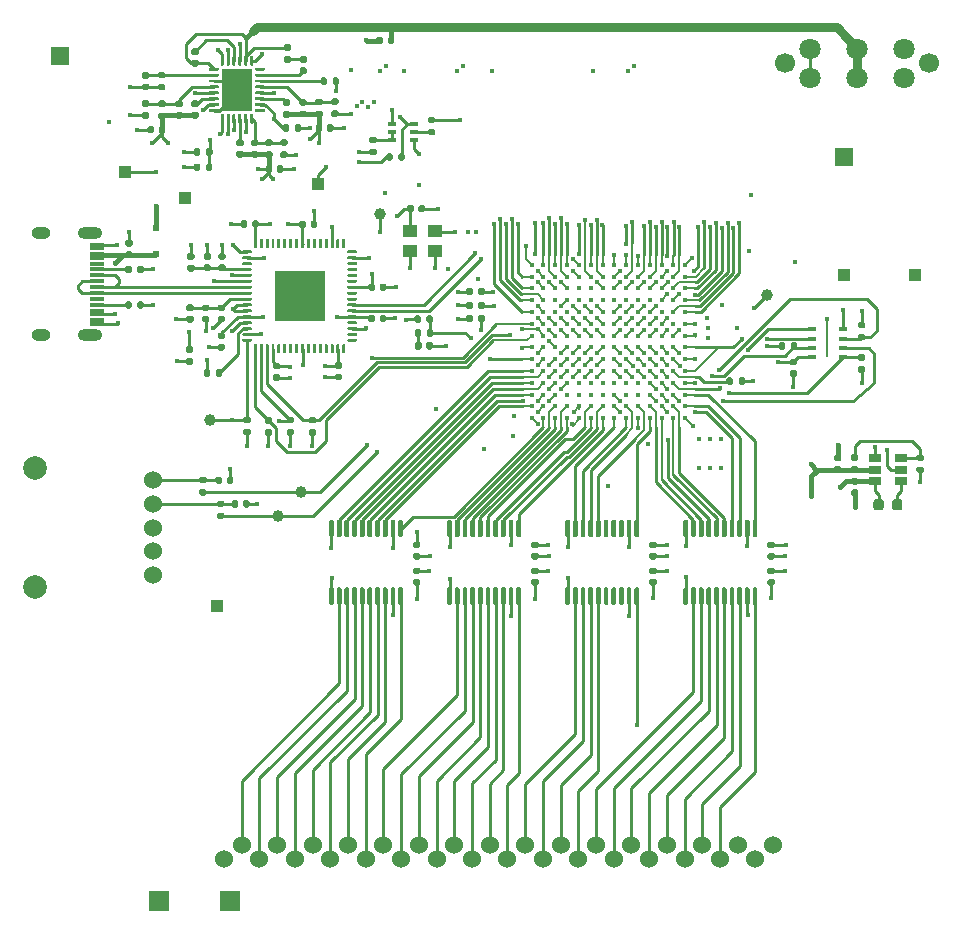
<source format=gtl>
G04 #@! TF.GenerationSoftware,KiCad,Pcbnew,(5.1.10-1-10_14)*
G04 #@! TF.CreationDate,2021-07-09T16:39:03+02:00*
G04 #@! TF.ProjectId,gb-fpga,67622d66-7067-4612-9e6b-696361645f70,rev?*
G04 #@! TF.SameCoordinates,Original*
G04 #@! TF.FileFunction,Copper,L1,Top*
G04 #@! TF.FilePolarity,Positive*
%FSLAX46Y46*%
G04 Gerber Fmt 4.6, Leading zero omitted, Abs format (unit mm)*
G04 Created by KiCad (PCBNEW (5.1.10-1-10_14)) date 2021-07-09 16:39:03*
%MOMM*%
%LPD*%
G01*
G04 APERTURE LIST*
G04 #@! TA.AperFunction,ComponentPad*
%ADD10C,2.000000*%
G04 #@! TD*
G04 #@! TA.AperFunction,ComponentPad*
%ADD11C,1.524000*%
G04 #@! TD*
G04 #@! TA.AperFunction,ComponentPad*
%ADD12C,1.800000*%
G04 #@! TD*
G04 #@! TA.AperFunction,ComponentPad*
%ADD13C,1.700000*%
G04 #@! TD*
G04 #@! TA.AperFunction,SMDPad,CuDef*
%ADD14R,0.200000X0.800000*%
G04 #@! TD*
G04 #@! TA.AperFunction,SMDPad,CuDef*
%ADD15R,0.800000X0.300000*%
G04 #@! TD*
G04 #@! TA.AperFunction,SMDPad,CuDef*
%ADD16C,0.400000*%
G04 #@! TD*
G04 #@! TA.AperFunction,SMDPad,CuDef*
%ADD17R,4.350000X4.350000*%
G04 #@! TD*
G04 #@! TA.AperFunction,ComponentPad*
%ADD18O,2.100000X1.000000*%
G04 #@! TD*
G04 #@! TA.AperFunction,ComponentPad*
%ADD19O,1.600000X1.000000*%
G04 #@! TD*
G04 #@! TA.AperFunction,SMDPad,CuDef*
%ADD20R,1.150000X0.300000*%
G04 #@! TD*
G04 #@! TA.AperFunction,SMDPad,CuDef*
%ADD21R,1.300000X1.100000*%
G04 #@! TD*
G04 #@! TA.AperFunction,SMDPad,CuDef*
%ADD22R,2.650000X3.650000*%
G04 #@! TD*
G04 #@! TA.AperFunction,SMDPad,CuDef*
%ADD23R,0.500000X0.500000*%
G04 #@! TD*
G04 #@! TA.AperFunction,ComponentPad*
%ADD24R,1.700000X1.700000*%
G04 #@! TD*
G04 #@! TA.AperFunction,SMDPad,CuDef*
%ADD25R,0.650000X0.400000*%
G04 #@! TD*
G04 #@! TA.AperFunction,SMDPad,CuDef*
%ADD26R,1.060000X0.650000*%
G04 #@! TD*
G04 #@! TA.AperFunction,ComponentPad*
%ADD27R,1.000000X1.000000*%
G04 #@! TD*
G04 #@! TA.AperFunction,ComponentPad*
%ADD28R,1.500000X1.500000*%
G04 #@! TD*
G04 #@! TA.AperFunction,SMDPad,CuDef*
%ADD29C,1.000000*%
G04 #@! TD*
G04 #@! TA.AperFunction,SMDPad,CuDef*
%ADD30R,1.000000X1.000000*%
G04 #@! TD*
G04 #@! TA.AperFunction,ViaPad*
%ADD31C,0.450000*%
G04 #@! TD*
G04 #@! TA.AperFunction,Conductor*
%ADD32C,0.150000*%
G04 #@! TD*
G04 #@! TA.AperFunction,Conductor*
%ADD33C,0.250000*%
G04 #@! TD*
G04 #@! TA.AperFunction,Conductor*
%ADD34C,0.400000*%
G04 #@! TD*
G04 #@! TA.AperFunction,Conductor*
%ADD35C,0.800000*%
G04 #@! TD*
G04 APERTURE END LIST*
D10*
X1500000Y39600000D03*
X1500000Y29600000D03*
D11*
X11500000Y38600000D03*
X11500000Y36600000D03*
X11500000Y34600000D03*
X11500000Y32600000D03*
X11500000Y30600000D03*
D12*
X75100000Y72650000D03*
X75100000Y75150000D03*
X71100000Y72650000D03*
X71100000Y75150000D03*
X67100000Y72650000D03*
X67100000Y75150000D03*
D13*
X77200000Y73900000D03*
X65000000Y73900000D03*
D14*
X68610000Y51000000D03*
X68610000Y49400000D03*
D15*
X67310000Y49000000D03*
X67310000Y49800000D03*
X67310000Y50600000D03*
X67310000Y51400000D03*
X69910000Y51400000D03*
X69910000Y50600000D03*
X69910000Y49800000D03*
X69910000Y49000000D03*
D11*
X64025000Y7700000D03*
X61025000Y7700000D03*
X58025000Y7700000D03*
X55025000Y7700000D03*
X52025000Y7700000D03*
X49025000Y7700000D03*
X46025000Y7700000D03*
X43025000Y7700000D03*
X40025000Y7700000D03*
X37025000Y7700000D03*
X34025000Y7700000D03*
X31025000Y7700000D03*
X28025000Y7700000D03*
X25025000Y7700000D03*
X22025000Y7700000D03*
X19025000Y7700000D03*
X62525000Y6500000D03*
X59525000Y6500000D03*
X56525000Y6500000D03*
X53525000Y6500000D03*
X50525000Y6500000D03*
X47525000Y6500000D03*
X44525000Y6500000D03*
X41525000Y6500000D03*
X38525000Y6500000D03*
X35525000Y6500000D03*
X32525000Y6500000D03*
X29525000Y6500000D03*
X26525000Y6500000D03*
X23525000Y6500000D03*
X20525000Y6500000D03*
X17525000Y6500000D03*
D16*
X56575000Y56850000D03*
X56575000Y55850000D03*
X56575000Y54850000D03*
X56575000Y53850000D03*
X56575000Y52850000D03*
X56575000Y51850000D03*
X56575000Y50850000D03*
X56575000Y49850000D03*
X56575000Y48850000D03*
X56575000Y47850000D03*
X56575000Y46850000D03*
X56575000Y45850000D03*
X56575000Y44850000D03*
X56575000Y43850000D03*
X55575000Y56850000D03*
X55575000Y55850000D03*
X55575000Y54850000D03*
X55575000Y53850000D03*
X55575000Y52850000D03*
X55575000Y51850000D03*
X55575000Y50850000D03*
X55575000Y49850000D03*
X55575000Y48850000D03*
X55575000Y47850000D03*
X55575000Y46850000D03*
X55575000Y45850000D03*
X55575000Y44850000D03*
X55575000Y43850000D03*
X54575000Y56850000D03*
X54575000Y55850000D03*
X54575000Y54850000D03*
X54575000Y53850000D03*
X54575000Y52850000D03*
X54575000Y51850000D03*
X54575000Y50850000D03*
X54575000Y49850000D03*
X54575000Y48850000D03*
X54575000Y47850000D03*
X54575000Y46850000D03*
X54575000Y45850000D03*
X54575000Y44850000D03*
X54575000Y43850000D03*
X53575000Y56850000D03*
X53575000Y55850000D03*
X53575000Y54850000D03*
X53575000Y53850000D03*
X53575000Y52850000D03*
X53575000Y51850000D03*
X53575000Y50850000D03*
X53575000Y49850000D03*
X53575000Y48850000D03*
X53575000Y47850000D03*
X53575000Y46850000D03*
X53575000Y45850000D03*
X53575000Y44850000D03*
X53575000Y43850000D03*
X52575000Y56850000D03*
X52575000Y55850000D03*
X52575000Y54850000D03*
X52575000Y53850000D03*
X52575000Y52850000D03*
X52575000Y51850000D03*
X52575000Y50850000D03*
X52575000Y49850000D03*
X52575000Y48850000D03*
X52575000Y47850000D03*
X52575000Y46850000D03*
X52575000Y45850000D03*
X52575000Y44850000D03*
X52575000Y43850000D03*
X51575000Y56850000D03*
X51575000Y55850000D03*
X51575000Y54850000D03*
X51575000Y53850000D03*
X51575000Y52850000D03*
X51575000Y51850000D03*
X51575000Y50850000D03*
X51575000Y49850000D03*
X51575000Y48850000D03*
X51575000Y47850000D03*
X51575000Y46850000D03*
X51575000Y45850000D03*
X51575000Y44850000D03*
X51575000Y43850000D03*
X50575000Y56850000D03*
X50575000Y55850000D03*
X50575000Y54850000D03*
X50575000Y53850000D03*
X50575000Y52850000D03*
X50575000Y51850000D03*
X50575000Y50850000D03*
X50575000Y49850000D03*
X50575000Y48850000D03*
X50575000Y47850000D03*
X50575000Y46850000D03*
X50575000Y45850000D03*
X50575000Y44850000D03*
X50575000Y43850000D03*
X49575000Y56850000D03*
X49575000Y55850000D03*
X49575000Y54850000D03*
X49575000Y53850000D03*
X49575000Y52850000D03*
X49575000Y51850000D03*
X49575000Y50850000D03*
X49575000Y49850000D03*
X49575000Y48850000D03*
X49575000Y47850000D03*
X49575000Y46850000D03*
X49575000Y45850000D03*
X49575000Y44850000D03*
X49575000Y43850000D03*
X48575000Y56850000D03*
X48575000Y55850000D03*
X48575000Y54850000D03*
X48575000Y53850000D03*
X48575000Y52850000D03*
X48575000Y51850000D03*
X48575000Y50850000D03*
X48575000Y49850000D03*
X48575000Y48850000D03*
X48575000Y47850000D03*
X48575000Y46850000D03*
X48575000Y45850000D03*
X48575000Y44850000D03*
X48575000Y43850000D03*
X47575000Y56850000D03*
X47575000Y55850000D03*
X47575000Y54850000D03*
X47575000Y53850000D03*
X47575000Y52850000D03*
X47575000Y51850000D03*
X47575000Y50850000D03*
X47575000Y49850000D03*
X47575000Y48850000D03*
X47575000Y47850000D03*
X47575000Y46850000D03*
X47575000Y45850000D03*
X47575000Y44850000D03*
X47575000Y43850000D03*
X46575000Y56850000D03*
X46575000Y55850000D03*
X46575000Y54850000D03*
X46575000Y53850000D03*
X46575000Y52850000D03*
X46575000Y51850000D03*
X46575000Y50850000D03*
X46575000Y49850000D03*
X46575000Y48850000D03*
X46575000Y47850000D03*
X46575000Y46850000D03*
X46575000Y45850000D03*
X46575000Y44850000D03*
X46575000Y43850000D03*
X45575000Y56850000D03*
X45575000Y55850000D03*
X45575000Y54850000D03*
X45575000Y53850000D03*
X45575000Y52850000D03*
X45575000Y51850000D03*
X45575000Y50850000D03*
X45575000Y49850000D03*
X45575000Y48850000D03*
X45575000Y47850000D03*
X45575000Y46850000D03*
X45575000Y45850000D03*
X45575000Y44850000D03*
X45575000Y43850000D03*
X44575000Y56850000D03*
X44575000Y55850000D03*
X44575000Y54850000D03*
X44575000Y53850000D03*
X44575000Y52850000D03*
X44575000Y51850000D03*
X44575000Y50850000D03*
X44575000Y49850000D03*
X44575000Y48850000D03*
X44575000Y47850000D03*
X44575000Y46850000D03*
X44575000Y45850000D03*
X44575000Y44850000D03*
X44575000Y43850000D03*
X43575000Y56850000D03*
X43575000Y55850000D03*
X43575000Y54850000D03*
X43575000Y53850000D03*
X43575000Y52850000D03*
X43575000Y51850000D03*
X43575000Y50850000D03*
X43575000Y49850000D03*
X43575000Y48850000D03*
X43575000Y47850000D03*
X43575000Y46850000D03*
X43575000Y45850000D03*
X43575000Y44850000D03*
X43575000Y43850000D03*
G04 #@! TA.AperFunction,SMDPad,CuDef*
G36*
G01*
X19075000Y57882500D02*
X19075000Y58007500D01*
G75*
G02*
X19137500Y58070000I62500J0D01*
G01*
X19812500Y58070000D01*
G75*
G02*
X19875000Y58007500I0J-62500D01*
G01*
X19875000Y57882500D01*
G75*
G02*
X19812500Y57820000I-62500J0D01*
G01*
X19137500Y57820000D01*
G75*
G02*
X19075000Y57882500I0J62500D01*
G01*
G37*
G04 #@! TD.AperFunction*
G04 #@! TA.AperFunction,SMDPad,CuDef*
G36*
G01*
X19075000Y57382500D02*
X19075000Y57507500D01*
G75*
G02*
X19137500Y57570000I62500J0D01*
G01*
X19812500Y57570000D01*
G75*
G02*
X19875000Y57507500I0J-62500D01*
G01*
X19875000Y57382500D01*
G75*
G02*
X19812500Y57320000I-62500J0D01*
G01*
X19137500Y57320000D01*
G75*
G02*
X19075000Y57382500I0J62500D01*
G01*
G37*
G04 #@! TD.AperFunction*
G04 #@! TA.AperFunction,SMDPad,CuDef*
G36*
G01*
X19075000Y56882500D02*
X19075000Y57007500D01*
G75*
G02*
X19137500Y57070000I62500J0D01*
G01*
X19812500Y57070000D01*
G75*
G02*
X19875000Y57007500I0J-62500D01*
G01*
X19875000Y56882500D01*
G75*
G02*
X19812500Y56820000I-62500J0D01*
G01*
X19137500Y56820000D01*
G75*
G02*
X19075000Y56882500I0J62500D01*
G01*
G37*
G04 #@! TD.AperFunction*
G04 #@! TA.AperFunction,SMDPad,CuDef*
G36*
G01*
X19075000Y56382500D02*
X19075000Y56507500D01*
G75*
G02*
X19137500Y56570000I62500J0D01*
G01*
X19812500Y56570000D01*
G75*
G02*
X19875000Y56507500I0J-62500D01*
G01*
X19875000Y56382500D01*
G75*
G02*
X19812500Y56320000I-62500J0D01*
G01*
X19137500Y56320000D01*
G75*
G02*
X19075000Y56382500I0J62500D01*
G01*
G37*
G04 #@! TD.AperFunction*
G04 #@! TA.AperFunction,SMDPad,CuDef*
G36*
G01*
X19075000Y55882500D02*
X19075000Y56007500D01*
G75*
G02*
X19137500Y56070000I62500J0D01*
G01*
X19812500Y56070000D01*
G75*
G02*
X19875000Y56007500I0J-62500D01*
G01*
X19875000Y55882500D01*
G75*
G02*
X19812500Y55820000I-62500J0D01*
G01*
X19137500Y55820000D01*
G75*
G02*
X19075000Y55882500I0J62500D01*
G01*
G37*
G04 #@! TD.AperFunction*
G04 #@! TA.AperFunction,SMDPad,CuDef*
G36*
G01*
X19075000Y55382500D02*
X19075000Y55507500D01*
G75*
G02*
X19137500Y55570000I62500J0D01*
G01*
X19812500Y55570000D01*
G75*
G02*
X19875000Y55507500I0J-62500D01*
G01*
X19875000Y55382500D01*
G75*
G02*
X19812500Y55320000I-62500J0D01*
G01*
X19137500Y55320000D01*
G75*
G02*
X19075000Y55382500I0J62500D01*
G01*
G37*
G04 #@! TD.AperFunction*
G04 #@! TA.AperFunction,SMDPad,CuDef*
G36*
G01*
X19075000Y54882500D02*
X19075000Y55007500D01*
G75*
G02*
X19137500Y55070000I62500J0D01*
G01*
X19812500Y55070000D01*
G75*
G02*
X19875000Y55007500I0J-62500D01*
G01*
X19875000Y54882500D01*
G75*
G02*
X19812500Y54820000I-62500J0D01*
G01*
X19137500Y54820000D01*
G75*
G02*
X19075000Y54882500I0J62500D01*
G01*
G37*
G04 #@! TD.AperFunction*
G04 #@! TA.AperFunction,SMDPad,CuDef*
G36*
G01*
X19075000Y54382500D02*
X19075000Y54507500D01*
G75*
G02*
X19137500Y54570000I62500J0D01*
G01*
X19812500Y54570000D01*
G75*
G02*
X19875000Y54507500I0J-62500D01*
G01*
X19875000Y54382500D01*
G75*
G02*
X19812500Y54320000I-62500J0D01*
G01*
X19137500Y54320000D01*
G75*
G02*
X19075000Y54382500I0J62500D01*
G01*
G37*
G04 #@! TD.AperFunction*
G04 #@! TA.AperFunction,SMDPad,CuDef*
G36*
G01*
X19075000Y53882500D02*
X19075000Y54007500D01*
G75*
G02*
X19137500Y54070000I62500J0D01*
G01*
X19812500Y54070000D01*
G75*
G02*
X19875000Y54007500I0J-62500D01*
G01*
X19875000Y53882500D01*
G75*
G02*
X19812500Y53820000I-62500J0D01*
G01*
X19137500Y53820000D01*
G75*
G02*
X19075000Y53882500I0J62500D01*
G01*
G37*
G04 #@! TD.AperFunction*
G04 #@! TA.AperFunction,SMDPad,CuDef*
G36*
G01*
X19075000Y53382500D02*
X19075000Y53507500D01*
G75*
G02*
X19137500Y53570000I62500J0D01*
G01*
X19812500Y53570000D01*
G75*
G02*
X19875000Y53507500I0J-62500D01*
G01*
X19875000Y53382500D01*
G75*
G02*
X19812500Y53320000I-62500J0D01*
G01*
X19137500Y53320000D01*
G75*
G02*
X19075000Y53382500I0J62500D01*
G01*
G37*
G04 #@! TD.AperFunction*
G04 #@! TA.AperFunction,SMDPad,CuDef*
G36*
G01*
X19075000Y52882500D02*
X19075000Y53007500D01*
G75*
G02*
X19137500Y53070000I62500J0D01*
G01*
X19812500Y53070000D01*
G75*
G02*
X19875000Y53007500I0J-62500D01*
G01*
X19875000Y52882500D01*
G75*
G02*
X19812500Y52820000I-62500J0D01*
G01*
X19137500Y52820000D01*
G75*
G02*
X19075000Y52882500I0J62500D01*
G01*
G37*
G04 #@! TD.AperFunction*
G04 #@! TA.AperFunction,SMDPad,CuDef*
G36*
G01*
X19075000Y52382500D02*
X19075000Y52507500D01*
G75*
G02*
X19137500Y52570000I62500J0D01*
G01*
X19812500Y52570000D01*
G75*
G02*
X19875000Y52507500I0J-62500D01*
G01*
X19875000Y52382500D01*
G75*
G02*
X19812500Y52320000I-62500J0D01*
G01*
X19137500Y52320000D01*
G75*
G02*
X19075000Y52382500I0J62500D01*
G01*
G37*
G04 #@! TD.AperFunction*
G04 #@! TA.AperFunction,SMDPad,CuDef*
G36*
G01*
X19075000Y51882500D02*
X19075000Y52007500D01*
G75*
G02*
X19137500Y52070000I62500J0D01*
G01*
X19812500Y52070000D01*
G75*
G02*
X19875000Y52007500I0J-62500D01*
G01*
X19875000Y51882500D01*
G75*
G02*
X19812500Y51820000I-62500J0D01*
G01*
X19137500Y51820000D01*
G75*
G02*
X19075000Y51882500I0J62500D01*
G01*
G37*
G04 #@! TD.AperFunction*
G04 #@! TA.AperFunction,SMDPad,CuDef*
G36*
G01*
X19075000Y51382500D02*
X19075000Y51507500D01*
G75*
G02*
X19137500Y51570000I62500J0D01*
G01*
X19812500Y51570000D01*
G75*
G02*
X19875000Y51507500I0J-62500D01*
G01*
X19875000Y51382500D01*
G75*
G02*
X19812500Y51320000I-62500J0D01*
G01*
X19137500Y51320000D01*
G75*
G02*
X19075000Y51382500I0J62500D01*
G01*
G37*
G04 #@! TD.AperFunction*
G04 #@! TA.AperFunction,SMDPad,CuDef*
G36*
G01*
X19075000Y50882500D02*
X19075000Y51007500D01*
G75*
G02*
X19137500Y51070000I62500J0D01*
G01*
X19812500Y51070000D01*
G75*
G02*
X19875000Y51007500I0J-62500D01*
G01*
X19875000Y50882500D01*
G75*
G02*
X19812500Y50820000I-62500J0D01*
G01*
X19137500Y50820000D01*
G75*
G02*
X19075000Y50882500I0J62500D01*
G01*
G37*
G04 #@! TD.AperFunction*
G04 #@! TA.AperFunction,SMDPad,CuDef*
G36*
G01*
X19075000Y50382500D02*
X19075000Y50507500D01*
G75*
G02*
X19137500Y50570000I62500J0D01*
G01*
X19812500Y50570000D01*
G75*
G02*
X19875000Y50507500I0J-62500D01*
G01*
X19875000Y50382500D01*
G75*
G02*
X19812500Y50320000I-62500J0D01*
G01*
X19137500Y50320000D01*
G75*
G02*
X19075000Y50382500I0J62500D01*
G01*
G37*
G04 #@! TD.AperFunction*
G04 #@! TA.AperFunction,SMDPad,CuDef*
G36*
G01*
X20050000Y49407500D02*
X20050000Y50082500D01*
G75*
G02*
X20112500Y50145000I62500J0D01*
G01*
X20237500Y50145000D01*
G75*
G02*
X20300000Y50082500I0J-62500D01*
G01*
X20300000Y49407500D01*
G75*
G02*
X20237500Y49345000I-62500J0D01*
G01*
X20112500Y49345000D01*
G75*
G02*
X20050000Y49407500I0J62500D01*
G01*
G37*
G04 #@! TD.AperFunction*
G04 #@! TA.AperFunction,SMDPad,CuDef*
G36*
G01*
X20550000Y49407500D02*
X20550000Y50082500D01*
G75*
G02*
X20612500Y50145000I62500J0D01*
G01*
X20737500Y50145000D01*
G75*
G02*
X20800000Y50082500I0J-62500D01*
G01*
X20800000Y49407500D01*
G75*
G02*
X20737500Y49345000I-62500J0D01*
G01*
X20612500Y49345000D01*
G75*
G02*
X20550000Y49407500I0J62500D01*
G01*
G37*
G04 #@! TD.AperFunction*
G04 #@! TA.AperFunction,SMDPad,CuDef*
G36*
G01*
X21050000Y49407500D02*
X21050000Y50082500D01*
G75*
G02*
X21112500Y50145000I62500J0D01*
G01*
X21237500Y50145000D01*
G75*
G02*
X21300000Y50082500I0J-62500D01*
G01*
X21300000Y49407500D01*
G75*
G02*
X21237500Y49345000I-62500J0D01*
G01*
X21112500Y49345000D01*
G75*
G02*
X21050000Y49407500I0J62500D01*
G01*
G37*
G04 #@! TD.AperFunction*
G04 #@! TA.AperFunction,SMDPad,CuDef*
G36*
G01*
X21550000Y49407500D02*
X21550000Y50082500D01*
G75*
G02*
X21612500Y50145000I62500J0D01*
G01*
X21737500Y50145000D01*
G75*
G02*
X21800000Y50082500I0J-62500D01*
G01*
X21800000Y49407500D01*
G75*
G02*
X21737500Y49345000I-62500J0D01*
G01*
X21612500Y49345000D01*
G75*
G02*
X21550000Y49407500I0J62500D01*
G01*
G37*
G04 #@! TD.AperFunction*
G04 #@! TA.AperFunction,SMDPad,CuDef*
G36*
G01*
X22050000Y49407500D02*
X22050000Y50082500D01*
G75*
G02*
X22112500Y50145000I62500J0D01*
G01*
X22237500Y50145000D01*
G75*
G02*
X22300000Y50082500I0J-62500D01*
G01*
X22300000Y49407500D01*
G75*
G02*
X22237500Y49345000I-62500J0D01*
G01*
X22112500Y49345000D01*
G75*
G02*
X22050000Y49407500I0J62500D01*
G01*
G37*
G04 #@! TD.AperFunction*
G04 #@! TA.AperFunction,SMDPad,CuDef*
G36*
G01*
X22550000Y49407500D02*
X22550000Y50082500D01*
G75*
G02*
X22612500Y50145000I62500J0D01*
G01*
X22737500Y50145000D01*
G75*
G02*
X22800000Y50082500I0J-62500D01*
G01*
X22800000Y49407500D01*
G75*
G02*
X22737500Y49345000I-62500J0D01*
G01*
X22612500Y49345000D01*
G75*
G02*
X22550000Y49407500I0J62500D01*
G01*
G37*
G04 #@! TD.AperFunction*
G04 #@! TA.AperFunction,SMDPad,CuDef*
G36*
G01*
X23050000Y49407500D02*
X23050000Y50082500D01*
G75*
G02*
X23112500Y50145000I62500J0D01*
G01*
X23237500Y50145000D01*
G75*
G02*
X23300000Y50082500I0J-62500D01*
G01*
X23300000Y49407500D01*
G75*
G02*
X23237500Y49345000I-62500J0D01*
G01*
X23112500Y49345000D01*
G75*
G02*
X23050000Y49407500I0J62500D01*
G01*
G37*
G04 #@! TD.AperFunction*
G04 #@! TA.AperFunction,SMDPad,CuDef*
G36*
G01*
X23550000Y49407500D02*
X23550000Y50082500D01*
G75*
G02*
X23612500Y50145000I62500J0D01*
G01*
X23737500Y50145000D01*
G75*
G02*
X23800000Y50082500I0J-62500D01*
G01*
X23800000Y49407500D01*
G75*
G02*
X23737500Y49345000I-62500J0D01*
G01*
X23612500Y49345000D01*
G75*
G02*
X23550000Y49407500I0J62500D01*
G01*
G37*
G04 #@! TD.AperFunction*
G04 #@! TA.AperFunction,SMDPad,CuDef*
G36*
G01*
X24050000Y49407500D02*
X24050000Y50082500D01*
G75*
G02*
X24112500Y50145000I62500J0D01*
G01*
X24237500Y50145000D01*
G75*
G02*
X24300000Y50082500I0J-62500D01*
G01*
X24300000Y49407500D01*
G75*
G02*
X24237500Y49345000I-62500J0D01*
G01*
X24112500Y49345000D01*
G75*
G02*
X24050000Y49407500I0J62500D01*
G01*
G37*
G04 #@! TD.AperFunction*
G04 #@! TA.AperFunction,SMDPad,CuDef*
G36*
G01*
X24550000Y49407500D02*
X24550000Y50082500D01*
G75*
G02*
X24612500Y50145000I62500J0D01*
G01*
X24737500Y50145000D01*
G75*
G02*
X24800000Y50082500I0J-62500D01*
G01*
X24800000Y49407500D01*
G75*
G02*
X24737500Y49345000I-62500J0D01*
G01*
X24612500Y49345000D01*
G75*
G02*
X24550000Y49407500I0J62500D01*
G01*
G37*
G04 #@! TD.AperFunction*
G04 #@! TA.AperFunction,SMDPad,CuDef*
G36*
G01*
X25050000Y49407500D02*
X25050000Y50082500D01*
G75*
G02*
X25112500Y50145000I62500J0D01*
G01*
X25237500Y50145000D01*
G75*
G02*
X25300000Y50082500I0J-62500D01*
G01*
X25300000Y49407500D01*
G75*
G02*
X25237500Y49345000I-62500J0D01*
G01*
X25112500Y49345000D01*
G75*
G02*
X25050000Y49407500I0J62500D01*
G01*
G37*
G04 #@! TD.AperFunction*
G04 #@! TA.AperFunction,SMDPad,CuDef*
G36*
G01*
X25550000Y49407500D02*
X25550000Y50082500D01*
G75*
G02*
X25612500Y50145000I62500J0D01*
G01*
X25737500Y50145000D01*
G75*
G02*
X25800000Y50082500I0J-62500D01*
G01*
X25800000Y49407500D01*
G75*
G02*
X25737500Y49345000I-62500J0D01*
G01*
X25612500Y49345000D01*
G75*
G02*
X25550000Y49407500I0J62500D01*
G01*
G37*
G04 #@! TD.AperFunction*
G04 #@! TA.AperFunction,SMDPad,CuDef*
G36*
G01*
X26050000Y49407500D02*
X26050000Y50082500D01*
G75*
G02*
X26112500Y50145000I62500J0D01*
G01*
X26237500Y50145000D01*
G75*
G02*
X26300000Y50082500I0J-62500D01*
G01*
X26300000Y49407500D01*
G75*
G02*
X26237500Y49345000I-62500J0D01*
G01*
X26112500Y49345000D01*
G75*
G02*
X26050000Y49407500I0J62500D01*
G01*
G37*
G04 #@! TD.AperFunction*
G04 #@! TA.AperFunction,SMDPad,CuDef*
G36*
G01*
X26550000Y49407500D02*
X26550000Y50082500D01*
G75*
G02*
X26612500Y50145000I62500J0D01*
G01*
X26737500Y50145000D01*
G75*
G02*
X26800000Y50082500I0J-62500D01*
G01*
X26800000Y49407500D01*
G75*
G02*
X26737500Y49345000I-62500J0D01*
G01*
X26612500Y49345000D01*
G75*
G02*
X26550000Y49407500I0J62500D01*
G01*
G37*
G04 #@! TD.AperFunction*
G04 #@! TA.AperFunction,SMDPad,CuDef*
G36*
G01*
X27050000Y49407500D02*
X27050000Y50082500D01*
G75*
G02*
X27112500Y50145000I62500J0D01*
G01*
X27237500Y50145000D01*
G75*
G02*
X27300000Y50082500I0J-62500D01*
G01*
X27300000Y49407500D01*
G75*
G02*
X27237500Y49345000I-62500J0D01*
G01*
X27112500Y49345000D01*
G75*
G02*
X27050000Y49407500I0J62500D01*
G01*
G37*
G04 #@! TD.AperFunction*
G04 #@! TA.AperFunction,SMDPad,CuDef*
G36*
G01*
X27550000Y49407500D02*
X27550000Y50082500D01*
G75*
G02*
X27612500Y50145000I62500J0D01*
G01*
X27737500Y50145000D01*
G75*
G02*
X27800000Y50082500I0J-62500D01*
G01*
X27800000Y49407500D01*
G75*
G02*
X27737500Y49345000I-62500J0D01*
G01*
X27612500Y49345000D01*
G75*
G02*
X27550000Y49407500I0J62500D01*
G01*
G37*
G04 #@! TD.AperFunction*
G04 #@! TA.AperFunction,SMDPad,CuDef*
G36*
G01*
X27975000Y50382500D02*
X27975000Y50507500D01*
G75*
G02*
X28037500Y50570000I62500J0D01*
G01*
X28712500Y50570000D01*
G75*
G02*
X28775000Y50507500I0J-62500D01*
G01*
X28775000Y50382500D01*
G75*
G02*
X28712500Y50320000I-62500J0D01*
G01*
X28037500Y50320000D01*
G75*
G02*
X27975000Y50382500I0J62500D01*
G01*
G37*
G04 #@! TD.AperFunction*
G04 #@! TA.AperFunction,SMDPad,CuDef*
G36*
G01*
X27975000Y50882500D02*
X27975000Y51007500D01*
G75*
G02*
X28037500Y51070000I62500J0D01*
G01*
X28712500Y51070000D01*
G75*
G02*
X28775000Y51007500I0J-62500D01*
G01*
X28775000Y50882500D01*
G75*
G02*
X28712500Y50820000I-62500J0D01*
G01*
X28037500Y50820000D01*
G75*
G02*
X27975000Y50882500I0J62500D01*
G01*
G37*
G04 #@! TD.AperFunction*
G04 #@! TA.AperFunction,SMDPad,CuDef*
G36*
G01*
X27975000Y51382500D02*
X27975000Y51507500D01*
G75*
G02*
X28037500Y51570000I62500J0D01*
G01*
X28712500Y51570000D01*
G75*
G02*
X28775000Y51507500I0J-62500D01*
G01*
X28775000Y51382500D01*
G75*
G02*
X28712500Y51320000I-62500J0D01*
G01*
X28037500Y51320000D01*
G75*
G02*
X27975000Y51382500I0J62500D01*
G01*
G37*
G04 #@! TD.AperFunction*
G04 #@! TA.AperFunction,SMDPad,CuDef*
G36*
G01*
X27975000Y51882500D02*
X27975000Y52007500D01*
G75*
G02*
X28037500Y52070000I62500J0D01*
G01*
X28712500Y52070000D01*
G75*
G02*
X28775000Y52007500I0J-62500D01*
G01*
X28775000Y51882500D01*
G75*
G02*
X28712500Y51820000I-62500J0D01*
G01*
X28037500Y51820000D01*
G75*
G02*
X27975000Y51882500I0J62500D01*
G01*
G37*
G04 #@! TD.AperFunction*
G04 #@! TA.AperFunction,SMDPad,CuDef*
G36*
G01*
X27975000Y52382500D02*
X27975000Y52507500D01*
G75*
G02*
X28037500Y52570000I62500J0D01*
G01*
X28712500Y52570000D01*
G75*
G02*
X28775000Y52507500I0J-62500D01*
G01*
X28775000Y52382500D01*
G75*
G02*
X28712500Y52320000I-62500J0D01*
G01*
X28037500Y52320000D01*
G75*
G02*
X27975000Y52382500I0J62500D01*
G01*
G37*
G04 #@! TD.AperFunction*
G04 #@! TA.AperFunction,SMDPad,CuDef*
G36*
G01*
X27975000Y52882500D02*
X27975000Y53007500D01*
G75*
G02*
X28037500Y53070000I62500J0D01*
G01*
X28712500Y53070000D01*
G75*
G02*
X28775000Y53007500I0J-62500D01*
G01*
X28775000Y52882500D01*
G75*
G02*
X28712500Y52820000I-62500J0D01*
G01*
X28037500Y52820000D01*
G75*
G02*
X27975000Y52882500I0J62500D01*
G01*
G37*
G04 #@! TD.AperFunction*
G04 #@! TA.AperFunction,SMDPad,CuDef*
G36*
G01*
X27975000Y53382500D02*
X27975000Y53507500D01*
G75*
G02*
X28037500Y53570000I62500J0D01*
G01*
X28712500Y53570000D01*
G75*
G02*
X28775000Y53507500I0J-62500D01*
G01*
X28775000Y53382500D01*
G75*
G02*
X28712500Y53320000I-62500J0D01*
G01*
X28037500Y53320000D01*
G75*
G02*
X27975000Y53382500I0J62500D01*
G01*
G37*
G04 #@! TD.AperFunction*
G04 #@! TA.AperFunction,SMDPad,CuDef*
G36*
G01*
X27975000Y53882500D02*
X27975000Y54007500D01*
G75*
G02*
X28037500Y54070000I62500J0D01*
G01*
X28712500Y54070000D01*
G75*
G02*
X28775000Y54007500I0J-62500D01*
G01*
X28775000Y53882500D01*
G75*
G02*
X28712500Y53820000I-62500J0D01*
G01*
X28037500Y53820000D01*
G75*
G02*
X27975000Y53882500I0J62500D01*
G01*
G37*
G04 #@! TD.AperFunction*
G04 #@! TA.AperFunction,SMDPad,CuDef*
G36*
G01*
X27975000Y54382500D02*
X27975000Y54507500D01*
G75*
G02*
X28037500Y54570000I62500J0D01*
G01*
X28712500Y54570000D01*
G75*
G02*
X28775000Y54507500I0J-62500D01*
G01*
X28775000Y54382500D01*
G75*
G02*
X28712500Y54320000I-62500J0D01*
G01*
X28037500Y54320000D01*
G75*
G02*
X27975000Y54382500I0J62500D01*
G01*
G37*
G04 #@! TD.AperFunction*
G04 #@! TA.AperFunction,SMDPad,CuDef*
G36*
G01*
X27975000Y54882500D02*
X27975000Y55007500D01*
G75*
G02*
X28037500Y55070000I62500J0D01*
G01*
X28712500Y55070000D01*
G75*
G02*
X28775000Y55007500I0J-62500D01*
G01*
X28775000Y54882500D01*
G75*
G02*
X28712500Y54820000I-62500J0D01*
G01*
X28037500Y54820000D01*
G75*
G02*
X27975000Y54882500I0J62500D01*
G01*
G37*
G04 #@! TD.AperFunction*
G04 #@! TA.AperFunction,SMDPad,CuDef*
G36*
G01*
X27975000Y55382500D02*
X27975000Y55507500D01*
G75*
G02*
X28037500Y55570000I62500J0D01*
G01*
X28712500Y55570000D01*
G75*
G02*
X28775000Y55507500I0J-62500D01*
G01*
X28775000Y55382500D01*
G75*
G02*
X28712500Y55320000I-62500J0D01*
G01*
X28037500Y55320000D01*
G75*
G02*
X27975000Y55382500I0J62500D01*
G01*
G37*
G04 #@! TD.AperFunction*
G04 #@! TA.AperFunction,SMDPad,CuDef*
G36*
G01*
X27975000Y55882500D02*
X27975000Y56007500D01*
G75*
G02*
X28037500Y56070000I62500J0D01*
G01*
X28712500Y56070000D01*
G75*
G02*
X28775000Y56007500I0J-62500D01*
G01*
X28775000Y55882500D01*
G75*
G02*
X28712500Y55820000I-62500J0D01*
G01*
X28037500Y55820000D01*
G75*
G02*
X27975000Y55882500I0J62500D01*
G01*
G37*
G04 #@! TD.AperFunction*
G04 #@! TA.AperFunction,SMDPad,CuDef*
G36*
G01*
X27975000Y56382500D02*
X27975000Y56507500D01*
G75*
G02*
X28037500Y56570000I62500J0D01*
G01*
X28712500Y56570000D01*
G75*
G02*
X28775000Y56507500I0J-62500D01*
G01*
X28775000Y56382500D01*
G75*
G02*
X28712500Y56320000I-62500J0D01*
G01*
X28037500Y56320000D01*
G75*
G02*
X27975000Y56382500I0J62500D01*
G01*
G37*
G04 #@! TD.AperFunction*
G04 #@! TA.AperFunction,SMDPad,CuDef*
G36*
G01*
X27975000Y56882500D02*
X27975000Y57007500D01*
G75*
G02*
X28037500Y57070000I62500J0D01*
G01*
X28712500Y57070000D01*
G75*
G02*
X28775000Y57007500I0J-62500D01*
G01*
X28775000Y56882500D01*
G75*
G02*
X28712500Y56820000I-62500J0D01*
G01*
X28037500Y56820000D01*
G75*
G02*
X27975000Y56882500I0J62500D01*
G01*
G37*
G04 #@! TD.AperFunction*
G04 #@! TA.AperFunction,SMDPad,CuDef*
G36*
G01*
X27975000Y57382500D02*
X27975000Y57507500D01*
G75*
G02*
X28037500Y57570000I62500J0D01*
G01*
X28712500Y57570000D01*
G75*
G02*
X28775000Y57507500I0J-62500D01*
G01*
X28775000Y57382500D01*
G75*
G02*
X28712500Y57320000I-62500J0D01*
G01*
X28037500Y57320000D01*
G75*
G02*
X27975000Y57382500I0J62500D01*
G01*
G37*
G04 #@! TD.AperFunction*
G04 #@! TA.AperFunction,SMDPad,CuDef*
G36*
G01*
X27975000Y57882500D02*
X27975000Y58007500D01*
G75*
G02*
X28037500Y58070000I62500J0D01*
G01*
X28712500Y58070000D01*
G75*
G02*
X28775000Y58007500I0J-62500D01*
G01*
X28775000Y57882500D01*
G75*
G02*
X28712500Y57820000I-62500J0D01*
G01*
X28037500Y57820000D01*
G75*
G02*
X27975000Y57882500I0J62500D01*
G01*
G37*
G04 #@! TD.AperFunction*
G04 #@! TA.AperFunction,SMDPad,CuDef*
G36*
G01*
X27550000Y58307500D02*
X27550000Y58982500D01*
G75*
G02*
X27612500Y59045000I62500J0D01*
G01*
X27737500Y59045000D01*
G75*
G02*
X27800000Y58982500I0J-62500D01*
G01*
X27800000Y58307500D01*
G75*
G02*
X27737500Y58245000I-62500J0D01*
G01*
X27612500Y58245000D01*
G75*
G02*
X27550000Y58307500I0J62500D01*
G01*
G37*
G04 #@! TD.AperFunction*
G04 #@! TA.AperFunction,SMDPad,CuDef*
G36*
G01*
X27050000Y58307500D02*
X27050000Y58982500D01*
G75*
G02*
X27112500Y59045000I62500J0D01*
G01*
X27237500Y59045000D01*
G75*
G02*
X27300000Y58982500I0J-62500D01*
G01*
X27300000Y58307500D01*
G75*
G02*
X27237500Y58245000I-62500J0D01*
G01*
X27112500Y58245000D01*
G75*
G02*
X27050000Y58307500I0J62500D01*
G01*
G37*
G04 #@! TD.AperFunction*
G04 #@! TA.AperFunction,SMDPad,CuDef*
G36*
G01*
X26550000Y58307500D02*
X26550000Y58982500D01*
G75*
G02*
X26612500Y59045000I62500J0D01*
G01*
X26737500Y59045000D01*
G75*
G02*
X26800000Y58982500I0J-62500D01*
G01*
X26800000Y58307500D01*
G75*
G02*
X26737500Y58245000I-62500J0D01*
G01*
X26612500Y58245000D01*
G75*
G02*
X26550000Y58307500I0J62500D01*
G01*
G37*
G04 #@! TD.AperFunction*
G04 #@! TA.AperFunction,SMDPad,CuDef*
G36*
G01*
X26050000Y58307500D02*
X26050000Y58982500D01*
G75*
G02*
X26112500Y59045000I62500J0D01*
G01*
X26237500Y59045000D01*
G75*
G02*
X26300000Y58982500I0J-62500D01*
G01*
X26300000Y58307500D01*
G75*
G02*
X26237500Y58245000I-62500J0D01*
G01*
X26112500Y58245000D01*
G75*
G02*
X26050000Y58307500I0J62500D01*
G01*
G37*
G04 #@! TD.AperFunction*
G04 #@! TA.AperFunction,SMDPad,CuDef*
G36*
G01*
X25550000Y58307500D02*
X25550000Y58982500D01*
G75*
G02*
X25612500Y59045000I62500J0D01*
G01*
X25737500Y59045000D01*
G75*
G02*
X25800000Y58982500I0J-62500D01*
G01*
X25800000Y58307500D01*
G75*
G02*
X25737500Y58245000I-62500J0D01*
G01*
X25612500Y58245000D01*
G75*
G02*
X25550000Y58307500I0J62500D01*
G01*
G37*
G04 #@! TD.AperFunction*
G04 #@! TA.AperFunction,SMDPad,CuDef*
G36*
G01*
X25050000Y58307500D02*
X25050000Y58982500D01*
G75*
G02*
X25112500Y59045000I62500J0D01*
G01*
X25237500Y59045000D01*
G75*
G02*
X25300000Y58982500I0J-62500D01*
G01*
X25300000Y58307500D01*
G75*
G02*
X25237500Y58245000I-62500J0D01*
G01*
X25112500Y58245000D01*
G75*
G02*
X25050000Y58307500I0J62500D01*
G01*
G37*
G04 #@! TD.AperFunction*
G04 #@! TA.AperFunction,SMDPad,CuDef*
G36*
G01*
X24550000Y58307500D02*
X24550000Y58982500D01*
G75*
G02*
X24612500Y59045000I62500J0D01*
G01*
X24737500Y59045000D01*
G75*
G02*
X24800000Y58982500I0J-62500D01*
G01*
X24800000Y58307500D01*
G75*
G02*
X24737500Y58245000I-62500J0D01*
G01*
X24612500Y58245000D01*
G75*
G02*
X24550000Y58307500I0J62500D01*
G01*
G37*
G04 #@! TD.AperFunction*
G04 #@! TA.AperFunction,SMDPad,CuDef*
G36*
G01*
X24050000Y58307500D02*
X24050000Y58982500D01*
G75*
G02*
X24112500Y59045000I62500J0D01*
G01*
X24237500Y59045000D01*
G75*
G02*
X24300000Y58982500I0J-62500D01*
G01*
X24300000Y58307500D01*
G75*
G02*
X24237500Y58245000I-62500J0D01*
G01*
X24112500Y58245000D01*
G75*
G02*
X24050000Y58307500I0J62500D01*
G01*
G37*
G04 #@! TD.AperFunction*
G04 #@! TA.AperFunction,SMDPad,CuDef*
G36*
G01*
X23550000Y58307500D02*
X23550000Y58982500D01*
G75*
G02*
X23612500Y59045000I62500J0D01*
G01*
X23737500Y59045000D01*
G75*
G02*
X23800000Y58982500I0J-62500D01*
G01*
X23800000Y58307500D01*
G75*
G02*
X23737500Y58245000I-62500J0D01*
G01*
X23612500Y58245000D01*
G75*
G02*
X23550000Y58307500I0J62500D01*
G01*
G37*
G04 #@! TD.AperFunction*
G04 #@! TA.AperFunction,SMDPad,CuDef*
G36*
G01*
X23050000Y58307500D02*
X23050000Y58982500D01*
G75*
G02*
X23112500Y59045000I62500J0D01*
G01*
X23237500Y59045000D01*
G75*
G02*
X23300000Y58982500I0J-62500D01*
G01*
X23300000Y58307500D01*
G75*
G02*
X23237500Y58245000I-62500J0D01*
G01*
X23112500Y58245000D01*
G75*
G02*
X23050000Y58307500I0J62500D01*
G01*
G37*
G04 #@! TD.AperFunction*
G04 #@! TA.AperFunction,SMDPad,CuDef*
G36*
G01*
X22550000Y58307500D02*
X22550000Y58982500D01*
G75*
G02*
X22612500Y59045000I62500J0D01*
G01*
X22737500Y59045000D01*
G75*
G02*
X22800000Y58982500I0J-62500D01*
G01*
X22800000Y58307500D01*
G75*
G02*
X22737500Y58245000I-62500J0D01*
G01*
X22612500Y58245000D01*
G75*
G02*
X22550000Y58307500I0J62500D01*
G01*
G37*
G04 #@! TD.AperFunction*
G04 #@! TA.AperFunction,SMDPad,CuDef*
G36*
G01*
X22050000Y58307500D02*
X22050000Y58982500D01*
G75*
G02*
X22112500Y59045000I62500J0D01*
G01*
X22237500Y59045000D01*
G75*
G02*
X22300000Y58982500I0J-62500D01*
G01*
X22300000Y58307500D01*
G75*
G02*
X22237500Y58245000I-62500J0D01*
G01*
X22112500Y58245000D01*
G75*
G02*
X22050000Y58307500I0J62500D01*
G01*
G37*
G04 #@! TD.AperFunction*
G04 #@! TA.AperFunction,SMDPad,CuDef*
G36*
G01*
X21550000Y58307500D02*
X21550000Y58982500D01*
G75*
G02*
X21612500Y59045000I62500J0D01*
G01*
X21737500Y59045000D01*
G75*
G02*
X21800000Y58982500I0J-62500D01*
G01*
X21800000Y58307500D01*
G75*
G02*
X21737500Y58245000I-62500J0D01*
G01*
X21612500Y58245000D01*
G75*
G02*
X21550000Y58307500I0J62500D01*
G01*
G37*
G04 #@! TD.AperFunction*
G04 #@! TA.AperFunction,SMDPad,CuDef*
G36*
G01*
X21050000Y58307500D02*
X21050000Y58982500D01*
G75*
G02*
X21112500Y59045000I62500J0D01*
G01*
X21237500Y59045000D01*
G75*
G02*
X21300000Y58982500I0J-62500D01*
G01*
X21300000Y58307500D01*
G75*
G02*
X21237500Y58245000I-62500J0D01*
G01*
X21112500Y58245000D01*
G75*
G02*
X21050000Y58307500I0J62500D01*
G01*
G37*
G04 #@! TD.AperFunction*
G04 #@! TA.AperFunction,SMDPad,CuDef*
G36*
G01*
X20550000Y58307500D02*
X20550000Y58982500D01*
G75*
G02*
X20612500Y59045000I62500J0D01*
G01*
X20737500Y59045000D01*
G75*
G02*
X20800000Y58982500I0J-62500D01*
G01*
X20800000Y58307500D01*
G75*
G02*
X20737500Y58245000I-62500J0D01*
G01*
X20612500Y58245000D01*
G75*
G02*
X20550000Y58307500I0J62500D01*
G01*
G37*
G04 #@! TD.AperFunction*
G04 #@! TA.AperFunction,SMDPad,CuDef*
G36*
G01*
X20050000Y58307500D02*
X20050000Y58982500D01*
G75*
G02*
X20112500Y59045000I62500J0D01*
G01*
X20237500Y59045000D01*
G75*
G02*
X20300000Y58982500I0J-62500D01*
G01*
X20300000Y58307500D01*
G75*
G02*
X20237500Y58245000I-62500J0D01*
G01*
X20112500Y58245000D01*
G75*
G02*
X20050000Y58307500I0J62500D01*
G01*
G37*
G04 #@! TD.AperFunction*
D17*
X23925000Y54195000D03*
D18*
X6205000Y59520000D03*
X6205000Y50880000D03*
D19*
X2025000Y59520000D03*
X2025000Y50880000D03*
D20*
X6770000Y52150000D03*
X6770000Y52950000D03*
X6770000Y53450000D03*
X6770000Y53950000D03*
X6770000Y54450000D03*
X6770000Y54950000D03*
X6770000Y55450000D03*
X6770000Y55950000D03*
X6770000Y56450000D03*
X6770000Y56950000D03*
X6770000Y57750000D03*
X6770000Y58550000D03*
X6770000Y58250000D03*
X6770000Y57450000D03*
X6770000Y52650000D03*
X6770000Y51850000D03*
D21*
X33275000Y58030000D03*
X35375000Y58030000D03*
X35375000Y59680000D03*
X33275000Y59680000D03*
G04 #@! TA.AperFunction,SMDPad,CuDef*
G36*
G01*
X16245001Y73342499D02*
X16245001Y73467499D01*
G75*
G02*
X16307501Y73529999I62500J0D01*
G01*
X17032501Y73529999D01*
G75*
G02*
X17095001Y73467499I0J-62500D01*
G01*
X17095001Y73342499D01*
G75*
G02*
X17032501Y73279999I-62500J0D01*
G01*
X16307501Y73279999D01*
G75*
G02*
X16245001Y73342499I0J62500D01*
G01*
G37*
G04 #@! TD.AperFunction*
G04 #@! TA.AperFunction,SMDPad,CuDef*
G36*
G01*
X16245001Y72842499D02*
X16245001Y72967499D01*
G75*
G02*
X16307501Y73029999I62500J0D01*
G01*
X17032501Y73029999D01*
G75*
G02*
X17095001Y72967499I0J-62500D01*
G01*
X17095001Y72842499D01*
G75*
G02*
X17032501Y72779999I-62500J0D01*
G01*
X16307501Y72779999D01*
G75*
G02*
X16245001Y72842499I0J62500D01*
G01*
G37*
G04 #@! TD.AperFunction*
G04 #@! TA.AperFunction,SMDPad,CuDef*
G36*
G01*
X16245001Y72342499D02*
X16245001Y72467499D01*
G75*
G02*
X16307501Y72529999I62500J0D01*
G01*
X17032501Y72529999D01*
G75*
G02*
X17095001Y72467499I0J-62500D01*
G01*
X17095001Y72342499D01*
G75*
G02*
X17032501Y72279999I-62500J0D01*
G01*
X16307501Y72279999D01*
G75*
G02*
X16245001Y72342499I0J62500D01*
G01*
G37*
G04 #@! TD.AperFunction*
G04 #@! TA.AperFunction,SMDPad,CuDef*
G36*
G01*
X16245001Y71842499D02*
X16245001Y71967499D01*
G75*
G02*
X16307501Y72029999I62500J0D01*
G01*
X17032501Y72029999D01*
G75*
G02*
X17095001Y71967499I0J-62500D01*
G01*
X17095001Y71842499D01*
G75*
G02*
X17032501Y71779999I-62500J0D01*
G01*
X16307501Y71779999D01*
G75*
G02*
X16245001Y71842499I0J62500D01*
G01*
G37*
G04 #@! TD.AperFunction*
G04 #@! TA.AperFunction,SMDPad,CuDef*
G36*
G01*
X16245001Y71342499D02*
X16245001Y71467499D01*
G75*
G02*
X16307501Y71529999I62500J0D01*
G01*
X17032501Y71529999D01*
G75*
G02*
X17095001Y71467499I0J-62500D01*
G01*
X17095001Y71342499D01*
G75*
G02*
X17032501Y71279999I-62500J0D01*
G01*
X16307501Y71279999D01*
G75*
G02*
X16245001Y71342499I0J62500D01*
G01*
G37*
G04 #@! TD.AperFunction*
G04 #@! TA.AperFunction,SMDPad,CuDef*
G36*
G01*
X16245001Y70842499D02*
X16245001Y70967499D01*
G75*
G02*
X16307501Y71029999I62500J0D01*
G01*
X17032501Y71029999D01*
G75*
G02*
X17095001Y70967499I0J-62500D01*
G01*
X17095001Y70842499D01*
G75*
G02*
X17032501Y70779999I-62500J0D01*
G01*
X16307501Y70779999D01*
G75*
G02*
X16245001Y70842499I0J62500D01*
G01*
G37*
G04 #@! TD.AperFunction*
G04 #@! TA.AperFunction,SMDPad,CuDef*
G36*
G01*
X16245001Y70342499D02*
X16245001Y70467499D01*
G75*
G02*
X16307501Y70529999I62500J0D01*
G01*
X17032501Y70529999D01*
G75*
G02*
X17095001Y70467499I0J-62500D01*
G01*
X17095001Y70342499D01*
G75*
G02*
X17032501Y70279999I-62500J0D01*
G01*
X16307501Y70279999D01*
G75*
G02*
X16245001Y70342499I0J62500D01*
G01*
G37*
G04 #@! TD.AperFunction*
G04 #@! TA.AperFunction,SMDPad,CuDef*
G36*
G01*
X16245001Y69842499D02*
X16245001Y69967499D01*
G75*
G02*
X16307501Y70029999I62500J0D01*
G01*
X17032501Y70029999D01*
G75*
G02*
X17095001Y69967499I0J-62500D01*
G01*
X17095001Y69842499D01*
G75*
G02*
X17032501Y69779999I-62500J0D01*
G01*
X16307501Y69779999D01*
G75*
G02*
X16245001Y69842499I0J62500D01*
G01*
G37*
G04 #@! TD.AperFunction*
G04 #@! TA.AperFunction,SMDPad,CuDef*
G36*
G01*
X17245001Y68842499D02*
X17245001Y69567499D01*
G75*
G02*
X17307501Y69629999I62500J0D01*
G01*
X17432501Y69629999D01*
G75*
G02*
X17495001Y69567499I0J-62500D01*
G01*
X17495001Y68842499D01*
G75*
G02*
X17432501Y68779999I-62500J0D01*
G01*
X17307501Y68779999D01*
G75*
G02*
X17245001Y68842499I0J62500D01*
G01*
G37*
G04 #@! TD.AperFunction*
G04 #@! TA.AperFunction,SMDPad,CuDef*
G36*
G01*
X17745001Y68842499D02*
X17745001Y69567499D01*
G75*
G02*
X17807501Y69629999I62500J0D01*
G01*
X17932501Y69629999D01*
G75*
G02*
X17995001Y69567499I0J-62500D01*
G01*
X17995001Y68842499D01*
G75*
G02*
X17932501Y68779999I-62500J0D01*
G01*
X17807501Y68779999D01*
G75*
G02*
X17745001Y68842499I0J62500D01*
G01*
G37*
G04 #@! TD.AperFunction*
G04 #@! TA.AperFunction,SMDPad,CuDef*
G36*
G01*
X18245001Y68842499D02*
X18245001Y69567499D01*
G75*
G02*
X18307501Y69629999I62500J0D01*
G01*
X18432501Y69629999D01*
G75*
G02*
X18495001Y69567499I0J-62500D01*
G01*
X18495001Y68842499D01*
G75*
G02*
X18432501Y68779999I-62500J0D01*
G01*
X18307501Y68779999D01*
G75*
G02*
X18245001Y68842499I0J62500D01*
G01*
G37*
G04 #@! TD.AperFunction*
G04 #@! TA.AperFunction,SMDPad,CuDef*
G36*
G01*
X18745001Y68842499D02*
X18745001Y69567499D01*
G75*
G02*
X18807501Y69629999I62500J0D01*
G01*
X18932501Y69629999D01*
G75*
G02*
X18995001Y69567499I0J-62500D01*
G01*
X18995001Y68842499D01*
G75*
G02*
X18932501Y68779999I-62500J0D01*
G01*
X18807501Y68779999D01*
G75*
G02*
X18745001Y68842499I0J62500D01*
G01*
G37*
G04 #@! TD.AperFunction*
G04 #@! TA.AperFunction,SMDPad,CuDef*
G36*
G01*
X19245001Y68842499D02*
X19245001Y69567499D01*
G75*
G02*
X19307501Y69629999I62500J0D01*
G01*
X19432501Y69629999D01*
G75*
G02*
X19495001Y69567499I0J-62500D01*
G01*
X19495001Y68842499D01*
G75*
G02*
X19432501Y68779999I-62500J0D01*
G01*
X19307501Y68779999D01*
G75*
G02*
X19245001Y68842499I0J62500D01*
G01*
G37*
G04 #@! TD.AperFunction*
G04 #@! TA.AperFunction,SMDPad,CuDef*
G36*
G01*
X19745001Y68842499D02*
X19745001Y69567499D01*
G75*
G02*
X19807501Y69629999I62500J0D01*
G01*
X19932501Y69629999D01*
G75*
G02*
X19995001Y69567499I0J-62500D01*
G01*
X19995001Y68842499D01*
G75*
G02*
X19932501Y68779999I-62500J0D01*
G01*
X19807501Y68779999D01*
G75*
G02*
X19745001Y68842499I0J62500D01*
G01*
G37*
G04 #@! TD.AperFunction*
G04 #@! TA.AperFunction,SMDPad,CuDef*
G36*
G01*
X20145001Y69842499D02*
X20145001Y69967499D01*
G75*
G02*
X20207501Y70029999I62500J0D01*
G01*
X20932501Y70029999D01*
G75*
G02*
X20995001Y69967499I0J-62500D01*
G01*
X20995001Y69842499D01*
G75*
G02*
X20932501Y69779999I-62500J0D01*
G01*
X20207501Y69779999D01*
G75*
G02*
X20145001Y69842499I0J62500D01*
G01*
G37*
G04 #@! TD.AperFunction*
G04 #@! TA.AperFunction,SMDPad,CuDef*
G36*
G01*
X20145001Y70342499D02*
X20145001Y70467499D01*
G75*
G02*
X20207501Y70529999I62500J0D01*
G01*
X20932501Y70529999D01*
G75*
G02*
X20995001Y70467499I0J-62500D01*
G01*
X20995001Y70342499D01*
G75*
G02*
X20932501Y70279999I-62500J0D01*
G01*
X20207501Y70279999D01*
G75*
G02*
X20145001Y70342499I0J62500D01*
G01*
G37*
G04 #@! TD.AperFunction*
G04 #@! TA.AperFunction,SMDPad,CuDef*
G36*
G01*
X20145001Y70842499D02*
X20145001Y70967499D01*
G75*
G02*
X20207501Y71029999I62500J0D01*
G01*
X20932501Y71029999D01*
G75*
G02*
X20995001Y70967499I0J-62500D01*
G01*
X20995001Y70842499D01*
G75*
G02*
X20932501Y70779999I-62500J0D01*
G01*
X20207501Y70779999D01*
G75*
G02*
X20145001Y70842499I0J62500D01*
G01*
G37*
G04 #@! TD.AperFunction*
G04 #@! TA.AperFunction,SMDPad,CuDef*
G36*
G01*
X20145001Y71342499D02*
X20145001Y71467499D01*
G75*
G02*
X20207501Y71529999I62500J0D01*
G01*
X20932501Y71529999D01*
G75*
G02*
X20995001Y71467499I0J-62500D01*
G01*
X20995001Y71342499D01*
G75*
G02*
X20932501Y71279999I-62500J0D01*
G01*
X20207501Y71279999D01*
G75*
G02*
X20145001Y71342499I0J62500D01*
G01*
G37*
G04 #@! TD.AperFunction*
G04 #@! TA.AperFunction,SMDPad,CuDef*
G36*
G01*
X20145001Y71842499D02*
X20145001Y71967499D01*
G75*
G02*
X20207501Y72029999I62500J0D01*
G01*
X20932501Y72029999D01*
G75*
G02*
X20995001Y71967499I0J-62500D01*
G01*
X20995001Y71842499D01*
G75*
G02*
X20932501Y71779999I-62500J0D01*
G01*
X20207501Y71779999D01*
G75*
G02*
X20145001Y71842499I0J62500D01*
G01*
G37*
G04 #@! TD.AperFunction*
G04 #@! TA.AperFunction,SMDPad,CuDef*
G36*
G01*
X20145001Y72342499D02*
X20145001Y72467499D01*
G75*
G02*
X20207501Y72529999I62500J0D01*
G01*
X20932501Y72529999D01*
G75*
G02*
X20995001Y72467499I0J-62500D01*
G01*
X20995001Y72342499D01*
G75*
G02*
X20932501Y72279999I-62500J0D01*
G01*
X20207501Y72279999D01*
G75*
G02*
X20145001Y72342499I0J62500D01*
G01*
G37*
G04 #@! TD.AperFunction*
G04 #@! TA.AperFunction,SMDPad,CuDef*
G36*
G01*
X20145001Y72842499D02*
X20145001Y72967499D01*
G75*
G02*
X20207501Y73029999I62500J0D01*
G01*
X20932501Y73029999D01*
G75*
G02*
X20995001Y72967499I0J-62500D01*
G01*
X20995001Y72842499D01*
G75*
G02*
X20932501Y72779999I-62500J0D01*
G01*
X20207501Y72779999D01*
G75*
G02*
X20145001Y72842499I0J62500D01*
G01*
G37*
G04 #@! TD.AperFunction*
G04 #@! TA.AperFunction,SMDPad,CuDef*
G36*
G01*
X20145001Y73342499D02*
X20145001Y73467499D01*
G75*
G02*
X20207501Y73529999I62500J0D01*
G01*
X20932501Y73529999D01*
G75*
G02*
X20995001Y73467499I0J-62500D01*
G01*
X20995001Y73342499D01*
G75*
G02*
X20932501Y73279999I-62500J0D01*
G01*
X20207501Y73279999D01*
G75*
G02*
X20145001Y73342499I0J62500D01*
G01*
G37*
G04 #@! TD.AperFunction*
G04 #@! TA.AperFunction,SMDPad,CuDef*
G36*
G01*
X19745001Y73742499D02*
X19745001Y74467499D01*
G75*
G02*
X19807501Y74529999I62500J0D01*
G01*
X19932501Y74529999D01*
G75*
G02*
X19995001Y74467499I0J-62500D01*
G01*
X19995001Y73742499D01*
G75*
G02*
X19932501Y73679999I-62500J0D01*
G01*
X19807501Y73679999D01*
G75*
G02*
X19745001Y73742499I0J62500D01*
G01*
G37*
G04 #@! TD.AperFunction*
G04 #@! TA.AperFunction,SMDPad,CuDef*
G36*
G01*
X19245001Y73742499D02*
X19245001Y74467499D01*
G75*
G02*
X19307501Y74529999I62500J0D01*
G01*
X19432501Y74529999D01*
G75*
G02*
X19495001Y74467499I0J-62500D01*
G01*
X19495001Y73742499D01*
G75*
G02*
X19432501Y73679999I-62500J0D01*
G01*
X19307501Y73679999D01*
G75*
G02*
X19245001Y73742499I0J62500D01*
G01*
G37*
G04 #@! TD.AperFunction*
G04 #@! TA.AperFunction,SMDPad,CuDef*
G36*
G01*
X18745001Y73742499D02*
X18745001Y74467499D01*
G75*
G02*
X18807501Y74529999I62500J0D01*
G01*
X18932501Y74529999D01*
G75*
G02*
X18995001Y74467499I0J-62500D01*
G01*
X18995001Y73742499D01*
G75*
G02*
X18932501Y73679999I-62500J0D01*
G01*
X18807501Y73679999D01*
G75*
G02*
X18745001Y73742499I0J62500D01*
G01*
G37*
G04 #@! TD.AperFunction*
G04 #@! TA.AperFunction,SMDPad,CuDef*
G36*
G01*
X18245001Y73742499D02*
X18245001Y74467499D01*
G75*
G02*
X18307501Y74529999I62500J0D01*
G01*
X18432501Y74529999D01*
G75*
G02*
X18495001Y74467499I0J-62500D01*
G01*
X18495001Y73742499D01*
G75*
G02*
X18432501Y73679999I-62500J0D01*
G01*
X18307501Y73679999D01*
G75*
G02*
X18245001Y73742499I0J62500D01*
G01*
G37*
G04 #@! TD.AperFunction*
G04 #@! TA.AperFunction,SMDPad,CuDef*
G36*
G01*
X17745001Y73742499D02*
X17745001Y74467499D01*
G75*
G02*
X17807501Y74529999I62500J0D01*
G01*
X17932501Y74529999D01*
G75*
G02*
X17995001Y74467499I0J-62500D01*
G01*
X17995001Y73742499D01*
G75*
G02*
X17932501Y73679999I-62500J0D01*
G01*
X17807501Y73679999D01*
G75*
G02*
X17745001Y73742499I0J62500D01*
G01*
G37*
G04 #@! TD.AperFunction*
G04 #@! TA.AperFunction,SMDPad,CuDef*
G36*
G01*
X17245001Y73742499D02*
X17245001Y74467499D01*
G75*
G02*
X17307501Y74529999I62500J0D01*
G01*
X17432501Y74529999D01*
G75*
G02*
X17495001Y74467499I0J-62500D01*
G01*
X17495001Y73742499D01*
G75*
G02*
X17432501Y73679999I-62500J0D01*
G01*
X17307501Y73679999D01*
G75*
G02*
X17245001Y73742499I0J62500D01*
G01*
G37*
G04 #@! TD.AperFunction*
D22*
X18620001Y71654999D03*
D23*
X11770000Y59950000D03*
X11770000Y57750000D03*
D24*
X18000000Y3000000D03*
X12000000Y3000000D03*
D25*
X31725000Y68725000D03*
X31725000Y67425000D03*
X33625000Y68075000D03*
X31725000Y68075000D03*
X33625000Y67425000D03*
X33625000Y68725000D03*
G04 #@! TA.AperFunction,SMDPad,CuDef*
G36*
G01*
X65565000Y48885000D02*
X65905000Y48885000D01*
G75*
G02*
X66045000Y48745000I0J-140000D01*
G01*
X66045000Y48465000D01*
G75*
G02*
X65905000Y48325000I-140000J0D01*
G01*
X65565000Y48325000D01*
G75*
G02*
X65425000Y48465000I0J140000D01*
G01*
X65425000Y48745000D01*
G75*
G02*
X65565000Y48885000I140000J0D01*
G01*
G37*
G04 #@! TD.AperFunction*
G04 #@! TA.AperFunction,SMDPad,CuDef*
G36*
G01*
X65565000Y47925000D02*
X65905000Y47925000D01*
G75*
G02*
X66045000Y47785000I0J-140000D01*
G01*
X66045000Y47505000D01*
G75*
G02*
X65905000Y47365000I-140000J0D01*
G01*
X65565000Y47365000D01*
G75*
G02*
X65425000Y47505000I0J140000D01*
G01*
X65425000Y47785000D01*
G75*
G02*
X65565000Y47925000I140000J0D01*
G01*
G37*
G04 #@! TD.AperFunction*
G04 #@! TA.AperFunction,SMDPad,CuDef*
G36*
G01*
X33990000Y61430000D02*
X33990000Y61770000D01*
G75*
G02*
X34130000Y61910000I140000J0D01*
G01*
X34410000Y61910000D01*
G75*
G02*
X34550000Y61770000I0J-140000D01*
G01*
X34550000Y61430000D01*
G75*
G02*
X34410000Y61290000I-140000J0D01*
G01*
X34130000Y61290000D01*
G75*
G02*
X33990000Y61430000I0J140000D01*
G01*
G37*
G04 #@! TD.AperFunction*
G04 #@! TA.AperFunction,SMDPad,CuDef*
G36*
G01*
X33030000Y61430000D02*
X33030000Y61770000D01*
G75*
G02*
X33170000Y61910000I140000J0D01*
G01*
X33450000Y61910000D01*
G75*
G02*
X33590000Y61770000I0J-140000D01*
G01*
X33590000Y61430000D01*
G75*
G02*
X33450000Y61290000I-140000J0D01*
G01*
X33170000Y61290000D01*
G75*
G02*
X33030000Y61430000I0J140000D01*
G01*
G37*
G04 #@! TD.AperFunction*
G04 #@! TA.AperFunction,SMDPad,CuDef*
G36*
G01*
X10725000Y72190000D02*
X11065000Y72190000D01*
G75*
G02*
X11205000Y72050000I0J-140000D01*
G01*
X11205000Y71770000D01*
G75*
G02*
X11065000Y71630000I-140000J0D01*
G01*
X10725000Y71630000D01*
G75*
G02*
X10585000Y71770000I0J140000D01*
G01*
X10585000Y72050000D01*
G75*
G02*
X10725000Y72190000I140000J0D01*
G01*
G37*
G04 #@! TD.AperFunction*
G04 #@! TA.AperFunction,SMDPad,CuDef*
G36*
G01*
X10725000Y73150000D02*
X11065000Y73150000D01*
G75*
G02*
X11205000Y73010000I0J-140000D01*
G01*
X11205000Y72730000D01*
G75*
G02*
X11065000Y72590000I-140000J0D01*
G01*
X10725000Y72590000D01*
G75*
G02*
X10585000Y72730000I0J140000D01*
G01*
X10585000Y73010000D01*
G75*
G02*
X10725000Y73150000I140000J0D01*
G01*
G37*
G04 #@! TD.AperFunction*
G04 #@! TA.AperFunction,SMDPad,CuDef*
G36*
G01*
X24375000Y69340000D02*
X24035000Y69340000D01*
G75*
G02*
X23895000Y69480000I0J140000D01*
G01*
X23895000Y69760000D01*
G75*
G02*
X24035000Y69900000I140000J0D01*
G01*
X24375000Y69900000D01*
G75*
G02*
X24515000Y69760000I0J-140000D01*
G01*
X24515000Y69480000D01*
G75*
G02*
X24375000Y69340000I-140000J0D01*
G01*
G37*
G04 #@! TD.AperFunction*
G04 #@! TA.AperFunction,SMDPad,CuDef*
G36*
G01*
X24375000Y70300000D02*
X24035000Y70300000D01*
G75*
G02*
X23895000Y70440000I0J140000D01*
G01*
X23895000Y70720000D01*
G75*
G02*
X24035000Y70860000I140000J0D01*
G01*
X24375000Y70860000D01*
G75*
G02*
X24515000Y70720000I0J-140000D01*
G01*
X24515000Y70440000D01*
G75*
G02*
X24375000Y70300000I-140000J0D01*
G01*
G37*
G04 #@! TD.AperFunction*
G04 #@! TA.AperFunction,SMDPad,CuDef*
G36*
G01*
X26240000Y68255000D02*
X26240000Y68595000D01*
G75*
G02*
X26380000Y68735000I140000J0D01*
G01*
X26660000Y68735000D01*
G75*
G02*
X26800000Y68595000I0J-140000D01*
G01*
X26800000Y68255000D01*
G75*
G02*
X26660000Y68115000I-140000J0D01*
G01*
X26380000Y68115000D01*
G75*
G02*
X26240000Y68255000I0J140000D01*
G01*
G37*
G04 #@! TD.AperFunction*
G04 #@! TA.AperFunction,SMDPad,CuDef*
G36*
G01*
X25280000Y68255000D02*
X25280000Y68595000D01*
G75*
G02*
X25420000Y68735000I140000J0D01*
G01*
X25700000Y68735000D01*
G75*
G02*
X25840000Y68595000I0J-140000D01*
G01*
X25840000Y68255000D01*
G75*
G02*
X25700000Y68115000I-140000J0D01*
G01*
X25420000Y68115000D01*
G75*
G02*
X25280000Y68255000I0J140000D01*
G01*
G37*
G04 #@! TD.AperFunction*
G04 #@! TA.AperFunction,SMDPad,CuDef*
G36*
G01*
X13895000Y69215000D02*
X13555000Y69215000D01*
G75*
G02*
X13415000Y69355000I0J140000D01*
G01*
X13415000Y69635000D01*
G75*
G02*
X13555000Y69775000I140000J0D01*
G01*
X13895000Y69775000D01*
G75*
G02*
X14035000Y69635000I0J-140000D01*
G01*
X14035000Y69355000D01*
G75*
G02*
X13895000Y69215000I-140000J0D01*
G01*
G37*
G04 #@! TD.AperFunction*
G04 #@! TA.AperFunction,SMDPad,CuDef*
G36*
G01*
X13895000Y70175000D02*
X13555000Y70175000D01*
G75*
G02*
X13415000Y70315000I0J140000D01*
G01*
X13415000Y70595000D01*
G75*
G02*
X13555000Y70735000I140000J0D01*
G01*
X13895000Y70735000D01*
G75*
G02*
X14035000Y70595000I0J-140000D01*
G01*
X14035000Y70315000D01*
G75*
G02*
X13895000Y70175000I-140000J0D01*
G01*
G37*
G04 #@! TD.AperFunction*
G04 #@! TA.AperFunction,SMDPad,CuDef*
G36*
G01*
X11600000Y68445000D02*
X11600000Y68105000D01*
G75*
G02*
X11460000Y67965000I-140000J0D01*
G01*
X11180000Y67965000D01*
G75*
G02*
X11040000Y68105000I0J140000D01*
G01*
X11040000Y68445000D01*
G75*
G02*
X11180000Y68585000I140000J0D01*
G01*
X11460000Y68585000D01*
G75*
G02*
X11600000Y68445000I0J-140000D01*
G01*
G37*
G04 #@! TD.AperFunction*
G04 #@! TA.AperFunction,SMDPad,CuDef*
G36*
G01*
X12560000Y68445000D02*
X12560000Y68105000D01*
G75*
G02*
X12420000Y67965000I-140000J0D01*
G01*
X12140000Y67965000D01*
G75*
G02*
X12000000Y68105000I0J140000D01*
G01*
X12000000Y68445000D01*
G75*
G02*
X12140000Y68585000I140000J0D01*
G01*
X12420000Y68585000D01*
G75*
G02*
X12560000Y68445000I0J-140000D01*
G01*
G37*
G04 #@! TD.AperFunction*
G04 #@! TA.AperFunction,SMDPad,CuDef*
G36*
G01*
X20295000Y66885000D02*
X19955000Y66885000D01*
G75*
G02*
X19815000Y67025000I0J140000D01*
G01*
X19815000Y67305000D01*
G75*
G02*
X19955000Y67445000I140000J0D01*
G01*
X20295000Y67445000D01*
G75*
G02*
X20435000Y67305000I0J-140000D01*
G01*
X20435000Y67025000D01*
G75*
G02*
X20295000Y66885000I-140000J0D01*
G01*
G37*
G04 #@! TD.AperFunction*
G04 #@! TA.AperFunction,SMDPad,CuDef*
G36*
G01*
X20295000Y65925000D02*
X19955000Y65925000D01*
G75*
G02*
X19815000Y66065000I0J140000D01*
G01*
X19815000Y66345000D01*
G75*
G02*
X19955000Y66485000I140000J0D01*
G01*
X20295000Y66485000D01*
G75*
G02*
X20435000Y66345000I0J-140000D01*
G01*
X20435000Y66065000D01*
G75*
G02*
X20295000Y65925000I-140000J0D01*
G01*
G37*
G04 #@! TD.AperFunction*
G04 #@! TA.AperFunction,SMDPad,CuDef*
G36*
G01*
X21040000Y64790000D02*
X21040000Y65130000D01*
G75*
G02*
X21180000Y65270000I140000J0D01*
G01*
X21460000Y65270000D01*
G75*
G02*
X21600000Y65130000I0J-140000D01*
G01*
X21600000Y64790000D01*
G75*
G02*
X21460000Y64650000I-140000J0D01*
G01*
X21180000Y64650000D01*
G75*
G02*
X21040000Y64790000I0J140000D01*
G01*
G37*
G04 #@! TD.AperFunction*
G04 #@! TA.AperFunction,SMDPad,CuDef*
G36*
G01*
X22000000Y64790000D02*
X22000000Y65130000D01*
G75*
G02*
X22140000Y65270000I140000J0D01*
G01*
X22420000Y65270000D01*
G75*
G02*
X22560000Y65130000I0J-140000D01*
G01*
X22560000Y64790000D01*
G75*
G02*
X22420000Y64650000I-140000J0D01*
G01*
X22140000Y64650000D01*
G75*
G02*
X22000000Y64790000I0J140000D01*
G01*
G37*
G04 #@! TD.AperFunction*
G04 #@! TA.AperFunction,SMDPad,CuDef*
G36*
G01*
X9660000Y57430000D02*
X9320000Y57430000D01*
G75*
G02*
X9180000Y57570000I0J140000D01*
G01*
X9180000Y57850000D01*
G75*
G02*
X9320000Y57990000I140000J0D01*
G01*
X9660000Y57990000D01*
G75*
G02*
X9800000Y57850000I0J-140000D01*
G01*
X9800000Y57570000D01*
G75*
G02*
X9660000Y57430000I-140000J0D01*
G01*
G37*
G04 #@! TD.AperFunction*
G04 #@! TA.AperFunction,SMDPad,CuDef*
G36*
G01*
X9660000Y58390000D02*
X9320000Y58390000D01*
G75*
G02*
X9180000Y58530000I0J140000D01*
G01*
X9180000Y58810000D01*
G75*
G02*
X9320000Y58950000I140000J0D01*
G01*
X9660000Y58950000D01*
G75*
G02*
X9800000Y58810000I0J-140000D01*
G01*
X9800000Y58530000D01*
G75*
G02*
X9660000Y58390000I-140000J0D01*
G01*
G37*
G04 #@! TD.AperFunction*
G04 #@! TA.AperFunction,SMDPad,CuDef*
G36*
G01*
X30990000Y76000000D02*
X30990000Y75660000D01*
G75*
G02*
X30850000Y75520000I-140000J0D01*
G01*
X30570000Y75520000D01*
G75*
G02*
X30430000Y75660000I0J140000D01*
G01*
X30430000Y76000000D01*
G75*
G02*
X30570000Y76140000I140000J0D01*
G01*
X30850000Y76140000D01*
G75*
G02*
X30990000Y76000000I0J-140000D01*
G01*
G37*
G04 #@! TD.AperFunction*
G04 #@! TA.AperFunction,SMDPad,CuDef*
G36*
G01*
X31950000Y76000000D02*
X31950000Y75660000D01*
G75*
G02*
X31810000Y75520000I-140000J0D01*
G01*
X31530000Y75520000D01*
G75*
G02*
X31390000Y75660000I0J140000D01*
G01*
X31390000Y76000000D01*
G75*
G02*
X31530000Y76140000I140000J0D01*
G01*
X31810000Y76140000D01*
G75*
G02*
X31950000Y76000000I0J-140000D01*
G01*
G37*
G04 #@! TD.AperFunction*
G04 #@! TA.AperFunction,SMDPad,CuDef*
G36*
G01*
X35235000Y50162500D02*
X35235000Y49817500D01*
G75*
G02*
X35087500Y49670000I-147500J0D01*
G01*
X34792500Y49670000D01*
G75*
G02*
X34645000Y49817500I0J147500D01*
G01*
X34645000Y50162500D01*
G75*
G02*
X34792500Y50310000I147500J0D01*
G01*
X35087500Y50310000D01*
G75*
G02*
X35235000Y50162500I0J-147500D01*
G01*
G37*
G04 #@! TD.AperFunction*
G04 #@! TA.AperFunction,SMDPad,CuDef*
G36*
G01*
X34265000Y50162500D02*
X34265000Y49817500D01*
G75*
G02*
X34117500Y49670000I-147500J0D01*
G01*
X33822500Y49670000D01*
G75*
G02*
X33675000Y49817500I0J147500D01*
G01*
X33675000Y50162500D01*
G75*
G02*
X33822500Y50310000I147500J0D01*
G01*
X34117500Y50310000D01*
G75*
G02*
X34265000Y50162500I0J-147500D01*
G01*
G37*
G04 #@! TD.AperFunction*
G04 #@! TA.AperFunction,SMDPad,CuDef*
G36*
G01*
X22657500Y70855000D02*
X23002500Y70855000D01*
G75*
G02*
X23150000Y70707500I0J-147500D01*
G01*
X23150000Y70412500D01*
G75*
G02*
X23002500Y70265000I-147500J0D01*
G01*
X22657500Y70265000D01*
G75*
G02*
X22510000Y70412500I0J147500D01*
G01*
X22510000Y70707500D01*
G75*
G02*
X22657500Y70855000I147500J0D01*
G01*
G37*
G04 #@! TD.AperFunction*
G04 #@! TA.AperFunction,SMDPad,CuDef*
G36*
G01*
X22657500Y69885000D02*
X23002500Y69885000D01*
G75*
G02*
X23150000Y69737500I0J-147500D01*
G01*
X23150000Y69442500D01*
G75*
G02*
X23002500Y69295000I-147500J0D01*
G01*
X22657500Y69295000D01*
G75*
G02*
X22510000Y69442500I0J147500D01*
G01*
X22510000Y69737500D01*
G75*
G02*
X22657500Y69885000I147500J0D01*
G01*
G37*
G04 #@! TD.AperFunction*
G04 #@! TA.AperFunction,SMDPad,CuDef*
G36*
G01*
X14902500Y69785000D02*
X15247500Y69785000D01*
G75*
G02*
X15395000Y69637500I0J-147500D01*
G01*
X15395000Y69342500D01*
G75*
G02*
X15247500Y69195000I-147500J0D01*
G01*
X14902500Y69195000D01*
G75*
G02*
X14755000Y69342500I0J147500D01*
G01*
X14755000Y69637500D01*
G75*
G02*
X14902500Y69785000I147500J0D01*
G01*
G37*
G04 #@! TD.AperFunction*
G04 #@! TA.AperFunction,SMDPad,CuDef*
G36*
G01*
X14902500Y70755000D02*
X15247500Y70755000D01*
G75*
G02*
X15395000Y70607500I0J-147500D01*
G01*
X15395000Y70312500D01*
G75*
G02*
X15247500Y70165000I-147500J0D01*
G01*
X14902500Y70165000D01*
G75*
G02*
X14755000Y70312500I0J147500D01*
G01*
X14755000Y70607500D01*
G75*
G02*
X14902500Y70755000I147500J0D01*
G01*
G37*
G04 #@! TD.AperFunction*
G04 #@! TA.AperFunction,SMDPad,CuDef*
G36*
G01*
X18702500Y66495000D02*
X19047500Y66495000D01*
G75*
G02*
X19195000Y66347500I0J-147500D01*
G01*
X19195000Y66052500D01*
G75*
G02*
X19047500Y65905000I-147500J0D01*
G01*
X18702500Y65905000D01*
G75*
G02*
X18555000Y66052500I0J147500D01*
G01*
X18555000Y66347500D01*
G75*
G02*
X18702500Y66495000I147500J0D01*
G01*
G37*
G04 #@! TD.AperFunction*
G04 #@! TA.AperFunction,SMDPad,CuDef*
G36*
G01*
X18702500Y67465000D02*
X19047500Y67465000D01*
G75*
G02*
X19195000Y67317500I0J-147500D01*
G01*
X19195000Y67022500D01*
G75*
G02*
X19047500Y66875000I-147500J0D01*
G01*
X18702500Y66875000D01*
G75*
G02*
X18555000Y67022500I0J147500D01*
G01*
X18555000Y67317500D01*
G75*
G02*
X18702500Y67465000I147500J0D01*
G01*
G37*
G04 #@! TD.AperFunction*
G04 #@! TA.AperFunction,SMDPad,CuDef*
G36*
G01*
X14902500Y75190000D02*
X15247500Y75190000D01*
G75*
G02*
X15395000Y75042500I0J-147500D01*
G01*
X15395000Y74747500D01*
G75*
G02*
X15247500Y74600000I-147500J0D01*
G01*
X14902500Y74600000D01*
G75*
G02*
X14755000Y74747500I0J147500D01*
G01*
X14755000Y75042500D01*
G75*
G02*
X14902500Y75190000I147500J0D01*
G01*
G37*
G04 #@! TD.AperFunction*
G04 #@! TA.AperFunction,SMDPad,CuDef*
G36*
G01*
X14902500Y74220000D02*
X15247500Y74220000D01*
G75*
G02*
X15395000Y74072500I0J-147500D01*
G01*
X15395000Y73777500D01*
G75*
G02*
X15247500Y73630000I-147500J0D01*
G01*
X14902500Y73630000D01*
G75*
G02*
X14755000Y73777500I0J147500D01*
G01*
X14755000Y74072500D01*
G75*
G02*
X14902500Y74220000I147500J0D01*
G01*
G37*
G04 #@! TD.AperFunction*
G04 #@! TA.AperFunction,SMDPad,CuDef*
G36*
G01*
X71325000Y49280000D02*
X71695000Y49280000D01*
G75*
G02*
X71830000Y49145000I0J-135000D01*
G01*
X71830000Y48875000D01*
G75*
G02*
X71695000Y48740000I-135000J0D01*
G01*
X71325000Y48740000D01*
G75*
G02*
X71190000Y48875000I0J135000D01*
G01*
X71190000Y49145000D01*
G75*
G02*
X71325000Y49280000I135000J0D01*
G01*
G37*
G04 #@! TD.AperFunction*
G04 #@! TA.AperFunction,SMDPad,CuDef*
G36*
G01*
X71325000Y48260000D02*
X71695000Y48260000D01*
G75*
G02*
X71830000Y48125000I0J-135000D01*
G01*
X71830000Y47855000D01*
G75*
G02*
X71695000Y47720000I-135000J0D01*
G01*
X71325000Y47720000D01*
G75*
G02*
X71190000Y47855000I0J135000D01*
G01*
X71190000Y48125000D01*
G75*
G02*
X71325000Y48260000I135000J0D01*
G01*
G37*
G04 #@! TD.AperFunction*
G04 #@! TA.AperFunction,SMDPad,CuDef*
G36*
G01*
X65045000Y50135000D02*
X65045000Y49765000D01*
G75*
G02*
X64910000Y49630000I-135000J0D01*
G01*
X64640000Y49630000D01*
G75*
G02*
X64505000Y49765000I0J135000D01*
G01*
X64505000Y50135000D01*
G75*
G02*
X64640000Y50270000I135000J0D01*
G01*
X64910000Y50270000D01*
G75*
G02*
X65045000Y50135000I0J-135000D01*
G01*
G37*
G04 #@! TD.AperFunction*
G04 #@! TA.AperFunction,SMDPad,CuDef*
G36*
G01*
X66065000Y50135000D02*
X66065000Y49765000D01*
G75*
G02*
X65930000Y49630000I-135000J0D01*
G01*
X65660000Y49630000D01*
G75*
G02*
X65525000Y49765000I0J135000D01*
G01*
X65525000Y50135000D01*
G75*
G02*
X65660000Y50270000I135000J0D01*
G01*
X65930000Y50270000D01*
G75*
G02*
X66065000Y50135000I0J-135000D01*
G01*
G37*
G04 #@! TD.AperFunction*
G04 #@! TA.AperFunction,SMDPad,CuDef*
G36*
G01*
X71695000Y50445000D02*
X71325000Y50445000D01*
G75*
G02*
X71190000Y50580000I0J135000D01*
G01*
X71190000Y50850000D01*
G75*
G02*
X71325000Y50985000I135000J0D01*
G01*
X71695000Y50985000D01*
G75*
G02*
X71830000Y50850000I0J-135000D01*
G01*
X71830000Y50580000D01*
G75*
G02*
X71695000Y50445000I-135000J0D01*
G01*
G37*
G04 #@! TD.AperFunction*
G04 #@! TA.AperFunction,SMDPad,CuDef*
G36*
G01*
X71695000Y51465000D02*
X71325000Y51465000D01*
G75*
G02*
X71190000Y51600000I0J135000D01*
G01*
X71190000Y51870000D01*
G75*
G02*
X71325000Y52005000I135000J0D01*
G01*
X71695000Y52005000D01*
G75*
G02*
X71830000Y51870000I0J-135000D01*
G01*
X71830000Y51600000D01*
G75*
G02*
X71695000Y51465000I-135000J0D01*
G01*
G37*
G04 #@! TD.AperFunction*
G04 #@! TA.AperFunction,SMDPad,CuDef*
G36*
G01*
X61090000Y46815000D02*
X61090000Y47185000D01*
G75*
G02*
X61225000Y47320000I135000J0D01*
G01*
X61495000Y47320000D01*
G75*
G02*
X61630000Y47185000I0J-135000D01*
G01*
X61630000Y46815000D01*
G75*
G02*
X61495000Y46680000I-135000J0D01*
G01*
X61225000Y46680000D01*
G75*
G02*
X61090000Y46815000I0J135000D01*
G01*
G37*
G04 #@! TD.AperFunction*
G04 #@! TA.AperFunction,SMDPad,CuDef*
G36*
G01*
X60070000Y46815000D02*
X60070000Y47185000D01*
G75*
G02*
X60205000Y47320000I135000J0D01*
G01*
X60475000Y47320000D01*
G75*
G02*
X60610000Y47185000I0J-135000D01*
G01*
X60610000Y46815000D01*
G75*
G02*
X60475000Y46680000I-135000J0D01*
G01*
X60205000Y46680000D01*
G75*
G02*
X60070000Y46815000I0J135000D01*
G01*
G37*
G04 #@! TD.AperFunction*
G04 #@! TA.AperFunction,SMDPad,CuDef*
G36*
G01*
X39600000Y53595000D02*
X39600000Y53225000D01*
G75*
G02*
X39465000Y53090000I-135000J0D01*
G01*
X39195000Y53090000D01*
G75*
G02*
X39060000Y53225000I0J135000D01*
G01*
X39060000Y53595000D01*
G75*
G02*
X39195000Y53730000I135000J0D01*
G01*
X39465000Y53730000D01*
G75*
G02*
X39600000Y53595000I0J-135000D01*
G01*
G37*
G04 #@! TD.AperFunction*
G04 #@! TA.AperFunction,SMDPad,CuDef*
G36*
G01*
X38580000Y53595000D02*
X38580000Y53225000D01*
G75*
G02*
X38445000Y53090000I-135000J0D01*
G01*
X38175000Y53090000D01*
G75*
G02*
X38040000Y53225000I0J135000D01*
G01*
X38040000Y53595000D01*
G75*
G02*
X38175000Y53730000I135000J0D01*
G01*
X38445000Y53730000D01*
G75*
G02*
X38580000Y53595000I0J-135000D01*
G01*
G37*
G04 #@! TD.AperFunction*
G04 #@! TA.AperFunction,SMDPad,CuDef*
G36*
G01*
X38580000Y52475000D02*
X38580000Y52105000D01*
G75*
G02*
X38445000Y51970000I-135000J0D01*
G01*
X38175000Y51970000D01*
G75*
G02*
X38040000Y52105000I0J135000D01*
G01*
X38040000Y52475000D01*
G75*
G02*
X38175000Y52610000I135000J0D01*
G01*
X38445000Y52610000D01*
G75*
G02*
X38580000Y52475000I0J-135000D01*
G01*
G37*
G04 #@! TD.AperFunction*
G04 #@! TA.AperFunction,SMDPad,CuDef*
G36*
G01*
X39600000Y52475000D02*
X39600000Y52105000D01*
G75*
G02*
X39465000Y51970000I-135000J0D01*
G01*
X39195000Y51970000D01*
G75*
G02*
X39060000Y52105000I0J135000D01*
G01*
X39060000Y52475000D01*
G75*
G02*
X39195000Y52610000I135000J0D01*
G01*
X39465000Y52610000D01*
G75*
G02*
X39600000Y52475000I0J-135000D01*
G01*
G37*
G04 #@! TD.AperFunction*
G04 #@! TA.AperFunction,SMDPad,CuDef*
G36*
G01*
X39610000Y54765000D02*
X39610000Y54395000D01*
G75*
G02*
X39475000Y54260000I-135000J0D01*
G01*
X39205000Y54260000D01*
G75*
G02*
X39070000Y54395000I0J135000D01*
G01*
X39070000Y54765000D01*
G75*
G02*
X39205000Y54900000I135000J0D01*
G01*
X39475000Y54900000D01*
G75*
G02*
X39610000Y54765000I0J-135000D01*
G01*
G37*
G04 #@! TD.AperFunction*
G04 #@! TA.AperFunction,SMDPad,CuDef*
G36*
G01*
X38590000Y54765000D02*
X38590000Y54395000D01*
G75*
G02*
X38455000Y54260000I-135000J0D01*
G01*
X38185000Y54260000D01*
G75*
G02*
X38050000Y54395000I0J135000D01*
G01*
X38050000Y54765000D01*
G75*
G02*
X38185000Y54900000I135000J0D01*
G01*
X38455000Y54900000D01*
G75*
G02*
X38590000Y54765000I0J-135000D01*
G01*
G37*
G04 #@! TD.AperFunction*
G04 #@! TA.AperFunction,SMDPad,CuDef*
G36*
G01*
X35210000Y52425000D02*
X35210000Y52055000D01*
G75*
G02*
X35075000Y51920000I-135000J0D01*
G01*
X34805000Y51920000D01*
G75*
G02*
X34670000Y52055000I0J135000D01*
G01*
X34670000Y52425000D01*
G75*
G02*
X34805000Y52560000I135000J0D01*
G01*
X35075000Y52560000D01*
G75*
G02*
X35210000Y52425000I0J-135000D01*
G01*
G37*
G04 #@! TD.AperFunction*
G04 #@! TA.AperFunction,SMDPad,CuDef*
G36*
G01*
X34190000Y52425000D02*
X34190000Y52055000D01*
G75*
G02*
X34055000Y51920000I-135000J0D01*
G01*
X33785000Y51920000D01*
G75*
G02*
X33650000Y52055000I0J135000D01*
G01*
X33650000Y52425000D01*
G75*
G02*
X33785000Y52560000I135000J0D01*
G01*
X34055000Y52560000D01*
G75*
G02*
X34190000Y52425000I0J-135000D01*
G01*
G37*
G04 #@! TD.AperFunction*
G04 #@! TA.AperFunction,SMDPad,CuDef*
G36*
G01*
X33675000Y50905000D02*
X33675000Y51275000D01*
G75*
G02*
X33810000Y51410000I135000J0D01*
G01*
X34080000Y51410000D01*
G75*
G02*
X34215000Y51275000I0J-135000D01*
G01*
X34215000Y50905000D01*
G75*
G02*
X34080000Y50770000I-135000J0D01*
G01*
X33810000Y50770000D01*
G75*
G02*
X33675000Y50905000I0J135000D01*
G01*
G37*
G04 #@! TD.AperFunction*
G04 #@! TA.AperFunction,SMDPad,CuDef*
G36*
G01*
X34695000Y50905000D02*
X34695000Y51275000D01*
G75*
G02*
X34830000Y51410000I135000J0D01*
G01*
X35100000Y51410000D01*
G75*
G02*
X35235000Y51275000I0J-135000D01*
G01*
X35235000Y50905000D01*
G75*
G02*
X35100000Y50770000I-135000J0D01*
G01*
X34830000Y50770000D01*
G75*
G02*
X34695000Y50905000I0J135000D01*
G01*
G37*
G04 #@! TD.AperFunction*
G04 #@! TA.AperFunction,SMDPad,CuDef*
G36*
G01*
X25195000Y42390000D02*
X24825000Y42390000D01*
G75*
G02*
X24690000Y42525000I0J135000D01*
G01*
X24690000Y42795000D01*
G75*
G02*
X24825000Y42930000I135000J0D01*
G01*
X25195000Y42930000D01*
G75*
G02*
X25330000Y42795000I0J-135000D01*
G01*
X25330000Y42525000D01*
G75*
G02*
X25195000Y42390000I-135000J0D01*
G01*
G37*
G04 #@! TD.AperFunction*
G04 #@! TA.AperFunction,SMDPad,CuDef*
G36*
G01*
X25195000Y43410000D02*
X24825000Y43410000D01*
G75*
G02*
X24690000Y43545000I0J135000D01*
G01*
X24690000Y43815000D01*
G75*
G02*
X24825000Y43950000I135000J0D01*
G01*
X25195000Y43950000D01*
G75*
G02*
X25330000Y43815000I0J-135000D01*
G01*
X25330000Y43545000D01*
G75*
G02*
X25195000Y43410000I-135000J0D01*
G01*
G37*
G04 #@! TD.AperFunction*
G04 #@! TA.AperFunction,SMDPad,CuDef*
G36*
G01*
X23325000Y43410000D02*
X22955000Y43410000D01*
G75*
G02*
X22820000Y43545000I0J135000D01*
G01*
X22820000Y43815000D01*
G75*
G02*
X22955000Y43950000I135000J0D01*
G01*
X23325000Y43950000D01*
G75*
G02*
X23460000Y43815000I0J-135000D01*
G01*
X23460000Y43545000D01*
G75*
G02*
X23325000Y43410000I-135000J0D01*
G01*
G37*
G04 #@! TD.AperFunction*
G04 #@! TA.AperFunction,SMDPad,CuDef*
G36*
G01*
X23325000Y42390000D02*
X22955000Y42390000D01*
G75*
G02*
X22820000Y42525000I0J135000D01*
G01*
X22820000Y42795000D01*
G75*
G02*
X22955000Y42930000I135000J0D01*
G01*
X23325000Y42930000D01*
G75*
G02*
X23460000Y42795000I0J-135000D01*
G01*
X23460000Y42525000D01*
G75*
G02*
X23325000Y42390000I-135000J0D01*
G01*
G37*
G04 #@! TD.AperFunction*
G04 #@! TA.AperFunction,SMDPad,CuDef*
G36*
G01*
X21475000Y42380000D02*
X21105000Y42380000D01*
G75*
G02*
X20970000Y42515000I0J135000D01*
G01*
X20970000Y42785000D01*
G75*
G02*
X21105000Y42920000I135000J0D01*
G01*
X21475000Y42920000D01*
G75*
G02*
X21610000Y42785000I0J-135000D01*
G01*
X21610000Y42515000D01*
G75*
G02*
X21475000Y42380000I-135000J0D01*
G01*
G37*
G04 #@! TD.AperFunction*
G04 #@! TA.AperFunction,SMDPad,CuDef*
G36*
G01*
X21475000Y43400000D02*
X21105000Y43400000D01*
G75*
G02*
X20970000Y43535000I0J135000D01*
G01*
X20970000Y43805000D01*
G75*
G02*
X21105000Y43940000I135000J0D01*
G01*
X21475000Y43940000D01*
G75*
G02*
X21610000Y43805000I0J-135000D01*
G01*
X21610000Y43535000D01*
G75*
G02*
X21475000Y43400000I-135000J0D01*
G01*
G37*
G04 #@! TD.AperFunction*
G04 #@! TA.AperFunction,SMDPad,CuDef*
G36*
G01*
X19645000Y43420000D02*
X19275000Y43420000D01*
G75*
G02*
X19140000Y43555000I0J135000D01*
G01*
X19140000Y43825000D01*
G75*
G02*
X19275000Y43960000I135000J0D01*
G01*
X19645000Y43960000D01*
G75*
G02*
X19780000Y43825000I0J-135000D01*
G01*
X19780000Y43555000D01*
G75*
G02*
X19645000Y43420000I-135000J0D01*
G01*
G37*
G04 #@! TD.AperFunction*
G04 #@! TA.AperFunction,SMDPad,CuDef*
G36*
G01*
X19645000Y42400000D02*
X19275000Y42400000D01*
G75*
G02*
X19140000Y42535000I0J135000D01*
G01*
X19140000Y42805000D01*
G75*
G02*
X19275000Y42940000I135000J0D01*
G01*
X19645000Y42940000D01*
G75*
G02*
X19780000Y42805000I0J-135000D01*
G01*
X19780000Y42535000D01*
G75*
G02*
X19645000Y42400000I-135000J0D01*
G01*
G37*
G04 #@! TD.AperFunction*
G04 #@! TA.AperFunction,SMDPad,CuDef*
G36*
G01*
X14415000Y49950000D02*
X14785000Y49950000D01*
G75*
G02*
X14920000Y49815000I0J-135000D01*
G01*
X14920000Y49545000D01*
G75*
G02*
X14785000Y49410000I-135000J0D01*
G01*
X14415000Y49410000D01*
G75*
G02*
X14280000Y49545000I0J135000D01*
G01*
X14280000Y49815000D01*
G75*
G02*
X14415000Y49950000I135000J0D01*
G01*
G37*
G04 #@! TD.AperFunction*
G04 #@! TA.AperFunction,SMDPad,CuDef*
G36*
G01*
X14415000Y48930000D02*
X14785000Y48930000D01*
G75*
G02*
X14920000Y48795000I0J-135000D01*
G01*
X14920000Y48525000D01*
G75*
G02*
X14785000Y48390000I-135000J0D01*
G01*
X14415000Y48390000D01*
G75*
G02*
X14280000Y48525000I0J135000D01*
G01*
X14280000Y48795000D01*
G75*
G02*
X14415000Y48930000I135000J0D01*
G01*
G37*
G04 #@! TD.AperFunction*
G04 #@! TA.AperFunction,SMDPad,CuDef*
G36*
G01*
X16350000Y47845000D02*
X16350000Y47475000D01*
G75*
G02*
X16215000Y47340000I-135000J0D01*
G01*
X15945000Y47340000D01*
G75*
G02*
X15810000Y47475000I0J135000D01*
G01*
X15810000Y47845000D01*
G75*
G02*
X15945000Y47980000I135000J0D01*
G01*
X16215000Y47980000D01*
G75*
G02*
X16350000Y47845000I0J-135000D01*
G01*
G37*
G04 #@! TD.AperFunction*
G04 #@! TA.AperFunction,SMDPad,CuDef*
G36*
G01*
X17370000Y47845000D02*
X17370000Y47475000D01*
G75*
G02*
X17235000Y47340000I-135000J0D01*
G01*
X16965000Y47340000D01*
G75*
G02*
X16830000Y47475000I0J135000D01*
G01*
X16830000Y47845000D01*
G75*
G02*
X16965000Y47980000I135000J0D01*
G01*
X17235000Y47980000D01*
G75*
G02*
X17370000Y47845000I0J-135000D01*
G01*
G37*
G04 #@! TD.AperFunction*
G04 #@! TA.AperFunction,SMDPad,CuDef*
G36*
G01*
X10190000Y53255000D02*
X10190000Y53625000D01*
G75*
G02*
X10325000Y53760000I135000J0D01*
G01*
X10595000Y53760000D01*
G75*
G02*
X10730000Y53625000I0J-135000D01*
G01*
X10730000Y53255000D01*
G75*
G02*
X10595000Y53120000I-135000J0D01*
G01*
X10325000Y53120000D01*
G75*
G02*
X10190000Y53255000I0J135000D01*
G01*
G37*
G04 #@! TD.AperFunction*
G04 #@! TA.AperFunction,SMDPad,CuDef*
G36*
G01*
X9170000Y53255000D02*
X9170000Y53625000D01*
G75*
G02*
X9305000Y53760000I135000J0D01*
G01*
X9575000Y53760000D01*
G75*
G02*
X9710000Y53625000I0J-135000D01*
G01*
X9710000Y53255000D01*
G75*
G02*
X9575000Y53120000I-135000J0D01*
G01*
X9305000Y53120000D01*
G75*
G02*
X9170000Y53255000I0J135000D01*
G01*
G37*
G04 #@! TD.AperFunction*
G04 #@! TA.AperFunction,SMDPad,CuDef*
G36*
G01*
X9180000Y56265000D02*
X9180000Y56635000D01*
G75*
G02*
X9315000Y56770000I135000J0D01*
G01*
X9585000Y56770000D01*
G75*
G02*
X9720000Y56635000I0J-135000D01*
G01*
X9720000Y56265000D01*
G75*
G02*
X9585000Y56130000I-135000J0D01*
G01*
X9315000Y56130000D01*
G75*
G02*
X9180000Y56265000I0J135000D01*
G01*
G37*
G04 #@! TD.AperFunction*
G04 #@! TA.AperFunction,SMDPad,CuDef*
G36*
G01*
X10200000Y56265000D02*
X10200000Y56635000D01*
G75*
G02*
X10335000Y56770000I135000J0D01*
G01*
X10605000Y56770000D01*
G75*
G02*
X10740000Y56635000I0J-135000D01*
G01*
X10740000Y56265000D01*
G75*
G02*
X10605000Y56130000I-135000J0D01*
G01*
X10335000Y56130000D01*
G75*
G02*
X10200000Y56265000I0J135000D01*
G01*
G37*
G04 #@! TD.AperFunction*
G04 #@! TA.AperFunction,SMDPad,CuDef*
G36*
G01*
X12060000Y73170000D02*
X12430000Y73170000D01*
G75*
G02*
X12565000Y73035000I0J-135000D01*
G01*
X12565000Y72765000D01*
G75*
G02*
X12430000Y72630000I-135000J0D01*
G01*
X12060000Y72630000D01*
G75*
G02*
X11925000Y72765000I0J135000D01*
G01*
X11925000Y73035000D01*
G75*
G02*
X12060000Y73170000I135000J0D01*
G01*
G37*
G04 #@! TD.AperFunction*
G04 #@! TA.AperFunction,SMDPad,CuDef*
G36*
G01*
X12060000Y72150000D02*
X12430000Y72150000D01*
G75*
G02*
X12565000Y72015000I0J-135000D01*
G01*
X12565000Y71745000D01*
G75*
G02*
X12430000Y71610000I-135000J0D01*
G01*
X12060000Y71610000D01*
G75*
G02*
X11925000Y71745000I0J135000D01*
G01*
X11925000Y72015000D01*
G75*
G02*
X12060000Y72150000I135000J0D01*
G01*
G37*
G04 #@! TD.AperFunction*
G04 #@! TA.AperFunction,SMDPad,CuDef*
G36*
G01*
X25700000Y72205000D02*
X25700000Y72575000D01*
G75*
G02*
X25835000Y72710000I135000J0D01*
G01*
X26105000Y72710000D01*
G75*
G02*
X26240000Y72575000I0J-135000D01*
G01*
X26240000Y72205000D01*
G75*
G02*
X26105000Y72070000I-135000J0D01*
G01*
X25835000Y72070000D01*
G75*
G02*
X25700000Y72205000I0J135000D01*
G01*
G37*
G04 #@! TD.AperFunction*
G04 #@! TA.AperFunction,SMDPad,CuDef*
G36*
G01*
X26720000Y72205000D02*
X26720000Y72575000D01*
G75*
G02*
X26855000Y72710000I135000J0D01*
G01*
X27125000Y72710000D01*
G75*
G02*
X27260000Y72575000I0J-135000D01*
G01*
X27260000Y72205000D01*
G75*
G02*
X27125000Y72070000I-135000J0D01*
G01*
X26855000Y72070000D01*
G75*
G02*
X26720000Y72205000I0J135000D01*
G01*
G37*
G04 #@! TD.AperFunction*
G04 #@! TA.AperFunction,SMDPad,CuDef*
G36*
G01*
X25740000Y70365000D02*
X25370000Y70365000D01*
G75*
G02*
X25235000Y70500000I0J135000D01*
G01*
X25235000Y70770000D01*
G75*
G02*
X25370000Y70905000I135000J0D01*
G01*
X25740000Y70905000D01*
G75*
G02*
X25875000Y70770000I0J-135000D01*
G01*
X25875000Y70500000D01*
G75*
G02*
X25740000Y70365000I-135000J0D01*
G01*
G37*
G04 #@! TD.AperFunction*
G04 #@! TA.AperFunction,SMDPad,CuDef*
G36*
G01*
X25740000Y69345000D02*
X25370000Y69345000D01*
G75*
G02*
X25235000Y69480000I0J135000D01*
G01*
X25235000Y69750000D01*
G75*
G02*
X25370000Y69885000I135000J0D01*
G01*
X25740000Y69885000D01*
G75*
G02*
X25875000Y69750000I0J-135000D01*
G01*
X25875000Y69480000D01*
G75*
G02*
X25740000Y69345000I-135000J0D01*
G01*
G37*
G04 #@! TD.AperFunction*
G04 #@! TA.AperFunction,SMDPad,CuDef*
G36*
G01*
X27090000Y69370000D02*
X26720000Y69370000D01*
G75*
G02*
X26585000Y69505000I0J135000D01*
G01*
X26585000Y69775000D01*
G75*
G02*
X26720000Y69910000I135000J0D01*
G01*
X27090000Y69910000D01*
G75*
G02*
X27225000Y69775000I0J-135000D01*
G01*
X27225000Y69505000D01*
G75*
G02*
X27090000Y69370000I-135000J0D01*
G01*
G37*
G04 #@! TD.AperFunction*
G04 #@! TA.AperFunction,SMDPad,CuDef*
G36*
G01*
X27090000Y70390000D02*
X26720000Y70390000D01*
G75*
G02*
X26585000Y70525000I0J135000D01*
G01*
X26585000Y70795000D01*
G75*
G02*
X26720000Y70930000I135000J0D01*
G01*
X27090000Y70930000D01*
G75*
G02*
X27225000Y70795000I0J-135000D01*
G01*
X27225000Y70525000D01*
G75*
G02*
X27090000Y70390000I-135000J0D01*
G01*
G37*
G04 #@! TD.AperFunction*
G04 #@! TA.AperFunction,SMDPad,CuDef*
G36*
G01*
X12460000Y70215000D02*
X12090000Y70215000D01*
G75*
G02*
X11955000Y70350000I0J135000D01*
G01*
X11955000Y70620000D01*
G75*
G02*
X12090000Y70755000I135000J0D01*
G01*
X12460000Y70755000D01*
G75*
G02*
X12595000Y70620000I0J-135000D01*
G01*
X12595000Y70350000D01*
G75*
G02*
X12460000Y70215000I-135000J0D01*
G01*
G37*
G04 #@! TD.AperFunction*
G04 #@! TA.AperFunction,SMDPad,CuDef*
G36*
G01*
X12460000Y69195000D02*
X12090000Y69195000D01*
G75*
G02*
X11955000Y69330000I0J135000D01*
G01*
X11955000Y69600000D01*
G75*
G02*
X12090000Y69735000I135000J0D01*
G01*
X12460000Y69735000D01*
G75*
G02*
X12595000Y69600000I0J-135000D01*
G01*
X12595000Y69330000D01*
G75*
G02*
X12460000Y69195000I-135000J0D01*
G01*
G37*
G04 #@! TD.AperFunction*
G04 #@! TA.AperFunction,SMDPad,CuDef*
G36*
G01*
X11060000Y69220000D02*
X10690000Y69220000D01*
G75*
G02*
X10555000Y69355000I0J135000D01*
G01*
X10555000Y69625000D01*
G75*
G02*
X10690000Y69760000I135000J0D01*
G01*
X11060000Y69760000D01*
G75*
G02*
X11195000Y69625000I0J-135000D01*
G01*
X11195000Y69355000D01*
G75*
G02*
X11060000Y69220000I-135000J0D01*
G01*
G37*
G04 #@! TD.AperFunction*
G04 #@! TA.AperFunction,SMDPad,CuDef*
G36*
G01*
X11060000Y70240000D02*
X10690000Y70240000D01*
G75*
G02*
X10555000Y70375000I0J135000D01*
G01*
X10555000Y70645000D01*
G75*
G02*
X10690000Y70780000I135000J0D01*
G01*
X11060000Y70780000D01*
G75*
G02*
X11195000Y70645000I0J-135000D01*
G01*
X11195000Y70375000D01*
G75*
G02*
X11060000Y70240000I-135000J0D01*
G01*
G37*
G04 #@! TD.AperFunction*
G04 #@! TA.AperFunction,SMDPad,CuDef*
G36*
G01*
X21510000Y66925000D02*
X21140000Y66925000D01*
G75*
G02*
X21005000Y67060000I0J135000D01*
G01*
X21005000Y67330000D01*
G75*
G02*
X21140000Y67465000I135000J0D01*
G01*
X21510000Y67465000D01*
G75*
G02*
X21645000Y67330000I0J-135000D01*
G01*
X21645000Y67060000D01*
G75*
G02*
X21510000Y66925000I-135000J0D01*
G01*
G37*
G04 #@! TD.AperFunction*
G04 #@! TA.AperFunction,SMDPad,CuDef*
G36*
G01*
X21510000Y65905000D02*
X21140000Y65905000D01*
G75*
G02*
X21005000Y66040000I0J135000D01*
G01*
X21005000Y66310000D01*
G75*
G02*
X21140000Y66445000I135000J0D01*
G01*
X21510000Y66445000D01*
G75*
G02*
X21645000Y66310000I0J-135000D01*
G01*
X21645000Y66040000D01*
G75*
G02*
X21510000Y65905000I-135000J0D01*
G01*
G37*
G04 #@! TD.AperFunction*
G04 #@! TA.AperFunction,SMDPad,CuDef*
G36*
G01*
X22785000Y66925000D02*
X22415000Y66925000D01*
G75*
G02*
X22280000Y67060000I0J135000D01*
G01*
X22280000Y67330000D01*
G75*
G02*
X22415000Y67465000I135000J0D01*
G01*
X22785000Y67465000D01*
G75*
G02*
X22920000Y67330000I0J-135000D01*
G01*
X22920000Y67060000D01*
G75*
G02*
X22785000Y66925000I-135000J0D01*
G01*
G37*
G04 #@! TD.AperFunction*
G04 #@! TA.AperFunction,SMDPad,CuDef*
G36*
G01*
X22785000Y65905000D02*
X22415000Y65905000D01*
G75*
G02*
X22280000Y66040000I0J135000D01*
G01*
X22280000Y66310000D01*
G75*
G02*
X22415000Y66445000I135000J0D01*
G01*
X22785000Y66445000D01*
G75*
G02*
X22920000Y66310000I0J-135000D01*
G01*
X22920000Y66040000D01*
G75*
G02*
X22785000Y65905000I-135000J0D01*
G01*
G37*
G04 #@! TD.AperFunction*
G04 #@! TA.AperFunction,SMDPad,CuDef*
G36*
G01*
X22500000Y68225000D02*
X22500000Y68595000D01*
G75*
G02*
X22635000Y68730000I135000J0D01*
G01*
X22905000Y68730000D01*
G75*
G02*
X23040000Y68595000I0J-135000D01*
G01*
X23040000Y68225000D01*
G75*
G02*
X22905000Y68090000I-135000J0D01*
G01*
X22635000Y68090000D01*
G75*
G02*
X22500000Y68225000I0J135000D01*
G01*
G37*
G04 #@! TD.AperFunction*
G04 #@! TA.AperFunction,SMDPad,CuDef*
G36*
G01*
X23520000Y68225000D02*
X23520000Y68595000D01*
G75*
G02*
X23655000Y68730000I135000J0D01*
G01*
X23925000Y68730000D01*
G75*
G02*
X24060000Y68595000I0J-135000D01*
G01*
X24060000Y68225000D01*
G75*
G02*
X23925000Y68090000I-135000J0D01*
G01*
X23655000Y68090000D01*
G75*
G02*
X23520000Y68225000I0J135000D01*
G01*
G37*
G04 #@! TD.AperFunction*
G04 #@! TA.AperFunction,SMDPad,CuDef*
G36*
G01*
X15990000Y64910000D02*
X15990000Y65280000D01*
G75*
G02*
X16125000Y65415000I135000J0D01*
G01*
X16395000Y65415000D01*
G75*
G02*
X16530000Y65280000I0J-135000D01*
G01*
X16530000Y64910000D01*
G75*
G02*
X16395000Y64775000I-135000J0D01*
G01*
X16125000Y64775000D01*
G75*
G02*
X15990000Y64910000I0J135000D01*
G01*
G37*
G04 #@! TD.AperFunction*
G04 #@! TA.AperFunction,SMDPad,CuDef*
G36*
G01*
X14970000Y64910000D02*
X14970000Y65280000D01*
G75*
G02*
X15105000Y65415000I135000J0D01*
G01*
X15375000Y65415000D01*
G75*
G02*
X15510000Y65280000I0J-135000D01*
G01*
X15510000Y64910000D01*
G75*
G02*
X15375000Y64775000I-135000J0D01*
G01*
X15105000Y64775000D01*
G75*
G02*
X14970000Y64910000I0J135000D01*
G01*
G37*
G04 #@! TD.AperFunction*
G04 #@! TA.AperFunction,SMDPad,CuDef*
G36*
G01*
X15535000Y66580000D02*
X15535000Y66210000D01*
G75*
G02*
X15400000Y66075000I-135000J0D01*
G01*
X15130000Y66075000D01*
G75*
G02*
X14995000Y66210000I0J135000D01*
G01*
X14995000Y66580000D01*
G75*
G02*
X15130000Y66715000I135000J0D01*
G01*
X15400000Y66715000D01*
G75*
G02*
X15535000Y66580000I0J-135000D01*
G01*
G37*
G04 #@! TD.AperFunction*
G04 #@! TA.AperFunction,SMDPad,CuDef*
G36*
G01*
X16555000Y66580000D02*
X16555000Y66210000D01*
G75*
G02*
X16420000Y66075000I-135000J0D01*
G01*
X16150000Y66075000D01*
G75*
G02*
X16015000Y66210000I0J135000D01*
G01*
X16015000Y66580000D01*
G75*
G02*
X16150000Y66715000I135000J0D01*
G01*
X16420000Y66715000D01*
G75*
G02*
X16555000Y66580000I0J-135000D01*
G01*
G37*
G04 #@! TD.AperFunction*
G04 #@! TA.AperFunction,SMDPad,CuDef*
G36*
G01*
X32290000Y65790000D02*
X32290000Y66160000D01*
G75*
G02*
X32425000Y66295000I135000J0D01*
G01*
X32695000Y66295000D01*
G75*
G02*
X32830000Y66160000I0J-135000D01*
G01*
X32830000Y65790000D01*
G75*
G02*
X32695000Y65655000I-135000J0D01*
G01*
X32425000Y65655000D01*
G75*
G02*
X32290000Y65790000I0J135000D01*
G01*
G37*
G04 #@! TD.AperFunction*
G04 #@! TA.AperFunction,SMDPad,CuDef*
G36*
G01*
X31270000Y65790000D02*
X31270000Y66160000D01*
G75*
G02*
X31405000Y66295000I135000J0D01*
G01*
X31675000Y66295000D01*
G75*
G02*
X31810000Y66160000I0J-135000D01*
G01*
X31810000Y65790000D01*
G75*
G02*
X31675000Y65655000I-135000J0D01*
G01*
X31405000Y65655000D01*
G75*
G02*
X31270000Y65790000I0J135000D01*
G01*
G37*
G04 #@! TD.AperFunction*
G04 #@! TA.AperFunction,SMDPad,CuDef*
G36*
G01*
X30310000Y66120000D02*
X29940000Y66120000D01*
G75*
G02*
X29805000Y66255000I0J135000D01*
G01*
X29805000Y66525000D01*
G75*
G02*
X29940000Y66660000I135000J0D01*
G01*
X30310000Y66660000D01*
G75*
G02*
X30445000Y66525000I0J-135000D01*
G01*
X30445000Y66255000D01*
G75*
G02*
X30310000Y66120000I-135000J0D01*
G01*
G37*
G04 #@! TD.AperFunction*
G04 #@! TA.AperFunction,SMDPad,CuDef*
G36*
G01*
X30310000Y67140000D02*
X29940000Y67140000D01*
G75*
G02*
X29805000Y67275000I0J135000D01*
G01*
X29805000Y67545000D01*
G75*
G02*
X29940000Y67680000I135000J0D01*
G01*
X30310000Y67680000D01*
G75*
G02*
X30445000Y67545000I0J-135000D01*
G01*
X30445000Y67275000D01*
G75*
G02*
X30310000Y67140000I-135000J0D01*
G01*
G37*
G04 #@! TD.AperFunction*
G04 #@! TA.AperFunction,SMDPad,CuDef*
G36*
G01*
X34915000Y68350000D02*
X35285000Y68350000D01*
G75*
G02*
X35420000Y68215000I0J-135000D01*
G01*
X35420000Y67945000D01*
G75*
G02*
X35285000Y67810000I-135000J0D01*
G01*
X34915000Y67810000D01*
G75*
G02*
X34780000Y67945000I0J135000D01*
G01*
X34780000Y68215000D01*
G75*
G02*
X34915000Y68350000I135000J0D01*
G01*
G37*
G04 #@! TD.AperFunction*
G04 #@! TA.AperFunction,SMDPad,CuDef*
G36*
G01*
X34915000Y69370000D02*
X35285000Y69370000D01*
G75*
G02*
X35420000Y69235000I0J-135000D01*
G01*
X35420000Y68965000D01*
G75*
G02*
X35285000Y68830000I-135000J0D01*
G01*
X34915000Y68830000D01*
G75*
G02*
X34780000Y68965000I0J135000D01*
G01*
X34780000Y69235000D01*
G75*
G02*
X34915000Y69370000I135000J0D01*
G01*
G37*
G04 #@! TD.AperFunction*
G04 #@! TA.AperFunction,SMDPad,CuDef*
G36*
G01*
X24412500Y72970000D02*
X24067500Y72970000D01*
G75*
G02*
X23920000Y73117500I0J147500D01*
G01*
X23920000Y73412500D01*
G75*
G02*
X24067500Y73560000I147500J0D01*
G01*
X24412500Y73560000D01*
G75*
G02*
X24560000Y73412500I0J-147500D01*
G01*
X24560000Y73117500D01*
G75*
G02*
X24412500Y72970000I-147500J0D01*
G01*
G37*
G04 #@! TD.AperFunction*
G04 #@! TA.AperFunction,SMDPad,CuDef*
G36*
G01*
X24412500Y73940000D02*
X24067500Y73940000D01*
G75*
G02*
X23920000Y74087500I0J147500D01*
G01*
X23920000Y74382500D01*
G75*
G02*
X24067500Y74530000I147500J0D01*
G01*
X24412500Y74530000D01*
G75*
G02*
X24560000Y74382500I0J-147500D01*
G01*
X24560000Y74087500D01*
G75*
G02*
X24412500Y73940000I-147500J0D01*
G01*
G37*
G04 #@! TD.AperFunction*
G04 #@! TA.AperFunction,SMDPad,CuDef*
G36*
G01*
X22710000Y75510000D02*
X23080000Y75510000D01*
G75*
G02*
X23215000Y75375000I0J-135000D01*
G01*
X23215000Y75105000D01*
G75*
G02*
X23080000Y74970000I-135000J0D01*
G01*
X22710000Y74970000D01*
G75*
G02*
X22575000Y75105000I0J135000D01*
G01*
X22575000Y75375000D01*
G75*
G02*
X22710000Y75510000I135000J0D01*
G01*
G37*
G04 #@! TD.AperFunction*
G04 #@! TA.AperFunction,SMDPad,CuDef*
G36*
G01*
X22710000Y74490000D02*
X23080000Y74490000D01*
G75*
G02*
X23215000Y74355000I0J-135000D01*
G01*
X23215000Y74085000D01*
G75*
G02*
X23080000Y73950000I-135000J0D01*
G01*
X22710000Y73950000D01*
G75*
G02*
X22575000Y74085000I0J135000D01*
G01*
X22575000Y74355000D01*
G75*
G02*
X22710000Y74490000I135000J0D01*
G01*
G37*
G04 #@! TD.AperFunction*
G04 #@! TA.AperFunction,SMDPad,CuDef*
G36*
G01*
X70765000Y38800000D02*
X71105000Y38800000D01*
G75*
G02*
X71245000Y38660000I0J-140000D01*
G01*
X71245000Y38380000D01*
G75*
G02*
X71105000Y38240000I-140000J0D01*
G01*
X70765000Y38240000D01*
G75*
G02*
X70625000Y38380000I0J140000D01*
G01*
X70625000Y38660000D01*
G75*
G02*
X70765000Y38800000I140000J0D01*
G01*
G37*
G04 #@! TD.AperFunction*
G04 #@! TA.AperFunction,SMDPad,CuDef*
G36*
G01*
X70765000Y37840000D02*
X71105000Y37840000D01*
G75*
G02*
X71245000Y37700000I0J-140000D01*
G01*
X71245000Y37420000D01*
G75*
G02*
X71105000Y37280000I-140000J0D01*
G01*
X70765000Y37280000D01*
G75*
G02*
X70625000Y37420000I0J140000D01*
G01*
X70625000Y37700000D01*
G75*
G02*
X70765000Y37840000I140000J0D01*
G01*
G37*
G04 #@! TD.AperFunction*
G04 #@! TA.AperFunction,SMDPad,CuDef*
G36*
G01*
X69640000Y40190000D02*
X69300000Y40190000D01*
G75*
G02*
X69160000Y40330000I0J140000D01*
G01*
X69160000Y40610000D01*
G75*
G02*
X69300000Y40750000I140000J0D01*
G01*
X69640000Y40750000D01*
G75*
G02*
X69780000Y40610000I0J-140000D01*
G01*
X69780000Y40330000D01*
G75*
G02*
X69640000Y40190000I-140000J0D01*
G01*
G37*
G04 #@! TD.AperFunction*
G04 #@! TA.AperFunction,SMDPad,CuDef*
G36*
G01*
X69640000Y39230000D02*
X69300000Y39230000D01*
G75*
G02*
X69160000Y39370000I0J140000D01*
G01*
X69160000Y39650000D01*
G75*
G02*
X69300000Y39790000I140000J0D01*
G01*
X69640000Y39790000D01*
G75*
G02*
X69780000Y39650000I0J-140000D01*
G01*
X69780000Y39370000D01*
G75*
G02*
X69640000Y39230000I-140000J0D01*
G01*
G37*
G04 #@! TD.AperFunction*
G04 #@! TA.AperFunction,SMDPad,CuDef*
G36*
G01*
X71105000Y40250000D02*
X70735000Y40250000D01*
G75*
G02*
X70600000Y40385000I0J135000D01*
G01*
X70600000Y40655000D01*
G75*
G02*
X70735000Y40790000I135000J0D01*
G01*
X71105000Y40790000D01*
G75*
G02*
X71240000Y40655000I0J-135000D01*
G01*
X71240000Y40385000D01*
G75*
G02*
X71105000Y40250000I-135000J0D01*
G01*
G37*
G04 #@! TD.AperFunction*
G04 #@! TA.AperFunction,SMDPad,CuDef*
G36*
G01*
X71105000Y39230000D02*
X70735000Y39230000D01*
G75*
G02*
X70600000Y39365000I0J135000D01*
G01*
X70600000Y39635000D01*
G75*
G02*
X70735000Y39770000I135000J0D01*
G01*
X71105000Y39770000D01*
G75*
G02*
X71240000Y39635000I0J-135000D01*
G01*
X71240000Y39365000D01*
G75*
G02*
X71105000Y39230000I-135000J0D01*
G01*
G37*
G04 #@! TD.AperFunction*
G04 #@! TA.AperFunction,SMDPad,CuDef*
G36*
G01*
X76290000Y40780000D02*
X76660000Y40780000D01*
G75*
G02*
X76795000Y40645000I0J-135000D01*
G01*
X76795000Y40375000D01*
G75*
G02*
X76660000Y40240000I-135000J0D01*
G01*
X76290000Y40240000D01*
G75*
G02*
X76155000Y40375000I0J135000D01*
G01*
X76155000Y40645000D01*
G75*
G02*
X76290000Y40780000I135000J0D01*
G01*
G37*
G04 #@! TD.AperFunction*
G04 #@! TA.AperFunction,SMDPad,CuDef*
G36*
G01*
X76290000Y39760000D02*
X76660000Y39760000D01*
G75*
G02*
X76795000Y39625000I0J-135000D01*
G01*
X76795000Y39355000D01*
G75*
G02*
X76660000Y39220000I-135000J0D01*
G01*
X76290000Y39220000D01*
G75*
G02*
X76155000Y39355000I0J135000D01*
G01*
X76155000Y39625000D01*
G75*
G02*
X76290000Y39760000I135000J0D01*
G01*
G37*
G04 #@! TD.AperFunction*
D26*
X74825001Y38549999D03*
X74825001Y39499999D03*
X74825001Y40449999D03*
X72625001Y40449999D03*
X72625001Y38549999D03*
X72625001Y39499999D03*
G04 #@! TA.AperFunction,SMDPad,CuDef*
G36*
G01*
X32375000Y35250000D02*
X32575000Y35250000D01*
G75*
G02*
X32675000Y35150000I0J-100000D01*
G01*
X32675000Y33875000D01*
G75*
G02*
X32575000Y33775000I-100000J0D01*
G01*
X32375000Y33775000D01*
G75*
G02*
X32275000Y33875000I0J100000D01*
G01*
X32275000Y35150000D01*
G75*
G02*
X32375000Y35250000I100000J0D01*
G01*
G37*
G04 #@! TD.AperFunction*
G04 #@! TA.AperFunction,SMDPad,CuDef*
G36*
G01*
X31725000Y35250000D02*
X31925000Y35250000D01*
G75*
G02*
X32025000Y35150000I0J-100000D01*
G01*
X32025000Y33875000D01*
G75*
G02*
X31925000Y33775000I-100000J0D01*
G01*
X31725000Y33775000D01*
G75*
G02*
X31625000Y33875000I0J100000D01*
G01*
X31625000Y35150000D01*
G75*
G02*
X31725000Y35250000I100000J0D01*
G01*
G37*
G04 #@! TD.AperFunction*
G04 #@! TA.AperFunction,SMDPad,CuDef*
G36*
G01*
X31075000Y35250000D02*
X31275000Y35250000D01*
G75*
G02*
X31375000Y35150000I0J-100000D01*
G01*
X31375000Y33875000D01*
G75*
G02*
X31275000Y33775000I-100000J0D01*
G01*
X31075000Y33775000D01*
G75*
G02*
X30975000Y33875000I0J100000D01*
G01*
X30975000Y35150000D01*
G75*
G02*
X31075000Y35250000I100000J0D01*
G01*
G37*
G04 #@! TD.AperFunction*
G04 #@! TA.AperFunction,SMDPad,CuDef*
G36*
G01*
X30425000Y35250000D02*
X30625000Y35250000D01*
G75*
G02*
X30725000Y35150000I0J-100000D01*
G01*
X30725000Y33875000D01*
G75*
G02*
X30625000Y33775000I-100000J0D01*
G01*
X30425000Y33775000D01*
G75*
G02*
X30325000Y33875000I0J100000D01*
G01*
X30325000Y35150000D01*
G75*
G02*
X30425000Y35250000I100000J0D01*
G01*
G37*
G04 #@! TD.AperFunction*
G04 #@! TA.AperFunction,SMDPad,CuDef*
G36*
G01*
X29775000Y35250000D02*
X29975000Y35250000D01*
G75*
G02*
X30075000Y35150000I0J-100000D01*
G01*
X30075000Y33875000D01*
G75*
G02*
X29975000Y33775000I-100000J0D01*
G01*
X29775000Y33775000D01*
G75*
G02*
X29675000Y33875000I0J100000D01*
G01*
X29675000Y35150000D01*
G75*
G02*
X29775000Y35250000I100000J0D01*
G01*
G37*
G04 #@! TD.AperFunction*
G04 #@! TA.AperFunction,SMDPad,CuDef*
G36*
G01*
X29125000Y35250000D02*
X29325000Y35250000D01*
G75*
G02*
X29425000Y35150000I0J-100000D01*
G01*
X29425000Y33875000D01*
G75*
G02*
X29325000Y33775000I-100000J0D01*
G01*
X29125000Y33775000D01*
G75*
G02*
X29025000Y33875000I0J100000D01*
G01*
X29025000Y35150000D01*
G75*
G02*
X29125000Y35250000I100000J0D01*
G01*
G37*
G04 #@! TD.AperFunction*
G04 #@! TA.AperFunction,SMDPad,CuDef*
G36*
G01*
X28475000Y35250000D02*
X28675000Y35250000D01*
G75*
G02*
X28775000Y35150000I0J-100000D01*
G01*
X28775000Y33875000D01*
G75*
G02*
X28675000Y33775000I-100000J0D01*
G01*
X28475000Y33775000D01*
G75*
G02*
X28375000Y33875000I0J100000D01*
G01*
X28375000Y35150000D01*
G75*
G02*
X28475000Y35250000I100000J0D01*
G01*
G37*
G04 #@! TD.AperFunction*
G04 #@! TA.AperFunction,SMDPad,CuDef*
G36*
G01*
X27825000Y35250000D02*
X28025000Y35250000D01*
G75*
G02*
X28125000Y35150000I0J-100000D01*
G01*
X28125000Y33875000D01*
G75*
G02*
X28025000Y33775000I-100000J0D01*
G01*
X27825000Y33775000D01*
G75*
G02*
X27725000Y33875000I0J100000D01*
G01*
X27725000Y35150000D01*
G75*
G02*
X27825000Y35250000I100000J0D01*
G01*
G37*
G04 #@! TD.AperFunction*
G04 #@! TA.AperFunction,SMDPad,CuDef*
G36*
G01*
X27175000Y35250000D02*
X27375000Y35250000D01*
G75*
G02*
X27475000Y35150000I0J-100000D01*
G01*
X27475000Y33875000D01*
G75*
G02*
X27375000Y33775000I-100000J0D01*
G01*
X27175000Y33775000D01*
G75*
G02*
X27075000Y33875000I0J100000D01*
G01*
X27075000Y35150000D01*
G75*
G02*
X27175000Y35250000I100000J0D01*
G01*
G37*
G04 #@! TD.AperFunction*
G04 #@! TA.AperFunction,SMDPad,CuDef*
G36*
G01*
X26525000Y35250000D02*
X26725000Y35250000D01*
G75*
G02*
X26825000Y35150000I0J-100000D01*
G01*
X26825000Y33875000D01*
G75*
G02*
X26725000Y33775000I-100000J0D01*
G01*
X26525000Y33775000D01*
G75*
G02*
X26425000Y33875000I0J100000D01*
G01*
X26425000Y35150000D01*
G75*
G02*
X26525000Y35250000I100000J0D01*
G01*
G37*
G04 #@! TD.AperFunction*
G04 #@! TA.AperFunction,SMDPad,CuDef*
G36*
G01*
X26525000Y29525000D02*
X26725000Y29525000D01*
G75*
G02*
X26825000Y29425000I0J-100000D01*
G01*
X26825000Y28150000D01*
G75*
G02*
X26725000Y28050000I-100000J0D01*
G01*
X26525000Y28050000D01*
G75*
G02*
X26425000Y28150000I0J100000D01*
G01*
X26425000Y29425000D01*
G75*
G02*
X26525000Y29525000I100000J0D01*
G01*
G37*
G04 #@! TD.AperFunction*
G04 #@! TA.AperFunction,SMDPad,CuDef*
G36*
G01*
X27175000Y29525000D02*
X27375000Y29525000D01*
G75*
G02*
X27475000Y29425000I0J-100000D01*
G01*
X27475000Y28150000D01*
G75*
G02*
X27375000Y28050000I-100000J0D01*
G01*
X27175000Y28050000D01*
G75*
G02*
X27075000Y28150000I0J100000D01*
G01*
X27075000Y29425000D01*
G75*
G02*
X27175000Y29525000I100000J0D01*
G01*
G37*
G04 #@! TD.AperFunction*
G04 #@! TA.AperFunction,SMDPad,CuDef*
G36*
G01*
X27825000Y29525000D02*
X28025000Y29525000D01*
G75*
G02*
X28125000Y29425000I0J-100000D01*
G01*
X28125000Y28150000D01*
G75*
G02*
X28025000Y28050000I-100000J0D01*
G01*
X27825000Y28050000D01*
G75*
G02*
X27725000Y28150000I0J100000D01*
G01*
X27725000Y29425000D01*
G75*
G02*
X27825000Y29525000I100000J0D01*
G01*
G37*
G04 #@! TD.AperFunction*
G04 #@! TA.AperFunction,SMDPad,CuDef*
G36*
G01*
X28475000Y29525000D02*
X28675000Y29525000D01*
G75*
G02*
X28775000Y29425000I0J-100000D01*
G01*
X28775000Y28150000D01*
G75*
G02*
X28675000Y28050000I-100000J0D01*
G01*
X28475000Y28050000D01*
G75*
G02*
X28375000Y28150000I0J100000D01*
G01*
X28375000Y29425000D01*
G75*
G02*
X28475000Y29525000I100000J0D01*
G01*
G37*
G04 #@! TD.AperFunction*
G04 #@! TA.AperFunction,SMDPad,CuDef*
G36*
G01*
X29125000Y29525000D02*
X29325000Y29525000D01*
G75*
G02*
X29425000Y29425000I0J-100000D01*
G01*
X29425000Y28150000D01*
G75*
G02*
X29325000Y28050000I-100000J0D01*
G01*
X29125000Y28050000D01*
G75*
G02*
X29025000Y28150000I0J100000D01*
G01*
X29025000Y29425000D01*
G75*
G02*
X29125000Y29525000I100000J0D01*
G01*
G37*
G04 #@! TD.AperFunction*
G04 #@! TA.AperFunction,SMDPad,CuDef*
G36*
G01*
X29775000Y29525000D02*
X29975000Y29525000D01*
G75*
G02*
X30075000Y29425000I0J-100000D01*
G01*
X30075000Y28150000D01*
G75*
G02*
X29975000Y28050000I-100000J0D01*
G01*
X29775000Y28050000D01*
G75*
G02*
X29675000Y28150000I0J100000D01*
G01*
X29675000Y29425000D01*
G75*
G02*
X29775000Y29525000I100000J0D01*
G01*
G37*
G04 #@! TD.AperFunction*
G04 #@! TA.AperFunction,SMDPad,CuDef*
G36*
G01*
X30425000Y29525000D02*
X30625000Y29525000D01*
G75*
G02*
X30725000Y29425000I0J-100000D01*
G01*
X30725000Y28150000D01*
G75*
G02*
X30625000Y28050000I-100000J0D01*
G01*
X30425000Y28050000D01*
G75*
G02*
X30325000Y28150000I0J100000D01*
G01*
X30325000Y29425000D01*
G75*
G02*
X30425000Y29525000I100000J0D01*
G01*
G37*
G04 #@! TD.AperFunction*
G04 #@! TA.AperFunction,SMDPad,CuDef*
G36*
G01*
X31075000Y29525000D02*
X31275000Y29525000D01*
G75*
G02*
X31375000Y29425000I0J-100000D01*
G01*
X31375000Y28150000D01*
G75*
G02*
X31275000Y28050000I-100000J0D01*
G01*
X31075000Y28050000D01*
G75*
G02*
X30975000Y28150000I0J100000D01*
G01*
X30975000Y29425000D01*
G75*
G02*
X31075000Y29525000I100000J0D01*
G01*
G37*
G04 #@! TD.AperFunction*
G04 #@! TA.AperFunction,SMDPad,CuDef*
G36*
G01*
X31725000Y29525000D02*
X31925000Y29525000D01*
G75*
G02*
X32025000Y29425000I0J-100000D01*
G01*
X32025000Y28150000D01*
G75*
G02*
X31925000Y28050000I-100000J0D01*
G01*
X31725000Y28050000D01*
G75*
G02*
X31625000Y28150000I0J100000D01*
G01*
X31625000Y29425000D01*
G75*
G02*
X31725000Y29525000I100000J0D01*
G01*
G37*
G04 #@! TD.AperFunction*
G04 #@! TA.AperFunction,SMDPad,CuDef*
G36*
G01*
X32375000Y29525000D02*
X32575000Y29525000D01*
G75*
G02*
X32675000Y29425000I0J-100000D01*
G01*
X32675000Y28150000D01*
G75*
G02*
X32575000Y28050000I-100000J0D01*
G01*
X32375000Y28050000D01*
G75*
G02*
X32275000Y28150000I0J100000D01*
G01*
X32275000Y29425000D01*
G75*
G02*
X32375000Y29525000I100000J0D01*
G01*
G37*
G04 #@! TD.AperFunction*
G04 #@! TA.AperFunction,SMDPad,CuDef*
G36*
G01*
X42375000Y29525000D02*
X42575000Y29525000D01*
G75*
G02*
X42675000Y29425000I0J-100000D01*
G01*
X42675000Y28150000D01*
G75*
G02*
X42575000Y28050000I-100000J0D01*
G01*
X42375000Y28050000D01*
G75*
G02*
X42275000Y28150000I0J100000D01*
G01*
X42275000Y29425000D01*
G75*
G02*
X42375000Y29525000I100000J0D01*
G01*
G37*
G04 #@! TD.AperFunction*
G04 #@! TA.AperFunction,SMDPad,CuDef*
G36*
G01*
X41725000Y29525000D02*
X41925000Y29525000D01*
G75*
G02*
X42025000Y29425000I0J-100000D01*
G01*
X42025000Y28150000D01*
G75*
G02*
X41925000Y28050000I-100000J0D01*
G01*
X41725000Y28050000D01*
G75*
G02*
X41625000Y28150000I0J100000D01*
G01*
X41625000Y29425000D01*
G75*
G02*
X41725000Y29525000I100000J0D01*
G01*
G37*
G04 #@! TD.AperFunction*
G04 #@! TA.AperFunction,SMDPad,CuDef*
G36*
G01*
X41075000Y29525000D02*
X41275000Y29525000D01*
G75*
G02*
X41375000Y29425000I0J-100000D01*
G01*
X41375000Y28150000D01*
G75*
G02*
X41275000Y28050000I-100000J0D01*
G01*
X41075000Y28050000D01*
G75*
G02*
X40975000Y28150000I0J100000D01*
G01*
X40975000Y29425000D01*
G75*
G02*
X41075000Y29525000I100000J0D01*
G01*
G37*
G04 #@! TD.AperFunction*
G04 #@! TA.AperFunction,SMDPad,CuDef*
G36*
G01*
X40425000Y29525000D02*
X40625000Y29525000D01*
G75*
G02*
X40725000Y29425000I0J-100000D01*
G01*
X40725000Y28150000D01*
G75*
G02*
X40625000Y28050000I-100000J0D01*
G01*
X40425000Y28050000D01*
G75*
G02*
X40325000Y28150000I0J100000D01*
G01*
X40325000Y29425000D01*
G75*
G02*
X40425000Y29525000I100000J0D01*
G01*
G37*
G04 #@! TD.AperFunction*
G04 #@! TA.AperFunction,SMDPad,CuDef*
G36*
G01*
X39775000Y29525000D02*
X39975000Y29525000D01*
G75*
G02*
X40075000Y29425000I0J-100000D01*
G01*
X40075000Y28150000D01*
G75*
G02*
X39975000Y28050000I-100000J0D01*
G01*
X39775000Y28050000D01*
G75*
G02*
X39675000Y28150000I0J100000D01*
G01*
X39675000Y29425000D01*
G75*
G02*
X39775000Y29525000I100000J0D01*
G01*
G37*
G04 #@! TD.AperFunction*
G04 #@! TA.AperFunction,SMDPad,CuDef*
G36*
G01*
X39125000Y29525000D02*
X39325000Y29525000D01*
G75*
G02*
X39425000Y29425000I0J-100000D01*
G01*
X39425000Y28150000D01*
G75*
G02*
X39325000Y28050000I-100000J0D01*
G01*
X39125000Y28050000D01*
G75*
G02*
X39025000Y28150000I0J100000D01*
G01*
X39025000Y29425000D01*
G75*
G02*
X39125000Y29525000I100000J0D01*
G01*
G37*
G04 #@! TD.AperFunction*
G04 #@! TA.AperFunction,SMDPad,CuDef*
G36*
G01*
X38475000Y29525000D02*
X38675000Y29525000D01*
G75*
G02*
X38775000Y29425000I0J-100000D01*
G01*
X38775000Y28150000D01*
G75*
G02*
X38675000Y28050000I-100000J0D01*
G01*
X38475000Y28050000D01*
G75*
G02*
X38375000Y28150000I0J100000D01*
G01*
X38375000Y29425000D01*
G75*
G02*
X38475000Y29525000I100000J0D01*
G01*
G37*
G04 #@! TD.AperFunction*
G04 #@! TA.AperFunction,SMDPad,CuDef*
G36*
G01*
X37825000Y29525000D02*
X38025000Y29525000D01*
G75*
G02*
X38125000Y29425000I0J-100000D01*
G01*
X38125000Y28150000D01*
G75*
G02*
X38025000Y28050000I-100000J0D01*
G01*
X37825000Y28050000D01*
G75*
G02*
X37725000Y28150000I0J100000D01*
G01*
X37725000Y29425000D01*
G75*
G02*
X37825000Y29525000I100000J0D01*
G01*
G37*
G04 #@! TD.AperFunction*
G04 #@! TA.AperFunction,SMDPad,CuDef*
G36*
G01*
X37175000Y29525000D02*
X37375000Y29525000D01*
G75*
G02*
X37475000Y29425000I0J-100000D01*
G01*
X37475000Y28150000D01*
G75*
G02*
X37375000Y28050000I-100000J0D01*
G01*
X37175000Y28050000D01*
G75*
G02*
X37075000Y28150000I0J100000D01*
G01*
X37075000Y29425000D01*
G75*
G02*
X37175000Y29525000I100000J0D01*
G01*
G37*
G04 #@! TD.AperFunction*
G04 #@! TA.AperFunction,SMDPad,CuDef*
G36*
G01*
X36525000Y29525000D02*
X36725000Y29525000D01*
G75*
G02*
X36825000Y29425000I0J-100000D01*
G01*
X36825000Y28150000D01*
G75*
G02*
X36725000Y28050000I-100000J0D01*
G01*
X36525000Y28050000D01*
G75*
G02*
X36425000Y28150000I0J100000D01*
G01*
X36425000Y29425000D01*
G75*
G02*
X36525000Y29525000I100000J0D01*
G01*
G37*
G04 #@! TD.AperFunction*
G04 #@! TA.AperFunction,SMDPad,CuDef*
G36*
G01*
X36525000Y35250000D02*
X36725000Y35250000D01*
G75*
G02*
X36825000Y35150000I0J-100000D01*
G01*
X36825000Y33875000D01*
G75*
G02*
X36725000Y33775000I-100000J0D01*
G01*
X36525000Y33775000D01*
G75*
G02*
X36425000Y33875000I0J100000D01*
G01*
X36425000Y35150000D01*
G75*
G02*
X36525000Y35250000I100000J0D01*
G01*
G37*
G04 #@! TD.AperFunction*
G04 #@! TA.AperFunction,SMDPad,CuDef*
G36*
G01*
X37175000Y35250000D02*
X37375000Y35250000D01*
G75*
G02*
X37475000Y35150000I0J-100000D01*
G01*
X37475000Y33875000D01*
G75*
G02*
X37375000Y33775000I-100000J0D01*
G01*
X37175000Y33775000D01*
G75*
G02*
X37075000Y33875000I0J100000D01*
G01*
X37075000Y35150000D01*
G75*
G02*
X37175000Y35250000I100000J0D01*
G01*
G37*
G04 #@! TD.AperFunction*
G04 #@! TA.AperFunction,SMDPad,CuDef*
G36*
G01*
X37825000Y35250000D02*
X38025000Y35250000D01*
G75*
G02*
X38125000Y35150000I0J-100000D01*
G01*
X38125000Y33875000D01*
G75*
G02*
X38025000Y33775000I-100000J0D01*
G01*
X37825000Y33775000D01*
G75*
G02*
X37725000Y33875000I0J100000D01*
G01*
X37725000Y35150000D01*
G75*
G02*
X37825000Y35250000I100000J0D01*
G01*
G37*
G04 #@! TD.AperFunction*
G04 #@! TA.AperFunction,SMDPad,CuDef*
G36*
G01*
X38475000Y35250000D02*
X38675000Y35250000D01*
G75*
G02*
X38775000Y35150000I0J-100000D01*
G01*
X38775000Y33875000D01*
G75*
G02*
X38675000Y33775000I-100000J0D01*
G01*
X38475000Y33775000D01*
G75*
G02*
X38375000Y33875000I0J100000D01*
G01*
X38375000Y35150000D01*
G75*
G02*
X38475000Y35250000I100000J0D01*
G01*
G37*
G04 #@! TD.AperFunction*
G04 #@! TA.AperFunction,SMDPad,CuDef*
G36*
G01*
X39125000Y35250000D02*
X39325000Y35250000D01*
G75*
G02*
X39425000Y35150000I0J-100000D01*
G01*
X39425000Y33875000D01*
G75*
G02*
X39325000Y33775000I-100000J0D01*
G01*
X39125000Y33775000D01*
G75*
G02*
X39025000Y33875000I0J100000D01*
G01*
X39025000Y35150000D01*
G75*
G02*
X39125000Y35250000I100000J0D01*
G01*
G37*
G04 #@! TD.AperFunction*
G04 #@! TA.AperFunction,SMDPad,CuDef*
G36*
G01*
X39775000Y35250000D02*
X39975000Y35250000D01*
G75*
G02*
X40075000Y35150000I0J-100000D01*
G01*
X40075000Y33875000D01*
G75*
G02*
X39975000Y33775000I-100000J0D01*
G01*
X39775000Y33775000D01*
G75*
G02*
X39675000Y33875000I0J100000D01*
G01*
X39675000Y35150000D01*
G75*
G02*
X39775000Y35250000I100000J0D01*
G01*
G37*
G04 #@! TD.AperFunction*
G04 #@! TA.AperFunction,SMDPad,CuDef*
G36*
G01*
X40425000Y35250000D02*
X40625000Y35250000D01*
G75*
G02*
X40725000Y35150000I0J-100000D01*
G01*
X40725000Y33875000D01*
G75*
G02*
X40625000Y33775000I-100000J0D01*
G01*
X40425000Y33775000D01*
G75*
G02*
X40325000Y33875000I0J100000D01*
G01*
X40325000Y35150000D01*
G75*
G02*
X40425000Y35250000I100000J0D01*
G01*
G37*
G04 #@! TD.AperFunction*
G04 #@! TA.AperFunction,SMDPad,CuDef*
G36*
G01*
X41075000Y35250000D02*
X41275000Y35250000D01*
G75*
G02*
X41375000Y35150000I0J-100000D01*
G01*
X41375000Y33875000D01*
G75*
G02*
X41275000Y33775000I-100000J0D01*
G01*
X41075000Y33775000D01*
G75*
G02*
X40975000Y33875000I0J100000D01*
G01*
X40975000Y35150000D01*
G75*
G02*
X41075000Y35250000I100000J0D01*
G01*
G37*
G04 #@! TD.AperFunction*
G04 #@! TA.AperFunction,SMDPad,CuDef*
G36*
G01*
X41725000Y35250000D02*
X41925000Y35250000D01*
G75*
G02*
X42025000Y35150000I0J-100000D01*
G01*
X42025000Y33875000D01*
G75*
G02*
X41925000Y33775000I-100000J0D01*
G01*
X41725000Y33775000D01*
G75*
G02*
X41625000Y33875000I0J100000D01*
G01*
X41625000Y35150000D01*
G75*
G02*
X41725000Y35250000I100000J0D01*
G01*
G37*
G04 #@! TD.AperFunction*
G04 #@! TA.AperFunction,SMDPad,CuDef*
G36*
G01*
X42375000Y35250000D02*
X42575000Y35250000D01*
G75*
G02*
X42675000Y35150000I0J-100000D01*
G01*
X42675000Y33875000D01*
G75*
G02*
X42575000Y33775000I-100000J0D01*
G01*
X42375000Y33775000D01*
G75*
G02*
X42275000Y33875000I0J100000D01*
G01*
X42275000Y35150000D01*
G75*
G02*
X42375000Y35250000I100000J0D01*
G01*
G37*
G04 #@! TD.AperFunction*
G04 #@! TA.AperFunction,SMDPad,CuDef*
G36*
G01*
X52375000Y35250000D02*
X52575000Y35250000D01*
G75*
G02*
X52675000Y35150000I0J-100000D01*
G01*
X52675000Y33875000D01*
G75*
G02*
X52575000Y33775000I-100000J0D01*
G01*
X52375000Y33775000D01*
G75*
G02*
X52275000Y33875000I0J100000D01*
G01*
X52275000Y35150000D01*
G75*
G02*
X52375000Y35250000I100000J0D01*
G01*
G37*
G04 #@! TD.AperFunction*
G04 #@! TA.AperFunction,SMDPad,CuDef*
G36*
G01*
X51725000Y35250000D02*
X51925000Y35250000D01*
G75*
G02*
X52025000Y35150000I0J-100000D01*
G01*
X52025000Y33875000D01*
G75*
G02*
X51925000Y33775000I-100000J0D01*
G01*
X51725000Y33775000D01*
G75*
G02*
X51625000Y33875000I0J100000D01*
G01*
X51625000Y35150000D01*
G75*
G02*
X51725000Y35250000I100000J0D01*
G01*
G37*
G04 #@! TD.AperFunction*
G04 #@! TA.AperFunction,SMDPad,CuDef*
G36*
G01*
X51075000Y35250000D02*
X51275000Y35250000D01*
G75*
G02*
X51375000Y35150000I0J-100000D01*
G01*
X51375000Y33875000D01*
G75*
G02*
X51275000Y33775000I-100000J0D01*
G01*
X51075000Y33775000D01*
G75*
G02*
X50975000Y33875000I0J100000D01*
G01*
X50975000Y35150000D01*
G75*
G02*
X51075000Y35250000I100000J0D01*
G01*
G37*
G04 #@! TD.AperFunction*
G04 #@! TA.AperFunction,SMDPad,CuDef*
G36*
G01*
X50425000Y35250000D02*
X50625000Y35250000D01*
G75*
G02*
X50725000Y35150000I0J-100000D01*
G01*
X50725000Y33875000D01*
G75*
G02*
X50625000Y33775000I-100000J0D01*
G01*
X50425000Y33775000D01*
G75*
G02*
X50325000Y33875000I0J100000D01*
G01*
X50325000Y35150000D01*
G75*
G02*
X50425000Y35250000I100000J0D01*
G01*
G37*
G04 #@! TD.AperFunction*
G04 #@! TA.AperFunction,SMDPad,CuDef*
G36*
G01*
X49775000Y35250000D02*
X49975000Y35250000D01*
G75*
G02*
X50075000Y35150000I0J-100000D01*
G01*
X50075000Y33875000D01*
G75*
G02*
X49975000Y33775000I-100000J0D01*
G01*
X49775000Y33775000D01*
G75*
G02*
X49675000Y33875000I0J100000D01*
G01*
X49675000Y35150000D01*
G75*
G02*
X49775000Y35250000I100000J0D01*
G01*
G37*
G04 #@! TD.AperFunction*
G04 #@! TA.AperFunction,SMDPad,CuDef*
G36*
G01*
X49125000Y35250000D02*
X49325000Y35250000D01*
G75*
G02*
X49425000Y35150000I0J-100000D01*
G01*
X49425000Y33875000D01*
G75*
G02*
X49325000Y33775000I-100000J0D01*
G01*
X49125000Y33775000D01*
G75*
G02*
X49025000Y33875000I0J100000D01*
G01*
X49025000Y35150000D01*
G75*
G02*
X49125000Y35250000I100000J0D01*
G01*
G37*
G04 #@! TD.AperFunction*
G04 #@! TA.AperFunction,SMDPad,CuDef*
G36*
G01*
X48475000Y35250000D02*
X48675000Y35250000D01*
G75*
G02*
X48775000Y35150000I0J-100000D01*
G01*
X48775000Y33875000D01*
G75*
G02*
X48675000Y33775000I-100000J0D01*
G01*
X48475000Y33775000D01*
G75*
G02*
X48375000Y33875000I0J100000D01*
G01*
X48375000Y35150000D01*
G75*
G02*
X48475000Y35250000I100000J0D01*
G01*
G37*
G04 #@! TD.AperFunction*
G04 #@! TA.AperFunction,SMDPad,CuDef*
G36*
G01*
X47825000Y35250000D02*
X48025000Y35250000D01*
G75*
G02*
X48125000Y35150000I0J-100000D01*
G01*
X48125000Y33875000D01*
G75*
G02*
X48025000Y33775000I-100000J0D01*
G01*
X47825000Y33775000D01*
G75*
G02*
X47725000Y33875000I0J100000D01*
G01*
X47725000Y35150000D01*
G75*
G02*
X47825000Y35250000I100000J0D01*
G01*
G37*
G04 #@! TD.AperFunction*
G04 #@! TA.AperFunction,SMDPad,CuDef*
G36*
G01*
X47175000Y35250000D02*
X47375000Y35250000D01*
G75*
G02*
X47475000Y35150000I0J-100000D01*
G01*
X47475000Y33875000D01*
G75*
G02*
X47375000Y33775000I-100000J0D01*
G01*
X47175000Y33775000D01*
G75*
G02*
X47075000Y33875000I0J100000D01*
G01*
X47075000Y35150000D01*
G75*
G02*
X47175000Y35250000I100000J0D01*
G01*
G37*
G04 #@! TD.AperFunction*
G04 #@! TA.AperFunction,SMDPad,CuDef*
G36*
G01*
X46525000Y35250000D02*
X46725000Y35250000D01*
G75*
G02*
X46825000Y35150000I0J-100000D01*
G01*
X46825000Y33875000D01*
G75*
G02*
X46725000Y33775000I-100000J0D01*
G01*
X46525000Y33775000D01*
G75*
G02*
X46425000Y33875000I0J100000D01*
G01*
X46425000Y35150000D01*
G75*
G02*
X46525000Y35250000I100000J0D01*
G01*
G37*
G04 #@! TD.AperFunction*
G04 #@! TA.AperFunction,SMDPad,CuDef*
G36*
G01*
X46525000Y29525000D02*
X46725000Y29525000D01*
G75*
G02*
X46825000Y29425000I0J-100000D01*
G01*
X46825000Y28150000D01*
G75*
G02*
X46725000Y28050000I-100000J0D01*
G01*
X46525000Y28050000D01*
G75*
G02*
X46425000Y28150000I0J100000D01*
G01*
X46425000Y29425000D01*
G75*
G02*
X46525000Y29525000I100000J0D01*
G01*
G37*
G04 #@! TD.AperFunction*
G04 #@! TA.AperFunction,SMDPad,CuDef*
G36*
G01*
X47175000Y29525000D02*
X47375000Y29525000D01*
G75*
G02*
X47475000Y29425000I0J-100000D01*
G01*
X47475000Y28150000D01*
G75*
G02*
X47375000Y28050000I-100000J0D01*
G01*
X47175000Y28050000D01*
G75*
G02*
X47075000Y28150000I0J100000D01*
G01*
X47075000Y29425000D01*
G75*
G02*
X47175000Y29525000I100000J0D01*
G01*
G37*
G04 #@! TD.AperFunction*
G04 #@! TA.AperFunction,SMDPad,CuDef*
G36*
G01*
X47825000Y29525000D02*
X48025000Y29525000D01*
G75*
G02*
X48125000Y29425000I0J-100000D01*
G01*
X48125000Y28150000D01*
G75*
G02*
X48025000Y28050000I-100000J0D01*
G01*
X47825000Y28050000D01*
G75*
G02*
X47725000Y28150000I0J100000D01*
G01*
X47725000Y29425000D01*
G75*
G02*
X47825000Y29525000I100000J0D01*
G01*
G37*
G04 #@! TD.AperFunction*
G04 #@! TA.AperFunction,SMDPad,CuDef*
G36*
G01*
X48475000Y29525000D02*
X48675000Y29525000D01*
G75*
G02*
X48775000Y29425000I0J-100000D01*
G01*
X48775000Y28150000D01*
G75*
G02*
X48675000Y28050000I-100000J0D01*
G01*
X48475000Y28050000D01*
G75*
G02*
X48375000Y28150000I0J100000D01*
G01*
X48375000Y29425000D01*
G75*
G02*
X48475000Y29525000I100000J0D01*
G01*
G37*
G04 #@! TD.AperFunction*
G04 #@! TA.AperFunction,SMDPad,CuDef*
G36*
G01*
X49125000Y29525000D02*
X49325000Y29525000D01*
G75*
G02*
X49425000Y29425000I0J-100000D01*
G01*
X49425000Y28150000D01*
G75*
G02*
X49325000Y28050000I-100000J0D01*
G01*
X49125000Y28050000D01*
G75*
G02*
X49025000Y28150000I0J100000D01*
G01*
X49025000Y29425000D01*
G75*
G02*
X49125000Y29525000I100000J0D01*
G01*
G37*
G04 #@! TD.AperFunction*
G04 #@! TA.AperFunction,SMDPad,CuDef*
G36*
G01*
X49775000Y29525000D02*
X49975000Y29525000D01*
G75*
G02*
X50075000Y29425000I0J-100000D01*
G01*
X50075000Y28150000D01*
G75*
G02*
X49975000Y28050000I-100000J0D01*
G01*
X49775000Y28050000D01*
G75*
G02*
X49675000Y28150000I0J100000D01*
G01*
X49675000Y29425000D01*
G75*
G02*
X49775000Y29525000I100000J0D01*
G01*
G37*
G04 #@! TD.AperFunction*
G04 #@! TA.AperFunction,SMDPad,CuDef*
G36*
G01*
X50425000Y29525000D02*
X50625000Y29525000D01*
G75*
G02*
X50725000Y29425000I0J-100000D01*
G01*
X50725000Y28150000D01*
G75*
G02*
X50625000Y28050000I-100000J0D01*
G01*
X50425000Y28050000D01*
G75*
G02*
X50325000Y28150000I0J100000D01*
G01*
X50325000Y29425000D01*
G75*
G02*
X50425000Y29525000I100000J0D01*
G01*
G37*
G04 #@! TD.AperFunction*
G04 #@! TA.AperFunction,SMDPad,CuDef*
G36*
G01*
X51075000Y29525000D02*
X51275000Y29525000D01*
G75*
G02*
X51375000Y29425000I0J-100000D01*
G01*
X51375000Y28150000D01*
G75*
G02*
X51275000Y28050000I-100000J0D01*
G01*
X51075000Y28050000D01*
G75*
G02*
X50975000Y28150000I0J100000D01*
G01*
X50975000Y29425000D01*
G75*
G02*
X51075000Y29525000I100000J0D01*
G01*
G37*
G04 #@! TD.AperFunction*
G04 #@! TA.AperFunction,SMDPad,CuDef*
G36*
G01*
X51725000Y29525000D02*
X51925000Y29525000D01*
G75*
G02*
X52025000Y29425000I0J-100000D01*
G01*
X52025000Y28150000D01*
G75*
G02*
X51925000Y28050000I-100000J0D01*
G01*
X51725000Y28050000D01*
G75*
G02*
X51625000Y28150000I0J100000D01*
G01*
X51625000Y29425000D01*
G75*
G02*
X51725000Y29525000I100000J0D01*
G01*
G37*
G04 #@! TD.AperFunction*
G04 #@! TA.AperFunction,SMDPad,CuDef*
G36*
G01*
X52375000Y29525000D02*
X52575000Y29525000D01*
G75*
G02*
X52675000Y29425000I0J-100000D01*
G01*
X52675000Y28150000D01*
G75*
G02*
X52575000Y28050000I-100000J0D01*
G01*
X52375000Y28050000D01*
G75*
G02*
X52275000Y28150000I0J100000D01*
G01*
X52275000Y29425000D01*
G75*
G02*
X52375000Y29525000I100000J0D01*
G01*
G37*
G04 #@! TD.AperFunction*
G04 #@! TA.AperFunction,SMDPad,CuDef*
G36*
G01*
X62375000Y29525000D02*
X62575000Y29525000D01*
G75*
G02*
X62675000Y29425000I0J-100000D01*
G01*
X62675000Y28150000D01*
G75*
G02*
X62575000Y28050000I-100000J0D01*
G01*
X62375000Y28050000D01*
G75*
G02*
X62275000Y28150000I0J100000D01*
G01*
X62275000Y29425000D01*
G75*
G02*
X62375000Y29525000I100000J0D01*
G01*
G37*
G04 #@! TD.AperFunction*
G04 #@! TA.AperFunction,SMDPad,CuDef*
G36*
G01*
X61725000Y29525000D02*
X61925000Y29525000D01*
G75*
G02*
X62025000Y29425000I0J-100000D01*
G01*
X62025000Y28150000D01*
G75*
G02*
X61925000Y28050000I-100000J0D01*
G01*
X61725000Y28050000D01*
G75*
G02*
X61625000Y28150000I0J100000D01*
G01*
X61625000Y29425000D01*
G75*
G02*
X61725000Y29525000I100000J0D01*
G01*
G37*
G04 #@! TD.AperFunction*
G04 #@! TA.AperFunction,SMDPad,CuDef*
G36*
G01*
X61075000Y29525000D02*
X61275000Y29525000D01*
G75*
G02*
X61375000Y29425000I0J-100000D01*
G01*
X61375000Y28150000D01*
G75*
G02*
X61275000Y28050000I-100000J0D01*
G01*
X61075000Y28050000D01*
G75*
G02*
X60975000Y28150000I0J100000D01*
G01*
X60975000Y29425000D01*
G75*
G02*
X61075000Y29525000I100000J0D01*
G01*
G37*
G04 #@! TD.AperFunction*
G04 #@! TA.AperFunction,SMDPad,CuDef*
G36*
G01*
X60425000Y29525000D02*
X60625000Y29525000D01*
G75*
G02*
X60725000Y29425000I0J-100000D01*
G01*
X60725000Y28150000D01*
G75*
G02*
X60625000Y28050000I-100000J0D01*
G01*
X60425000Y28050000D01*
G75*
G02*
X60325000Y28150000I0J100000D01*
G01*
X60325000Y29425000D01*
G75*
G02*
X60425000Y29525000I100000J0D01*
G01*
G37*
G04 #@! TD.AperFunction*
G04 #@! TA.AperFunction,SMDPad,CuDef*
G36*
G01*
X59775000Y29525000D02*
X59975000Y29525000D01*
G75*
G02*
X60075000Y29425000I0J-100000D01*
G01*
X60075000Y28150000D01*
G75*
G02*
X59975000Y28050000I-100000J0D01*
G01*
X59775000Y28050000D01*
G75*
G02*
X59675000Y28150000I0J100000D01*
G01*
X59675000Y29425000D01*
G75*
G02*
X59775000Y29525000I100000J0D01*
G01*
G37*
G04 #@! TD.AperFunction*
G04 #@! TA.AperFunction,SMDPad,CuDef*
G36*
G01*
X59125000Y29525000D02*
X59325000Y29525000D01*
G75*
G02*
X59425000Y29425000I0J-100000D01*
G01*
X59425000Y28150000D01*
G75*
G02*
X59325000Y28050000I-100000J0D01*
G01*
X59125000Y28050000D01*
G75*
G02*
X59025000Y28150000I0J100000D01*
G01*
X59025000Y29425000D01*
G75*
G02*
X59125000Y29525000I100000J0D01*
G01*
G37*
G04 #@! TD.AperFunction*
G04 #@! TA.AperFunction,SMDPad,CuDef*
G36*
G01*
X58475000Y29525000D02*
X58675000Y29525000D01*
G75*
G02*
X58775000Y29425000I0J-100000D01*
G01*
X58775000Y28150000D01*
G75*
G02*
X58675000Y28050000I-100000J0D01*
G01*
X58475000Y28050000D01*
G75*
G02*
X58375000Y28150000I0J100000D01*
G01*
X58375000Y29425000D01*
G75*
G02*
X58475000Y29525000I100000J0D01*
G01*
G37*
G04 #@! TD.AperFunction*
G04 #@! TA.AperFunction,SMDPad,CuDef*
G36*
G01*
X57825000Y29525000D02*
X58025000Y29525000D01*
G75*
G02*
X58125000Y29425000I0J-100000D01*
G01*
X58125000Y28150000D01*
G75*
G02*
X58025000Y28050000I-100000J0D01*
G01*
X57825000Y28050000D01*
G75*
G02*
X57725000Y28150000I0J100000D01*
G01*
X57725000Y29425000D01*
G75*
G02*
X57825000Y29525000I100000J0D01*
G01*
G37*
G04 #@! TD.AperFunction*
G04 #@! TA.AperFunction,SMDPad,CuDef*
G36*
G01*
X57175000Y29525000D02*
X57375000Y29525000D01*
G75*
G02*
X57475000Y29425000I0J-100000D01*
G01*
X57475000Y28150000D01*
G75*
G02*
X57375000Y28050000I-100000J0D01*
G01*
X57175000Y28050000D01*
G75*
G02*
X57075000Y28150000I0J100000D01*
G01*
X57075000Y29425000D01*
G75*
G02*
X57175000Y29525000I100000J0D01*
G01*
G37*
G04 #@! TD.AperFunction*
G04 #@! TA.AperFunction,SMDPad,CuDef*
G36*
G01*
X56525000Y29525000D02*
X56725000Y29525000D01*
G75*
G02*
X56825000Y29425000I0J-100000D01*
G01*
X56825000Y28150000D01*
G75*
G02*
X56725000Y28050000I-100000J0D01*
G01*
X56525000Y28050000D01*
G75*
G02*
X56425000Y28150000I0J100000D01*
G01*
X56425000Y29425000D01*
G75*
G02*
X56525000Y29525000I100000J0D01*
G01*
G37*
G04 #@! TD.AperFunction*
G04 #@! TA.AperFunction,SMDPad,CuDef*
G36*
G01*
X56525000Y35250000D02*
X56725000Y35250000D01*
G75*
G02*
X56825000Y35150000I0J-100000D01*
G01*
X56825000Y33875000D01*
G75*
G02*
X56725000Y33775000I-100000J0D01*
G01*
X56525000Y33775000D01*
G75*
G02*
X56425000Y33875000I0J100000D01*
G01*
X56425000Y35150000D01*
G75*
G02*
X56525000Y35250000I100000J0D01*
G01*
G37*
G04 #@! TD.AperFunction*
G04 #@! TA.AperFunction,SMDPad,CuDef*
G36*
G01*
X57175000Y35250000D02*
X57375000Y35250000D01*
G75*
G02*
X57475000Y35150000I0J-100000D01*
G01*
X57475000Y33875000D01*
G75*
G02*
X57375000Y33775000I-100000J0D01*
G01*
X57175000Y33775000D01*
G75*
G02*
X57075000Y33875000I0J100000D01*
G01*
X57075000Y35150000D01*
G75*
G02*
X57175000Y35250000I100000J0D01*
G01*
G37*
G04 #@! TD.AperFunction*
G04 #@! TA.AperFunction,SMDPad,CuDef*
G36*
G01*
X57825000Y35250000D02*
X58025000Y35250000D01*
G75*
G02*
X58125000Y35150000I0J-100000D01*
G01*
X58125000Y33875000D01*
G75*
G02*
X58025000Y33775000I-100000J0D01*
G01*
X57825000Y33775000D01*
G75*
G02*
X57725000Y33875000I0J100000D01*
G01*
X57725000Y35150000D01*
G75*
G02*
X57825000Y35250000I100000J0D01*
G01*
G37*
G04 #@! TD.AperFunction*
G04 #@! TA.AperFunction,SMDPad,CuDef*
G36*
G01*
X58475000Y35250000D02*
X58675000Y35250000D01*
G75*
G02*
X58775000Y35150000I0J-100000D01*
G01*
X58775000Y33875000D01*
G75*
G02*
X58675000Y33775000I-100000J0D01*
G01*
X58475000Y33775000D01*
G75*
G02*
X58375000Y33875000I0J100000D01*
G01*
X58375000Y35150000D01*
G75*
G02*
X58475000Y35250000I100000J0D01*
G01*
G37*
G04 #@! TD.AperFunction*
G04 #@! TA.AperFunction,SMDPad,CuDef*
G36*
G01*
X59125000Y35250000D02*
X59325000Y35250000D01*
G75*
G02*
X59425000Y35150000I0J-100000D01*
G01*
X59425000Y33875000D01*
G75*
G02*
X59325000Y33775000I-100000J0D01*
G01*
X59125000Y33775000D01*
G75*
G02*
X59025000Y33875000I0J100000D01*
G01*
X59025000Y35150000D01*
G75*
G02*
X59125000Y35250000I100000J0D01*
G01*
G37*
G04 #@! TD.AperFunction*
G04 #@! TA.AperFunction,SMDPad,CuDef*
G36*
G01*
X59775000Y35250000D02*
X59975000Y35250000D01*
G75*
G02*
X60075000Y35150000I0J-100000D01*
G01*
X60075000Y33875000D01*
G75*
G02*
X59975000Y33775000I-100000J0D01*
G01*
X59775000Y33775000D01*
G75*
G02*
X59675000Y33875000I0J100000D01*
G01*
X59675000Y35150000D01*
G75*
G02*
X59775000Y35250000I100000J0D01*
G01*
G37*
G04 #@! TD.AperFunction*
G04 #@! TA.AperFunction,SMDPad,CuDef*
G36*
G01*
X60425000Y35250000D02*
X60625000Y35250000D01*
G75*
G02*
X60725000Y35150000I0J-100000D01*
G01*
X60725000Y33875000D01*
G75*
G02*
X60625000Y33775000I-100000J0D01*
G01*
X60425000Y33775000D01*
G75*
G02*
X60325000Y33875000I0J100000D01*
G01*
X60325000Y35150000D01*
G75*
G02*
X60425000Y35250000I100000J0D01*
G01*
G37*
G04 #@! TD.AperFunction*
G04 #@! TA.AperFunction,SMDPad,CuDef*
G36*
G01*
X61075000Y35250000D02*
X61275000Y35250000D01*
G75*
G02*
X61375000Y35150000I0J-100000D01*
G01*
X61375000Y33875000D01*
G75*
G02*
X61275000Y33775000I-100000J0D01*
G01*
X61075000Y33775000D01*
G75*
G02*
X60975000Y33875000I0J100000D01*
G01*
X60975000Y35150000D01*
G75*
G02*
X61075000Y35250000I100000J0D01*
G01*
G37*
G04 #@! TD.AperFunction*
G04 #@! TA.AperFunction,SMDPad,CuDef*
G36*
G01*
X61725000Y35250000D02*
X61925000Y35250000D01*
G75*
G02*
X62025000Y35150000I0J-100000D01*
G01*
X62025000Y33875000D01*
G75*
G02*
X61925000Y33775000I-100000J0D01*
G01*
X61725000Y33775000D01*
G75*
G02*
X61625000Y33875000I0J100000D01*
G01*
X61625000Y35150000D01*
G75*
G02*
X61725000Y35250000I100000J0D01*
G01*
G37*
G04 #@! TD.AperFunction*
G04 #@! TA.AperFunction,SMDPad,CuDef*
G36*
G01*
X62375000Y35250000D02*
X62575000Y35250000D01*
G75*
G02*
X62675000Y35150000I0J-100000D01*
G01*
X62675000Y33875000D01*
G75*
G02*
X62575000Y33775000I-100000J0D01*
G01*
X62375000Y33775000D01*
G75*
G02*
X62275000Y33875000I0J100000D01*
G01*
X62275000Y35150000D01*
G75*
G02*
X62375000Y35250000I100000J0D01*
G01*
G37*
G04 #@! TD.AperFunction*
G04 #@! TA.AperFunction,SMDPad,CuDef*
G36*
G01*
X18180000Y36430000D02*
X18180000Y36770000D01*
G75*
G02*
X18320000Y36910000I140000J0D01*
G01*
X18600000Y36910000D01*
G75*
G02*
X18740000Y36770000I0J-140000D01*
G01*
X18740000Y36430000D01*
G75*
G02*
X18600000Y36290000I-140000J0D01*
G01*
X18320000Y36290000D01*
G75*
G02*
X18180000Y36430000I0J140000D01*
G01*
G37*
G04 #@! TD.AperFunction*
G04 #@! TA.AperFunction,SMDPad,CuDef*
G36*
G01*
X19140000Y36430000D02*
X19140000Y36770000D01*
G75*
G02*
X19280000Y36910000I140000J0D01*
G01*
X19560000Y36910000D01*
G75*
G02*
X19700000Y36770000I0J-140000D01*
G01*
X19700000Y36430000D01*
G75*
G02*
X19560000Y36290000I-140000J0D01*
G01*
X19280000Y36290000D01*
G75*
G02*
X19140000Y36430000I0J140000D01*
G01*
G37*
G04 #@! TD.AperFunction*
G04 #@! TA.AperFunction,SMDPad,CuDef*
G36*
G01*
X17760000Y38430000D02*
X17760000Y38770000D01*
G75*
G02*
X17900000Y38910000I140000J0D01*
G01*
X18180000Y38910000D01*
G75*
G02*
X18320000Y38770000I0J-140000D01*
G01*
X18320000Y38430000D01*
G75*
G02*
X18180000Y38290000I-140000J0D01*
G01*
X17900000Y38290000D01*
G75*
G02*
X17760000Y38430000I0J140000D01*
G01*
G37*
G04 #@! TD.AperFunction*
G04 #@! TA.AperFunction,SMDPad,CuDef*
G36*
G01*
X16800000Y38430000D02*
X16800000Y38770000D01*
G75*
G02*
X16940000Y38910000I140000J0D01*
G01*
X17220000Y38910000D01*
G75*
G02*
X17360000Y38770000I0J-140000D01*
G01*
X17360000Y38430000D01*
G75*
G02*
X17220000Y38290000I-140000J0D01*
G01*
X16940000Y38290000D01*
G75*
G02*
X16800000Y38430000I0J140000D01*
G01*
G37*
G04 #@! TD.AperFunction*
G04 #@! TA.AperFunction,SMDPad,CuDef*
G36*
G01*
X17425000Y35320000D02*
X17055000Y35320000D01*
G75*
G02*
X16920000Y35455000I0J135000D01*
G01*
X16920000Y35725000D01*
G75*
G02*
X17055000Y35860000I135000J0D01*
G01*
X17425000Y35860000D01*
G75*
G02*
X17560000Y35725000I0J-135000D01*
G01*
X17560000Y35455000D01*
G75*
G02*
X17425000Y35320000I-135000J0D01*
G01*
G37*
G04 #@! TD.AperFunction*
G04 #@! TA.AperFunction,SMDPad,CuDef*
G36*
G01*
X17425000Y36340000D02*
X17055000Y36340000D01*
G75*
G02*
X16920000Y36475000I0J135000D01*
G01*
X16920000Y36745000D01*
G75*
G02*
X17055000Y36880000I135000J0D01*
G01*
X17425000Y36880000D01*
G75*
G02*
X17560000Y36745000I0J-135000D01*
G01*
X17560000Y36475000D01*
G75*
G02*
X17425000Y36340000I-135000J0D01*
G01*
G37*
G04 #@! TD.AperFunction*
G04 #@! TA.AperFunction,SMDPad,CuDef*
G36*
G01*
X15925000Y38330000D02*
X15555000Y38330000D01*
G75*
G02*
X15420000Y38465000I0J135000D01*
G01*
X15420000Y38735000D01*
G75*
G02*
X15555000Y38870000I135000J0D01*
G01*
X15925000Y38870000D01*
G75*
G02*
X16060000Y38735000I0J-135000D01*
G01*
X16060000Y38465000D01*
G75*
G02*
X15925000Y38330000I-135000J0D01*
G01*
G37*
G04 #@! TD.AperFunction*
G04 #@! TA.AperFunction,SMDPad,CuDef*
G36*
G01*
X15925000Y37310000D02*
X15555000Y37310000D01*
G75*
G02*
X15420000Y37445000I0J135000D01*
G01*
X15420000Y37715000D01*
G75*
G02*
X15555000Y37850000I135000J0D01*
G01*
X15925000Y37850000D01*
G75*
G02*
X16060000Y37715000I0J-135000D01*
G01*
X16060000Y37445000D01*
G75*
G02*
X15925000Y37310000I-135000J0D01*
G01*
G37*
G04 #@! TD.AperFunction*
G04 #@! TA.AperFunction,SMDPad,CuDef*
G36*
G01*
X33680000Y32450000D02*
X34020000Y32450000D01*
G75*
G02*
X34160000Y32310000I0J-140000D01*
G01*
X34160000Y32030000D01*
G75*
G02*
X34020000Y31890000I-140000J0D01*
G01*
X33680000Y31890000D01*
G75*
G02*
X33540000Y32030000I0J140000D01*
G01*
X33540000Y32310000D01*
G75*
G02*
X33680000Y32450000I140000J0D01*
G01*
G37*
G04 #@! TD.AperFunction*
G04 #@! TA.AperFunction,SMDPad,CuDef*
G36*
G01*
X33680000Y33410000D02*
X34020000Y33410000D01*
G75*
G02*
X34160000Y33270000I0J-140000D01*
G01*
X34160000Y32990000D01*
G75*
G02*
X34020000Y32850000I-140000J0D01*
G01*
X33680000Y32850000D01*
G75*
G02*
X33540000Y32990000I0J140000D01*
G01*
X33540000Y33270000D01*
G75*
G02*
X33680000Y33410000I140000J0D01*
G01*
G37*
G04 #@! TD.AperFunction*
G04 #@! TA.AperFunction,SMDPad,CuDef*
G36*
G01*
X43680000Y33410000D02*
X44020000Y33410000D01*
G75*
G02*
X44160000Y33270000I0J-140000D01*
G01*
X44160000Y32990000D01*
G75*
G02*
X44020000Y32850000I-140000J0D01*
G01*
X43680000Y32850000D01*
G75*
G02*
X43540000Y32990000I0J140000D01*
G01*
X43540000Y33270000D01*
G75*
G02*
X43680000Y33410000I140000J0D01*
G01*
G37*
G04 #@! TD.AperFunction*
G04 #@! TA.AperFunction,SMDPad,CuDef*
G36*
G01*
X43680000Y32450000D02*
X44020000Y32450000D01*
G75*
G02*
X44160000Y32310000I0J-140000D01*
G01*
X44160000Y32030000D01*
G75*
G02*
X44020000Y31890000I-140000J0D01*
G01*
X43680000Y31890000D01*
G75*
G02*
X43540000Y32030000I0J140000D01*
G01*
X43540000Y32310000D01*
G75*
G02*
X43680000Y32450000I140000J0D01*
G01*
G37*
G04 #@! TD.AperFunction*
G04 #@! TA.AperFunction,SMDPad,CuDef*
G36*
G01*
X53680000Y32450000D02*
X54020000Y32450000D01*
G75*
G02*
X54160000Y32310000I0J-140000D01*
G01*
X54160000Y32030000D01*
G75*
G02*
X54020000Y31890000I-140000J0D01*
G01*
X53680000Y31890000D01*
G75*
G02*
X53540000Y32030000I0J140000D01*
G01*
X53540000Y32310000D01*
G75*
G02*
X53680000Y32450000I140000J0D01*
G01*
G37*
G04 #@! TD.AperFunction*
G04 #@! TA.AperFunction,SMDPad,CuDef*
G36*
G01*
X53680000Y33410000D02*
X54020000Y33410000D01*
G75*
G02*
X54160000Y33270000I0J-140000D01*
G01*
X54160000Y32990000D01*
G75*
G02*
X54020000Y32850000I-140000J0D01*
G01*
X53680000Y32850000D01*
G75*
G02*
X53540000Y32990000I0J140000D01*
G01*
X53540000Y33270000D01*
G75*
G02*
X53680000Y33410000I140000J0D01*
G01*
G37*
G04 #@! TD.AperFunction*
G04 #@! TA.AperFunction,SMDPad,CuDef*
G36*
G01*
X63680000Y33410000D02*
X64020000Y33410000D01*
G75*
G02*
X64160000Y33270000I0J-140000D01*
G01*
X64160000Y32990000D01*
G75*
G02*
X64020000Y32850000I-140000J0D01*
G01*
X63680000Y32850000D01*
G75*
G02*
X63540000Y32990000I0J140000D01*
G01*
X63540000Y33270000D01*
G75*
G02*
X63680000Y33410000I140000J0D01*
G01*
G37*
G04 #@! TD.AperFunction*
G04 #@! TA.AperFunction,SMDPad,CuDef*
G36*
G01*
X63680000Y32450000D02*
X64020000Y32450000D01*
G75*
G02*
X64160000Y32310000I0J-140000D01*
G01*
X64160000Y32030000D01*
G75*
G02*
X64020000Y31890000I-140000J0D01*
G01*
X63680000Y31890000D01*
G75*
G02*
X63540000Y32030000I0J140000D01*
G01*
X63540000Y32310000D01*
G75*
G02*
X63680000Y32450000I140000J0D01*
G01*
G37*
G04 #@! TD.AperFunction*
G04 #@! TA.AperFunction,SMDPad,CuDef*
G36*
G01*
X34020000Y30650000D02*
X33680000Y30650000D01*
G75*
G02*
X33540000Y30790000I0J140000D01*
G01*
X33540000Y31070000D01*
G75*
G02*
X33680000Y31210000I140000J0D01*
G01*
X34020000Y31210000D01*
G75*
G02*
X34160000Y31070000I0J-140000D01*
G01*
X34160000Y30790000D01*
G75*
G02*
X34020000Y30650000I-140000J0D01*
G01*
G37*
G04 #@! TD.AperFunction*
G04 #@! TA.AperFunction,SMDPad,CuDef*
G36*
G01*
X34020000Y29690000D02*
X33680000Y29690000D01*
G75*
G02*
X33540000Y29830000I0J140000D01*
G01*
X33540000Y30110000D01*
G75*
G02*
X33680000Y30250000I140000J0D01*
G01*
X34020000Y30250000D01*
G75*
G02*
X34160000Y30110000I0J-140000D01*
G01*
X34160000Y29830000D01*
G75*
G02*
X34020000Y29690000I-140000J0D01*
G01*
G37*
G04 #@! TD.AperFunction*
G04 #@! TA.AperFunction,SMDPad,CuDef*
G36*
G01*
X44020000Y29690000D02*
X43680000Y29690000D01*
G75*
G02*
X43540000Y29830000I0J140000D01*
G01*
X43540000Y30110000D01*
G75*
G02*
X43680000Y30250000I140000J0D01*
G01*
X44020000Y30250000D01*
G75*
G02*
X44160000Y30110000I0J-140000D01*
G01*
X44160000Y29830000D01*
G75*
G02*
X44020000Y29690000I-140000J0D01*
G01*
G37*
G04 #@! TD.AperFunction*
G04 #@! TA.AperFunction,SMDPad,CuDef*
G36*
G01*
X44020000Y30650000D02*
X43680000Y30650000D01*
G75*
G02*
X43540000Y30790000I0J140000D01*
G01*
X43540000Y31070000D01*
G75*
G02*
X43680000Y31210000I140000J0D01*
G01*
X44020000Y31210000D01*
G75*
G02*
X44160000Y31070000I0J-140000D01*
G01*
X44160000Y30790000D01*
G75*
G02*
X44020000Y30650000I-140000J0D01*
G01*
G37*
G04 #@! TD.AperFunction*
G04 #@! TA.AperFunction,SMDPad,CuDef*
G36*
G01*
X54020000Y30650000D02*
X53680000Y30650000D01*
G75*
G02*
X53540000Y30790000I0J140000D01*
G01*
X53540000Y31070000D01*
G75*
G02*
X53680000Y31210000I140000J0D01*
G01*
X54020000Y31210000D01*
G75*
G02*
X54160000Y31070000I0J-140000D01*
G01*
X54160000Y30790000D01*
G75*
G02*
X54020000Y30650000I-140000J0D01*
G01*
G37*
G04 #@! TD.AperFunction*
G04 #@! TA.AperFunction,SMDPad,CuDef*
G36*
G01*
X54020000Y29690000D02*
X53680000Y29690000D01*
G75*
G02*
X53540000Y29830000I0J140000D01*
G01*
X53540000Y30110000D01*
G75*
G02*
X53680000Y30250000I140000J0D01*
G01*
X54020000Y30250000D01*
G75*
G02*
X54160000Y30110000I0J-140000D01*
G01*
X54160000Y29830000D01*
G75*
G02*
X54020000Y29690000I-140000J0D01*
G01*
G37*
G04 #@! TD.AperFunction*
G04 #@! TA.AperFunction,SMDPad,CuDef*
G36*
G01*
X64020000Y29690000D02*
X63680000Y29690000D01*
G75*
G02*
X63540000Y29830000I0J140000D01*
G01*
X63540000Y30110000D01*
G75*
G02*
X63680000Y30250000I140000J0D01*
G01*
X64020000Y30250000D01*
G75*
G02*
X64160000Y30110000I0J-140000D01*
G01*
X64160000Y29830000D01*
G75*
G02*
X64020000Y29690000I-140000J0D01*
G01*
G37*
G04 #@! TD.AperFunction*
G04 #@! TA.AperFunction,SMDPad,CuDef*
G36*
G01*
X64020000Y30650000D02*
X63680000Y30650000D01*
G75*
G02*
X63540000Y30790000I0J140000D01*
G01*
X63540000Y31070000D01*
G75*
G02*
X63680000Y31210000I140000J0D01*
G01*
X64020000Y31210000D01*
G75*
G02*
X64160000Y31070000I0J-140000D01*
G01*
X64160000Y30790000D01*
G75*
G02*
X64020000Y30650000I-140000J0D01*
G01*
G37*
G04 #@! TD.AperFunction*
G04 #@! TA.AperFunction,SMDPad,CuDef*
G36*
G01*
X15805000Y53480000D02*
X16145000Y53480000D01*
G75*
G02*
X16285000Y53340000I0J-140000D01*
G01*
X16285000Y53060000D01*
G75*
G02*
X16145000Y52920000I-140000J0D01*
G01*
X15805000Y52920000D01*
G75*
G02*
X15665000Y53060000I0J140000D01*
G01*
X15665000Y53340000D01*
G75*
G02*
X15805000Y53480000I140000J0D01*
G01*
G37*
G04 #@! TD.AperFunction*
G04 #@! TA.AperFunction,SMDPad,CuDef*
G36*
G01*
X15805000Y52520000D02*
X16145000Y52520000D01*
G75*
G02*
X16285000Y52380000I0J-140000D01*
G01*
X16285000Y52100000D01*
G75*
G02*
X16145000Y51960000I-140000J0D01*
G01*
X15805000Y51960000D01*
G75*
G02*
X15665000Y52100000I0J140000D01*
G01*
X15665000Y52380000D01*
G75*
G02*
X15805000Y52520000I140000J0D01*
G01*
G37*
G04 #@! TD.AperFunction*
G04 #@! TA.AperFunction,SMDPad,CuDef*
G36*
G01*
X17130000Y52520000D02*
X17470000Y52520000D01*
G75*
G02*
X17610000Y52380000I0J-140000D01*
G01*
X17610000Y52100000D01*
G75*
G02*
X17470000Y51960000I-140000J0D01*
G01*
X17130000Y51960000D01*
G75*
G02*
X16990000Y52100000I0J140000D01*
G01*
X16990000Y52380000D01*
G75*
G02*
X17130000Y52520000I140000J0D01*
G01*
G37*
G04 #@! TD.AperFunction*
G04 #@! TA.AperFunction,SMDPad,CuDef*
G36*
G01*
X17130000Y53480000D02*
X17470000Y53480000D01*
G75*
G02*
X17610000Y53340000I0J-140000D01*
G01*
X17610000Y53060000D01*
G75*
G02*
X17470000Y52920000I-140000J0D01*
G01*
X17130000Y52920000D01*
G75*
G02*
X16990000Y53060000I0J140000D01*
G01*
X16990000Y53340000D01*
G75*
G02*
X17130000Y53480000I140000J0D01*
G01*
G37*
G04 #@! TD.AperFunction*
G04 #@! TA.AperFunction,SMDPad,CuDef*
G36*
G01*
X16280000Y56310000D02*
X15940000Y56310000D01*
G75*
G02*
X15800000Y56450000I0J140000D01*
G01*
X15800000Y56730000D01*
G75*
G02*
X15940000Y56870000I140000J0D01*
G01*
X16280000Y56870000D01*
G75*
G02*
X16420000Y56730000I0J-140000D01*
G01*
X16420000Y56450000D01*
G75*
G02*
X16280000Y56310000I-140000J0D01*
G01*
G37*
G04 #@! TD.AperFunction*
G04 #@! TA.AperFunction,SMDPad,CuDef*
G36*
G01*
X16280000Y57270000D02*
X15940000Y57270000D01*
G75*
G02*
X15800000Y57410000I0J140000D01*
G01*
X15800000Y57690000D01*
G75*
G02*
X15940000Y57830000I140000J0D01*
G01*
X16280000Y57830000D01*
G75*
G02*
X16420000Y57690000I0J-140000D01*
G01*
X16420000Y57410000D01*
G75*
G02*
X16280000Y57270000I-140000J0D01*
G01*
G37*
G04 #@! TD.AperFunction*
G04 #@! TA.AperFunction,SMDPad,CuDef*
G36*
G01*
X17530000Y57270000D02*
X17190000Y57270000D01*
G75*
G02*
X17050000Y57410000I0J140000D01*
G01*
X17050000Y57690000D01*
G75*
G02*
X17190000Y57830000I140000J0D01*
G01*
X17530000Y57830000D01*
G75*
G02*
X17670000Y57690000I0J-140000D01*
G01*
X17670000Y57410000D01*
G75*
G02*
X17530000Y57270000I-140000J0D01*
G01*
G37*
G04 #@! TD.AperFunction*
G04 #@! TA.AperFunction,SMDPad,CuDef*
G36*
G01*
X17530000Y56310000D02*
X17190000Y56310000D01*
G75*
G02*
X17050000Y56450000I0J140000D01*
G01*
X17050000Y56730000D01*
G75*
G02*
X17190000Y56870000I140000J0D01*
G01*
X17530000Y56870000D01*
G75*
G02*
X17670000Y56730000I0J-140000D01*
G01*
X17670000Y56450000D01*
G75*
G02*
X17530000Y56310000I-140000J0D01*
G01*
G37*
G04 #@! TD.AperFunction*
G04 #@! TA.AperFunction,SMDPad,CuDef*
G36*
G01*
X17130000Y51105000D02*
X17470000Y51105000D01*
G75*
G02*
X17610000Y50965000I0J-140000D01*
G01*
X17610000Y50685000D01*
G75*
G02*
X17470000Y50545000I-140000J0D01*
G01*
X17130000Y50545000D01*
G75*
G02*
X16990000Y50685000I0J140000D01*
G01*
X16990000Y50965000D01*
G75*
G02*
X17130000Y51105000I140000J0D01*
G01*
G37*
G04 #@! TD.AperFunction*
G04 #@! TA.AperFunction,SMDPad,CuDef*
G36*
G01*
X17130000Y50145000D02*
X17470000Y50145000D01*
G75*
G02*
X17610000Y50005000I0J-140000D01*
G01*
X17610000Y49725000D01*
G75*
G02*
X17470000Y49585000I-140000J0D01*
G01*
X17130000Y49585000D01*
G75*
G02*
X16990000Y49725000I0J140000D01*
G01*
X16990000Y50005000D01*
G75*
G02*
X17130000Y50145000I140000J0D01*
G01*
G37*
G04 #@! TD.AperFunction*
G04 #@! TA.AperFunction,SMDPad,CuDef*
G36*
G01*
X30710000Y52130000D02*
X30710000Y52470000D01*
G75*
G02*
X30850000Y52610000I140000J0D01*
G01*
X31130000Y52610000D01*
G75*
G02*
X31270000Y52470000I0J-140000D01*
G01*
X31270000Y52130000D01*
G75*
G02*
X31130000Y51990000I-140000J0D01*
G01*
X30850000Y51990000D01*
G75*
G02*
X30710000Y52130000I0J140000D01*
G01*
G37*
G04 #@! TD.AperFunction*
G04 #@! TA.AperFunction,SMDPad,CuDef*
G36*
G01*
X29750000Y52130000D02*
X29750000Y52470000D01*
G75*
G02*
X29890000Y52610000I140000J0D01*
G01*
X30170000Y52610000D01*
G75*
G02*
X30310000Y52470000I0J-140000D01*
G01*
X30310000Y52130000D01*
G75*
G02*
X30170000Y51990000I-140000J0D01*
G01*
X29890000Y51990000D01*
G75*
G02*
X29750000Y52130000I0J140000D01*
G01*
G37*
G04 #@! TD.AperFunction*
G04 #@! TA.AperFunction,SMDPad,CuDef*
G36*
G01*
X20460000Y60465000D02*
X20460000Y60125000D01*
G75*
G02*
X20320000Y59985000I-140000J0D01*
G01*
X20040000Y59985000D01*
G75*
G02*
X19900000Y60125000I0J140000D01*
G01*
X19900000Y60465000D01*
G75*
G02*
X20040000Y60605000I140000J0D01*
G01*
X20320000Y60605000D01*
G75*
G02*
X20460000Y60465000I0J-140000D01*
G01*
G37*
G04 #@! TD.AperFunction*
G04 #@! TA.AperFunction,SMDPad,CuDef*
G36*
G01*
X19500000Y60465000D02*
X19500000Y60125000D01*
G75*
G02*
X19360000Y59985000I-140000J0D01*
G01*
X19080000Y59985000D01*
G75*
G02*
X18940000Y60125000I0J140000D01*
G01*
X18940000Y60465000D01*
G75*
G02*
X19080000Y60605000I140000J0D01*
G01*
X19360000Y60605000D01*
G75*
G02*
X19500000Y60465000I0J-140000D01*
G01*
G37*
G04 #@! TD.AperFunction*
G04 #@! TA.AperFunction,SMDPad,CuDef*
G36*
G01*
X21820000Y47580000D02*
X22160000Y47580000D01*
G75*
G02*
X22300000Y47440000I0J-140000D01*
G01*
X22300000Y47160000D01*
G75*
G02*
X22160000Y47020000I-140000J0D01*
G01*
X21820000Y47020000D01*
G75*
G02*
X21680000Y47160000I0J140000D01*
G01*
X21680000Y47440000D01*
G75*
G02*
X21820000Y47580000I140000J0D01*
G01*
G37*
G04 #@! TD.AperFunction*
G04 #@! TA.AperFunction,SMDPad,CuDef*
G36*
G01*
X21820000Y48540000D02*
X22160000Y48540000D01*
G75*
G02*
X22300000Y48400000I0J-140000D01*
G01*
X22300000Y48120000D01*
G75*
G02*
X22160000Y47980000I-140000J0D01*
G01*
X21820000Y47980000D01*
G75*
G02*
X21680000Y48120000I0J140000D01*
G01*
X21680000Y48400000D01*
G75*
G02*
X21820000Y48540000I140000J0D01*
G01*
G37*
G04 #@! TD.AperFunction*
G04 #@! TA.AperFunction,SMDPad,CuDef*
G36*
G01*
X27055000Y48580000D02*
X27395000Y48580000D01*
G75*
G02*
X27535000Y48440000I0J-140000D01*
G01*
X27535000Y48160000D01*
G75*
G02*
X27395000Y48020000I-140000J0D01*
G01*
X27055000Y48020000D01*
G75*
G02*
X26915000Y48160000I0J140000D01*
G01*
X26915000Y48440000D01*
G75*
G02*
X27055000Y48580000I140000J0D01*
G01*
G37*
G04 #@! TD.AperFunction*
G04 #@! TA.AperFunction,SMDPad,CuDef*
G36*
G01*
X27055000Y47620000D02*
X27395000Y47620000D01*
G75*
G02*
X27535000Y47480000I0J-140000D01*
G01*
X27535000Y47200000D01*
G75*
G02*
X27395000Y47060000I-140000J0D01*
G01*
X27055000Y47060000D01*
G75*
G02*
X26915000Y47200000I0J140000D01*
G01*
X26915000Y47480000D01*
G75*
G02*
X27055000Y47620000I140000J0D01*
G01*
G37*
G04 #@! TD.AperFunction*
G04 #@! TA.AperFunction,SMDPad,CuDef*
G36*
G01*
X30700000Y54775000D02*
X30700000Y55115000D01*
G75*
G02*
X30840000Y55255000I140000J0D01*
G01*
X31120000Y55255000D01*
G75*
G02*
X31260000Y55115000I0J-140000D01*
G01*
X31260000Y54775000D01*
G75*
G02*
X31120000Y54635000I-140000J0D01*
G01*
X30840000Y54635000D01*
G75*
G02*
X30700000Y54775000I0J140000D01*
G01*
G37*
G04 #@! TD.AperFunction*
G04 #@! TA.AperFunction,SMDPad,CuDef*
G36*
G01*
X29740000Y54775000D02*
X29740000Y55115000D01*
G75*
G02*
X29880000Y55255000I140000J0D01*
G01*
X30160000Y55255000D01*
G75*
G02*
X30300000Y55115000I0J-140000D01*
G01*
X30300000Y54775000D01*
G75*
G02*
X30160000Y54635000I-140000J0D01*
G01*
X29880000Y54635000D01*
G75*
G02*
X29740000Y54775000I0J140000D01*
G01*
G37*
G04 #@! TD.AperFunction*
G04 #@! TA.AperFunction,SMDPad,CuDef*
G36*
G01*
X23890000Y60100000D02*
X23890000Y60440000D01*
G75*
G02*
X24030000Y60580000I140000J0D01*
G01*
X24310000Y60580000D01*
G75*
G02*
X24450000Y60440000I0J-140000D01*
G01*
X24450000Y60100000D01*
G75*
G02*
X24310000Y59960000I-140000J0D01*
G01*
X24030000Y59960000D01*
G75*
G02*
X23890000Y60100000I0J140000D01*
G01*
G37*
G04 #@! TD.AperFunction*
G04 #@! TA.AperFunction,SMDPad,CuDef*
G36*
G01*
X24850000Y60100000D02*
X24850000Y60440000D01*
G75*
G02*
X24990000Y60580000I140000J0D01*
G01*
X25270000Y60580000D01*
G75*
G02*
X25410000Y60440000I0J-140000D01*
G01*
X25410000Y60100000D01*
G75*
G02*
X25270000Y59960000I-140000J0D01*
G01*
X24990000Y59960000D01*
G75*
G02*
X24850000Y60100000I0J140000D01*
G01*
G37*
G04 #@! TD.AperFunction*
G04 #@! TA.AperFunction,SMDPad,CuDef*
G36*
G01*
X14822500Y51940000D02*
X14477500Y51940000D01*
G75*
G02*
X14330000Y52087500I0J147500D01*
G01*
X14330000Y52382500D01*
G75*
G02*
X14477500Y52530000I147500J0D01*
G01*
X14822500Y52530000D01*
G75*
G02*
X14970000Y52382500I0J-147500D01*
G01*
X14970000Y52087500D01*
G75*
G02*
X14822500Y51940000I-147500J0D01*
G01*
G37*
G04 #@! TD.AperFunction*
G04 #@! TA.AperFunction,SMDPad,CuDef*
G36*
G01*
X14822500Y52910000D02*
X14477500Y52910000D01*
G75*
G02*
X14330000Y53057500I0J147500D01*
G01*
X14330000Y53352500D01*
G75*
G02*
X14477500Y53500000I147500J0D01*
G01*
X14822500Y53500000D01*
G75*
G02*
X14970000Y53352500I0J-147500D01*
G01*
X14970000Y53057500D01*
G75*
G02*
X14822500Y52910000I-147500J0D01*
G01*
G37*
G04 #@! TD.AperFunction*
G04 #@! TA.AperFunction,SMDPad,CuDef*
G36*
G01*
X14537500Y56855000D02*
X14882500Y56855000D01*
G75*
G02*
X15030000Y56707500I0J-147500D01*
G01*
X15030000Y56412500D01*
G75*
G02*
X14882500Y56265000I-147500J0D01*
G01*
X14537500Y56265000D01*
G75*
G02*
X14390000Y56412500I0J147500D01*
G01*
X14390000Y56707500D01*
G75*
G02*
X14537500Y56855000I147500J0D01*
G01*
G37*
G04 #@! TD.AperFunction*
G04 #@! TA.AperFunction,SMDPad,CuDef*
G36*
G01*
X14537500Y57825000D02*
X14882500Y57825000D01*
G75*
G02*
X15030000Y57677500I0J-147500D01*
G01*
X15030000Y57382500D01*
G75*
G02*
X14882500Y57235000I-147500J0D01*
G01*
X14537500Y57235000D01*
G75*
G02*
X14390000Y57382500I0J147500D01*
G01*
X14390000Y57677500D01*
G75*
G02*
X14537500Y57825000I147500J0D01*
G01*
G37*
G04 #@! TD.AperFunction*
D27*
X14230000Y62490000D03*
X70000000Y56000000D03*
X16950000Y27930000D03*
X76000000Y56000000D03*
D28*
X70000000Y66000000D03*
X3610000Y74490000D03*
D29*
X24050000Y37580000D03*
X22140000Y35570000D03*
X30730000Y61150000D03*
X16360000Y43690000D03*
D30*
X25490000Y63700000D03*
X9130000Y64720000D03*
D29*
X63510000Y54250000D03*
G04 #@! TA.AperFunction,SMDPad,CuDef*
G36*
G01*
X72515000Y36273750D02*
X72515000Y36786250D01*
G75*
G02*
X72733750Y37005000I218750J0D01*
G01*
X73171250Y37005000D01*
G75*
G02*
X73390000Y36786250I0J-218750D01*
G01*
X73390000Y36273750D01*
G75*
G02*
X73171250Y36055000I-218750J0D01*
G01*
X72733750Y36055000D01*
G75*
G02*
X72515000Y36273750I0J218750D01*
G01*
G37*
G04 #@! TD.AperFunction*
G04 #@! TA.AperFunction,SMDPad,CuDef*
G36*
G01*
X74090000Y36273750D02*
X74090000Y36786250D01*
G75*
G02*
X74308750Y37005000I218750J0D01*
G01*
X74746250Y37005000D01*
G75*
G02*
X74965000Y36786250I0J-218750D01*
G01*
X74965000Y36273750D01*
G75*
G02*
X74746250Y36055000I-218750J0D01*
G01*
X74308750Y36055000D01*
G75*
G02*
X74090000Y36273750I0J218750D01*
G01*
G37*
G04 #@! TD.AperFunction*
D31*
X59540000Y46399999D03*
X61870000Y49660000D03*
X56075000Y45350000D03*
X59800000Y45350000D03*
X49075000Y49350000D03*
X49075000Y48325000D03*
X48075000Y49350000D03*
X47075000Y48350000D03*
X48075000Y47350000D03*
X46075000Y49350000D03*
X47075000Y51350000D03*
X48075000Y51350000D03*
X49075000Y51350000D03*
X51075000Y51350000D03*
X51075000Y49350000D03*
X51075000Y47350000D03*
X51075000Y45350000D03*
X49075000Y53350000D03*
X51075000Y52350000D03*
X51075000Y55350000D03*
X52075000Y51350000D03*
X52075000Y53350000D03*
X53075000Y55350000D03*
X53075000Y52350000D03*
X53075000Y49350000D03*
X53075000Y47350000D03*
X54075000Y46350000D03*
X54075000Y51350000D03*
X54075000Y53350000D03*
X55075000Y56350000D03*
X55075000Y52350000D03*
X55075000Y51350000D03*
X55075000Y49350000D03*
X55075000Y44350000D03*
X56075000Y51350000D03*
X56075000Y54350000D03*
X48075000Y52350000D03*
X47075000Y53350000D03*
X46075000Y52350000D03*
X46075000Y47350000D03*
X45075000Y48350000D03*
X44075000Y55350000D03*
X44075000Y53350000D03*
X44075000Y48350000D03*
X44075000Y45350000D03*
X52575000Y43000000D03*
X57250000Y43175000D03*
X44075000Y43350000D03*
X45075000Y50350000D03*
X47075000Y57350000D03*
X52575000Y57575000D03*
X57400000Y51850000D03*
X57400000Y48850000D03*
X65735000Y46500000D03*
X69910000Y53050000D03*
X68610000Y52225000D03*
X70940000Y36310000D03*
X69470000Y41600000D03*
X76480000Y38430000D03*
X73680000Y41150000D03*
X11540000Y56460000D03*
X11550000Y53460000D03*
X9500000Y59630000D03*
X8430000Y58540000D03*
X8580000Y51880000D03*
X17350000Y58520000D03*
X16110000Y58520000D03*
X18280000Y58510000D03*
X18120000Y60290000D03*
X25120000Y61380000D03*
X26690000Y60080000D03*
X29800000Y57450000D03*
X32070000Y54950000D03*
X26050000Y47330000D03*
X24180000Y48400000D03*
X15980000Y51220000D03*
X16580000Y51480000D03*
X16240000Y49860000D03*
X18203554Y51256446D03*
X18270000Y53060000D03*
X18240000Y55945000D03*
X13530000Y48660000D03*
X20660000Y50960000D03*
X25470000Y55740000D03*
X22370000Y55740000D03*
X22400000Y52680000D03*
X25430000Y52690000D03*
X23210000Y53490000D03*
X23170000Y54940000D03*
X24660000Y54930000D03*
X24635000Y53485000D03*
X32000000Y52300000D03*
X29510000Y51450000D03*
X23120000Y47300000D03*
X35370000Y56540000D03*
X9580000Y69500000D03*
X10170000Y68290000D03*
X19420000Y72860000D03*
X17890000Y72830000D03*
X17920000Y70330000D03*
X19300000Y70370000D03*
X19380000Y71640000D03*
X17870000Y71640000D03*
X9530000Y71910000D03*
X24770000Y68410000D03*
X27650000Y68430000D03*
X23420000Y64960000D03*
X23660000Y66180000D03*
X14170000Y66390000D03*
X28270000Y69640000D03*
X27010000Y71520000D03*
X34030000Y66230000D03*
X31730000Y69980000D03*
X34930000Y32180000D03*
X34910000Y30950000D03*
X26630000Y30310000D03*
X36640000Y30230000D03*
X45020000Y32200000D03*
X44990000Y30930000D03*
X46650000Y30330000D03*
X55020000Y32160000D03*
X55020000Y30930000D03*
X56650000Y30380000D03*
X65030000Y32170000D03*
X65030000Y30950000D03*
X30750000Y73260000D03*
X31250000Y73660000D03*
X32750000Y73260000D03*
X37250000Y73270000D03*
X37750000Y73650000D03*
X40250000Y73270000D03*
X48750000Y73250000D03*
X51750000Y73270000D03*
X52250000Y73690000D03*
X18050000Y39530000D03*
X20310000Y36600000D03*
X29590000Y75850000D03*
X36320000Y49980000D03*
X60950000Y51480000D03*
X36470000Y56470000D03*
X59630000Y39620000D03*
X57760000Y39640000D03*
X58690000Y39650000D03*
X50060000Y38110000D03*
X61980000Y58000000D03*
X38170000Y59630000D03*
X35460000Y44620000D03*
X39540000Y41260000D03*
X35650000Y61580000D03*
X65880000Y57100000D03*
X31140000Y62960000D03*
X43060000Y58430000D03*
X46070000Y53350000D03*
X46060993Y46359007D03*
X47026947Y43343053D03*
X52124999Y48315818D03*
X54064011Y48399999D03*
X55036947Y48399999D03*
X56124999Y48300003D03*
X57379185Y46850433D03*
X57140000Y57410000D03*
X45075000Y51350000D03*
X51075000Y44350000D03*
X51075000Y56350000D03*
X47075000Y56350000D03*
X44075000Y56350000D03*
X44075000Y52350000D03*
X44075000Y49350000D03*
X44075000Y44350000D03*
X71510000Y46850000D03*
X71510000Y52950000D03*
X63510000Y49950000D03*
X64460000Y48625000D03*
X14720000Y58500000D03*
X22950000Y60270000D03*
X13420000Y52240000D03*
X16090000Y48770000D03*
X30030000Y56070000D03*
X26070000Y48300000D03*
X19450000Y41510000D03*
X21290000Y41510000D03*
X23140000Y41500000D03*
X25000000Y41500000D03*
X23120000Y48230000D03*
X33270000Y56540000D03*
X20750000Y64090000D03*
X21690000Y64100000D03*
X20430000Y64950000D03*
X31810000Y32880000D03*
X33840000Y34240000D03*
X26610000Y32880000D03*
X36640000Y32960000D03*
X41830000Y33120000D03*
X45000000Y33120000D03*
X46630000Y32980000D03*
X51830000Y32960000D03*
X55040000Y33140000D03*
X56620000Y33010000D03*
X61820000Y33030000D03*
X65070000Y33130000D03*
X28250000Y73360000D03*
X62320000Y47020000D03*
X37300000Y54560000D03*
X37300000Y53430000D03*
X37320000Y52260000D03*
X32920000Y52210000D03*
X58490000Y50630000D03*
X58470000Y51470000D03*
X58460000Y52310000D03*
X38990000Y55600000D03*
X58690000Y42070000D03*
X57770000Y42120000D03*
X59620000Y42090000D03*
X53410000Y41700000D03*
X59660000Y53440000D03*
X38820000Y59630000D03*
X42050000Y44030000D03*
X32210000Y61010000D03*
X47124999Y44410000D03*
X55075000Y46350000D03*
X60300001Y45999999D03*
X55075000Y47350000D03*
X58880000Y47399999D03*
X54075000Y47350000D03*
X59400000Y47920000D03*
X46075000Y51350000D03*
X40390000Y53360000D03*
X42740000Y49840000D03*
X39320000Y51300000D03*
X44075000Y51375000D03*
X42770000Y51370000D03*
X40279644Y54563249D03*
X38400000Y50620000D03*
X40050000Y48850000D03*
X49075000Y47350000D03*
X52075000Y47350000D03*
X52075000Y49350000D03*
X56075000Y49350000D03*
X47075000Y47350000D03*
X46075000Y48350000D03*
X14110000Y65090000D03*
X27110000Y52440000D03*
X20790000Y52460000D03*
X21390000Y60300000D03*
X11440000Y67170000D03*
X12810000Y67130000D03*
X42020000Y42370000D03*
X48075000Y48350000D03*
X47075000Y49350000D03*
X51075000Y48350000D03*
X49075000Y52350000D03*
X51075000Y53350000D03*
X52075000Y52350000D03*
X53075000Y53350000D03*
X53075000Y51350000D03*
X54075000Y49350000D03*
X54075000Y52350000D03*
X48075000Y53350000D03*
X47075000Y52350000D03*
X24790000Y67480000D03*
X25560000Y67124998D03*
X37510000Y69100000D03*
X62150000Y62750000D03*
X34000000Y63640000D03*
X26130000Y65110000D03*
X53075001Y48399999D03*
X45075000Y52350000D03*
X41720000Y50890000D03*
X30088008Y48968008D03*
X22200000Y43630000D03*
X57390000Y50860000D03*
X18200000Y43690000D03*
X16680000Y55460000D03*
X14580000Y51130000D03*
X51575000Y57675000D03*
X38780000Y57800000D03*
X50575000Y57675000D03*
X39250000Y57340000D03*
X49075000Y55350000D03*
X37050000Y59600000D03*
X20950000Y57450000D03*
X30730000Y59600000D03*
X17860000Y67890000D03*
X17210000Y67910000D03*
X18880000Y75570000D03*
X11770000Y61790000D03*
X11770000Y64730002D03*
X7830000Y68910000D03*
X17060000Y75030000D03*
X17866447Y75066446D03*
X45075000Y45350000D03*
X42825000Y45350000D03*
X67240000Y37240000D03*
X67220000Y38180000D03*
X63830000Y28630000D03*
X61850000Y27170000D03*
X53860000Y28600000D03*
X51820000Y27110000D03*
X43850000Y28580000D03*
X41830000Y27100000D03*
X33830000Y28510000D03*
X31820000Y27190000D03*
X67220000Y39960000D03*
X8310000Y52670000D03*
X8310000Y57020000D03*
X20740000Y74660001D03*
X15070000Y71410000D03*
X21750000Y71410000D03*
X18370001Y68250001D03*
X21730000Y69210000D03*
X28950000Y66390000D03*
X28960000Y65540000D03*
X28750000Y70250000D03*
X29250000Y70590000D03*
X29750000Y70240000D03*
X30250000Y70630000D03*
X69690000Y38000000D03*
X72620000Y41420000D03*
X15760000Y69990000D03*
X32410000Y69350000D03*
X19420000Y68070000D03*
X16300000Y67390000D03*
X52490000Y17870000D03*
X54075000Y45350000D03*
X55100000Y42050000D03*
X55075000Y45350000D03*
X57440000Y44350000D03*
X61160002Y60390002D03*
X60660001Y59980002D03*
X60160001Y60389999D03*
X55075000Y54350000D03*
X57400000Y54300000D03*
X59660000Y59990000D03*
X59160000Y60410000D03*
X58650000Y60030000D03*
X58150000Y60430000D03*
X55100000Y55375000D03*
X57300000Y56350000D03*
X57640000Y60060000D03*
X56090001Y60080000D03*
X55590001Y60449999D03*
X54100000Y55375000D03*
X55075000Y57575000D03*
X55075000Y60055000D03*
X54575000Y60455000D03*
X54075000Y60075954D03*
X53570000Y60490000D03*
X53070000Y60090000D03*
X52070000Y60490000D03*
X52075000Y55350000D03*
X51525000Y58600000D03*
X51520000Y60140000D03*
X49570000Y60210000D03*
X49070000Y60630000D03*
X48570000Y60245000D03*
X48069999Y60599999D03*
X46075000Y55350000D03*
X47580000Y57720000D03*
X47569999Y60250000D03*
X46590001Y60320000D03*
X46090001Y60769999D03*
X45590000Y60330000D03*
X45070000Y60820000D03*
X44560000Y60340000D03*
X45050000Y55375000D03*
X43825000Y57725000D03*
X43830000Y60340000D03*
X42390000Y60320000D03*
X41890001Y60710001D03*
X41389999Y60290530D03*
X40890000Y60680000D03*
X40389998Y60260877D03*
X45075000Y46350000D03*
X30450000Y40970000D03*
X45075000Y47350000D03*
X29670000Y41580000D03*
X61341446Y50588554D03*
X63510000Y50600000D03*
X62430000Y53160000D03*
D32*
X55575000Y46850000D02*
X56075000Y46350000D01*
X56075000Y46350000D02*
X57400000Y46350000D01*
D33*
X67310000Y51400000D02*
X63610000Y51400000D01*
X59490001Y46350000D02*
X59540000Y46399999D01*
X57400000Y46350000D02*
X59490001Y46350000D01*
X61870000Y49700002D02*
X61870000Y49660000D01*
X63569998Y51400000D02*
X61870000Y49700002D01*
X63610000Y51400000D02*
X63569998Y51400000D01*
D32*
X55575000Y45850000D02*
X56075000Y45350000D01*
D33*
X70750002Y45350000D02*
X63635000Y45350000D01*
X72585000Y46800000D02*
X70750002Y45350000D01*
X72585000Y49325000D02*
X72585000Y46800000D01*
X72110000Y49800000D02*
X72585000Y49325000D01*
X69910000Y49800000D02*
X72110000Y49800000D01*
X63635000Y45350000D02*
X59800000Y45350000D01*
D32*
X49575000Y49850000D02*
X49075000Y49350000D01*
X49575000Y48825000D02*
X49075000Y48325000D01*
X49575000Y48850000D02*
X49575000Y48825000D01*
X48575000Y49850000D02*
X48075000Y49350000D01*
X47575000Y48850000D02*
X47075000Y48350000D01*
X48575000Y47850000D02*
X48075000Y47350000D01*
X46575000Y49850000D02*
X46075000Y49350000D01*
X47575000Y50850000D02*
X47075000Y51350000D01*
X48575000Y50850000D02*
X48075000Y51350000D01*
X49575000Y50850000D02*
X49075000Y51350000D01*
X50575000Y50850000D02*
X51075000Y51350000D01*
X50575000Y49850000D02*
X51075000Y49350000D01*
X50575000Y47850000D02*
X51075000Y47350000D01*
X50575000Y45850000D02*
X51075000Y45350000D01*
X49575000Y52850000D02*
X49075000Y53350000D01*
X50575000Y51850000D02*
X51075000Y52350000D01*
X50575000Y54850000D02*
X51075000Y55350000D01*
X51575000Y50850000D02*
X52075000Y51350000D01*
X51575000Y52850000D02*
X52075000Y53350000D01*
X52575000Y54850000D02*
X53075000Y55350000D01*
X52575000Y51850000D02*
X53075000Y52350000D01*
X52575000Y49850000D02*
X53075000Y49350000D01*
X52575000Y47850000D02*
X53075000Y47350000D01*
X53575000Y46850000D02*
X54075000Y46350000D01*
X53575000Y48850000D02*
X53575000Y48825000D01*
X53575000Y50850000D02*
X54075000Y51350000D01*
X53575000Y52850000D02*
X54075000Y53350000D01*
X54575000Y55850000D02*
X55075000Y56350000D01*
X54575000Y51850000D02*
X55075000Y52350000D01*
X54575000Y50850000D02*
X55075000Y51350000D01*
X54575000Y49850000D02*
X55075000Y49350000D01*
X54575000Y44850000D02*
X55075000Y44350000D01*
X55575000Y50850000D02*
X56075000Y51350000D01*
X55575000Y53850000D02*
X56075000Y54350000D01*
X48575000Y51850000D02*
X48075000Y52350000D01*
X47575000Y52850000D02*
X47075000Y53350000D01*
X46575000Y51850000D02*
X46075000Y52350000D01*
X46575000Y47850000D02*
X46075000Y47350000D01*
X45575000Y48850000D02*
X45075000Y48350000D01*
X44575000Y54850000D02*
X44075000Y55350000D01*
X44575000Y52850000D02*
X44075000Y53350000D01*
X44575000Y48850000D02*
X44075000Y48350000D01*
X44575000Y45850000D02*
X44075000Y45350000D01*
X52575000Y43850000D02*
X52575000Y43000000D01*
X56575000Y43850000D02*
X57250000Y43175000D01*
X43575000Y43850000D02*
X44075000Y43350000D01*
X45575000Y49850000D02*
X45075000Y50350000D01*
X47575000Y56850000D02*
X47075000Y57350000D01*
X52575000Y56850000D02*
X52575000Y57575000D01*
X56575000Y51850000D02*
X57400000Y51850000D01*
X56575000Y48850000D02*
X57400000Y48850000D01*
D33*
X65735000Y47645000D02*
X65735000Y46500000D01*
X69910000Y51400000D02*
X69910000Y53050000D01*
D32*
X68610000Y49400000D02*
X68610000Y51000000D01*
X68610000Y51000000D02*
X68610000Y52225000D01*
D33*
X70935000Y36315000D02*
X70940000Y36310000D01*
D34*
X70935000Y37560000D02*
X70935000Y36315000D01*
X69470000Y40470000D02*
X69470000Y41600000D01*
D33*
X76475000Y38435000D02*
X76480000Y38430000D01*
X76475000Y39490000D02*
X76475000Y38435000D01*
X74825001Y39499999D02*
X74020001Y39499999D01*
X73680000Y39840000D02*
X73680000Y41150000D01*
X74020001Y39499999D02*
X73680000Y39840000D01*
X11530000Y56450000D02*
X11540000Y56460000D01*
X10470000Y56450000D02*
X11530000Y56450000D01*
X11530000Y53440000D02*
X11550000Y53460000D01*
X10460000Y53440000D02*
X11530000Y53440000D01*
X9490000Y59620000D02*
X9500000Y59630000D01*
X9490000Y58580000D02*
X9490000Y59620000D01*
X8420000Y58550000D02*
X8430000Y58540000D01*
X6770000Y58550000D02*
X8420000Y58550000D01*
X8550000Y51850000D02*
X8580000Y51880000D01*
X6770000Y51850000D02*
X8550000Y51850000D01*
X17360000Y58510000D02*
X17350000Y58520000D01*
X17360000Y57550000D02*
X17360000Y58510000D01*
X16110000Y57550000D02*
X16110000Y58520000D01*
X18845000Y57945000D02*
X18280000Y58510000D01*
X19475000Y57945000D02*
X18845000Y57945000D01*
X18125000Y60295000D02*
X18120000Y60290000D01*
X19220000Y60295000D02*
X18125000Y60295000D01*
X25130000Y61370000D02*
X25120000Y61380000D01*
X25130000Y60270000D02*
X25130000Y61370000D01*
X26675000Y60065000D02*
X26690000Y60080000D01*
X26675000Y58645000D02*
X26675000Y60065000D01*
X29795000Y57445000D02*
X29800000Y57450000D01*
X28375000Y57445000D02*
X29795000Y57445000D01*
X32065000Y54945000D02*
X32070000Y54950000D01*
X30980000Y54945000D02*
X32065000Y54945000D01*
X26060000Y47340000D02*
X26050000Y47330000D01*
X27225000Y47340000D02*
X26060000Y47340000D01*
X24175000Y48405000D02*
X24180000Y48400000D01*
X24175000Y49745000D02*
X24175000Y48405000D01*
X15975000Y51225000D02*
X15980000Y51220000D01*
X15975000Y52240000D02*
X15975000Y51225000D01*
X17300000Y52200000D02*
X16580000Y51480000D01*
X17300000Y52240000D02*
X17300000Y52200000D01*
X16245000Y49865000D02*
X16240000Y49860000D01*
X17300000Y49865000D02*
X16245000Y49865000D01*
X18892108Y51945000D02*
X18203554Y51256446D01*
X19475000Y51945000D02*
X18892108Y51945000D01*
X18655000Y53445000D02*
X18270000Y53060000D01*
X19475000Y53445000D02*
X18655000Y53445000D01*
X18385000Y52945000D02*
X18270000Y53060000D01*
X19475000Y52945000D02*
X18385000Y52945000D01*
X19475000Y55945000D02*
X18240000Y55945000D01*
X14600000Y48660000D02*
X13530000Y48660000D01*
X20645000Y50945000D02*
X20660000Y50960000D01*
X19475000Y50945000D02*
X20645000Y50945000D01*
X23915000Y54195000D02*
X23210000Y53490000D01*
X23210000Y53490000D02*
X22400000Y52680000D01*
X23925000Y54195000D02*
X23915000Y54195000D01*
X23915000Y54195000D02*
X23170000Y54940000D01*
X23170000Y54940000D02*
X22370000Y55740000D01*
X23925000Y54195000D02*
X24660000Y54930000D01*
X24660000Y54930000D02*
X25470000Y55740000D01*
X23925000Y54195000D02*
X24635000Y53485000D01*
X24635000Y53485000D02*
X25430000Y52690000D01*
X30990000Y52300000D02*
X32000000Y52300000D01*
X29505000Y51445000D02*
X29510000Y51450000D01*
X28375000Y51445000D02*
X29505000Y51445000D01*
X21990000Y47300000D02*
X23120000Y47300000D01*
X35375000Y56545000D02*
X35370000Y56540000D01*
X35375000Y58030000D02*
X35375000Y56545000D01*
X9590000Y69490000D02*
X9580000Y69500000D01*
X10875000Y69490000D02*
X9590000Y69490000D01*
X10185000Y68275000D02*
X10170000Y68290000D01*
X11320000Y68275000D02*
X10185000Y68275000D01*
X17870001Y72404999D02*
X18620001Y71654999D01*
X16670001Y72404999D02*
X17870001Y72404999D01*
X10925000Y71880000D02*
X10895000Y71910000D01*
X12245000Y71880000D02*
X10925000Y71880000D01*
X18620001Y72060001D02*
X19420000Y72860000D01*
X18620001Y71654999D02*
X18620001Y72060001D01*
X18620001Y72099999D02*
X17890000Y72830000D01*
X18620001Y71654999D02*
X18620001Y72099999D01*
X18620001Y71030001D02*
X17920000Y70330000D01*
X18620001Y71654999D02*
X18620001Y71030001D01*
X18620001Y71049999D02*
X19300000Y70370000D01*
X18620001Y71654999D02*
X18620001Y71049999D01*
X19365001Y71654999D02*
X19380000Y71640000D01*
X18620001Y71654999D02*
X19365001Y71654999D01*
X17884999Y71654999D02*
X17870000Y71640000D01*
X18620001Y71654999D02*
X17884999Y71654999D01*
X18620001Y71429999D02*
X18620001Y71654999D01*
X17095001Y69904999D02*
X18620001Y71429999D01*
X16670001Y69904999D02*
X17095001Y69904999D01*
X10895000Y71910000D02*
X9530000Y71910000D01*
X23790000Y68410000D02*
X24770000Y68410000D01*
X27645000Y68425000D02*
X27650000Y68430000D01*
X26520000Y68425000D02*
X27645000Y68425000D01*
X22280000Y64960000D02*
X23420000Y64960000D01*
X23655000Y66175000D02*
X23660000Y66180000D01*
X22600000Y66175000D02*
X23655000Y66175000D01*
X14175000Y66395000D02*
X14170000Y66390000D01*
X15265000Y66395000D02*
X14175000Y66395000D01*
X26905000Y69640000D02*
X28270000Y69640000D01*
X26990000Y71540000D02*
X27010000Y71520000D01*
X26990000Y72390000D02*
X26990000Y71540000D01*
X33625000Y66635000D02*
X34030000Y66230000D01*
X33625000Y67425000D02*
X33625000Y66635000D01*
X31725000Y69975000D02*
X31730000Y69980000D01*
X31725000Y68725000D02*
X31725000Y69975000D01*
X34920000Y32170000D02*
X34930000Y32180000D01*
X33850000Y32170000D02*
X34920000Y32170000D01*
X34890000Y30930000D02*
X34910000Y30950000D01*
X33850000Y30930000D02*
X34890000Y30930000D01*
X26625000Y30305000D02*
X26630000Y30310000D01*
X26625000Y28787500D02*
X26625000Y30305000D01*
X36625000Y30215000D02*
X36640000Y30230000D01*
X36625000Y28787500D02*
X36625000Y30215000D01*
X44990000Y32170000D02*
X45020000Y32200000D01*
X43850000Y32170000D02*
X44990000Y32170000D01*
X43850000Y30930000D02*
X44990000Y30930000D01*
X46625000Y30305000D02*
X46650000Y30330000D01*
X46625000Y28787500D02*
X46625000Y30305000D01*
X55010000Y32170000D02*
X55020000Y32160000D01*
X53850000Y32170000D02*
X55010000Y32170000D01*
X53850000Y30930000D02*
X55020000Y30930000D01*
X56625000Y30355000D02*
X56650000Y30380000D01*
X56625000Y28787500D02*
X56625000Y30355000D01*
X63850000Y32170000D02*
X65030000Y32170000D01*
X65010000Y30930000D02*
X65030000Y30950000D01*
X63850000Y30930000D02*
X65010000Y30930000D01*
X18040000Y39520000D02*
X18050000Y39530000D01*
X18040000Y38600000D02*
X18040000Y39520000D01*
X19420000Y36600000D02*
X20310000Y36600000D01*
D34*
X11530000Y3470000D02*
X12000000Y3000000D01*
X29610000Y75830000D02*
X29590000Y75850000D01*
X30710000Y75830000D02*
X29610000Y75830000D01*
D33*
X36310000Y49990000D02*
X36320000Y49980000D01*
X34940000Y49990000D02*
X36310000Y49990000D01*
D32*
X6770000Y52150000D02*
X6770000Y51850000D01*
X6770000Y58550000D02*
X6770000Y58250000D01*
D33*
X35630000Y61600000D02*
X35650000Y61580000D01*
X34270000Y61600000D02*
X35630000Y61600000D01*
D32*
X43060000Y57365000D02*
X43060000Y58430000D01*
X43575000Y56850000D02*
X43060000Y57365000D01*
X46570000Y53850000D02*
X46070000Y53350000D01*
X46575000Y53850000D02*
X46570000Y53850000D01*
X46551986Y46850000D02*
X46060993Y46359007D01*
X46575000Y46850000D02*
X46551986Y46850000D01*
X47575000Y43755000D02*
X47050000Y43230000D01*
X47575000Y43850000D02*
X47575000Y43755000D01*
X51590817Y48850000D02*
X52124999Y48315818D01*
X51575000Y48850000D02*
X51590817Y48850000D01*
X53614010Y48850000D02*
X54064011Y48399999D01*
X53575000Y48850000D02*
X53614010Y48850000D01*
X54586946Y48850000D02*
X55036947Y48399999D01*
X54575000Y48850000D02*
X54586946Y48850000D01*
X55575002Y48850000D02*
X56124999Y48300003D01*
X55575000Y48850000D02*
X55575002Y48850000D01*
X57378752Y46850000D02*
X57379185Y46850433D01*
X56575000Y46850000D02*
X57378752Y46850000D01*
X56580000Y56850000D02*
X57140000Y57410000D01*
X56575000Y56850000D02*
X56580000Y56850000D01*
D33*
X23525000Y6500000D02*
X23525000Y13825000D01*
X29225000Y19525000D02*
X29225000Y28787500D01*
X23525000Y13825000D02*
X29225000Y19525000D01*
X19025000Y7700000D02*
X19025000Y13165000D01*
X27275000Y21415000D02*
X27275000Y28787500D01*
X19025000Y13165000D02*
X27275000Y21415000D01*
D32*
X45575000Y50850000D02*
X45075000Y51350000D01*
X50575000Y44850000D02*
X51075000Y44350000D01*
X50575000Y55850000D02*
X51075000Y56350000D01*
X47575000Y55850000D02*
X47075000Y56350000D01*
X44575000Y55850000D02*
X44075000Y56350000D01*
X44575000Y51850000D02*
X44075000Y52350000D01*
X44575000Y49850000D02*
X44075000Y49350000D01*
X44575000Y44850000D02*
X44075000Y44350000D01*
D33*
X66130000Y49000000D02*
X65735000Y48605000D01*
X67310000Y49000000D02*
X66130000Y49000000D01*
X71510000Y47990000D02*
X71510000Y46850000D01*
X71510000Y51735000D02*
X71510000Y52950000D01*
X64775000Y49950000D02*
X63510000Y49950000D01*
X64480000Y48605000D02*
X64460000Y48625000D01*
X65735000Y48605000D02*
X64480000Y48605000D01*
X14710000Y58490000D02*
X14720000Y58500000D01*
X14710000Y57530000D02*
X14710000Y58490000D01*
X24170000Y58650000D02*
X24175000Y58645000D01*
X24170000Y60270000D02*
X24170000Y58650000D01*
X24170000Y60270000D02*
X22950000Y60270000D01*
X28375000Y54945000D02*
X30020000Y54945000D01*
X27175000Y48350000D02*
X27225000Y48300000D01*
X27175000Y49745000D02*
X27175000Y48350000D01*
X13425000Y52235000D02*
X13420000Y52240000D01*
X14650000Y52235000D02*
X13425000Y52235000D01*
X16080000Y48760000D02*
X16090000Y48770000D01*
X16080000Y47660000D02*
X16080000Y48760000D01*
X30020000Y56060000D02*
X30030000Y56070000D01*
X30020000Y54945000D02*
X30020000Y56060000D01*
X27225000Y48300000D02*
X26070000Y48300000D01*
X19460000Y41520000D02*
X19450000Y41510000D01*
X19460000Y42670000D02*
X19460000Y41520000D01*
X21290000Y42650000D02*
X21290000Y41510000D01*
X23140000Y42660000D02*
X23140000Y41500000D01*
X25010000Y41510000D02*
X25000000Y41500000D01*
X25010000Y42660000D02*
X25010000Y41510000D01*
X21675000Y48575000D02*
X21990000Y48260000D01*
X21675000Y49745000D02*
X21675000Y48575000D01*
X23090000Y48260000D02*
X23120000Y48230000D01*
X21990000Y48260000D02*
X23090000Y48260000D01*
X33275000Y61565000D02*
X33310000Y61600000D01*
X33275000Y59680000D02*
X33275000Y61565000D01*
X33275000Y56545000D02*
X33270000Y56540000D01*
X33275000Y58030000D02*
X33275000Y56545000D01*
X20120000Y66200000D02*
X20125000Y66205000D01*
D34*
X18875000Y66200000D02*
X20120000Y66200000D01*
D33*
X21295000Y66205000D02*
X21325000Y66175000D01*
D34*
X20125000Y66205000D02*
X21295000Y66205000D01*
D33*
X21325000Y64965000D02*
X21320000Y64960000D01*
D34*
X21325000Y66175000D02*
X21325000Y64965000D01*
D33*
X21320000Y64660000D02*
X20750000Y64090000D01*
X21320000Y64960000D02*
X21320000Y64660000D01*
X21320000Y64470000D02*
X21690000Y64100000D01*
X21320000Y64960000D02*
X21320000Y64470000D01*
X20440000Y64960000D02*
X20430000Y64950000D01*
X21320000Y64960000D02*
X20440000Y64960000D01*
X31825000Y32895000D02*
X31810000Y32880000D01*
X31825000Y34512500D02*
X31825000Y32895000D01*
X33850000Y34230000D02*
X33840000Y34240000D01*
X33850000Y33130000D02*
X33850000Y34230000D01*
X26625000Y32895000D02*
X26610000Y32880000D01*
X26625000Y34512500D02*
X26625000Y32895000D01*
X36625000Y32975000D02*
X36640000Y32960000D01*
X36625000Y34512500D02*
X36625000Y32975000D01*
X41825000Y33125000D02*
X41830000Y33120000D01*
X41825000Y34512500D02*
X41825000Y33125000D01*
X44990000Y33130000D02*
X45000000Y33120000D01*
X43850000Y33130000D02*
X44990000Y33130000D01*
X46625000Y32985000D02*
X46630000Y32980000D01*
X46625000Y34512500D02*
X46625000Y32985000D01*
X51825000Y32965000D02*
X51830000Y32960000D01*
X51825000Y34512500D02*
X51825000Y32965000D01*
X55030000Y33130000D02*
X55040000Y33140000D01*
X53850000Y33130000D02*
X55030000Y33130000D01*
X56625000Y33015000D02*
X56620000Y33010000D01*
X56625000Y34512500D02*
X56625000Y33015000D01*
X61825000Y33035000D02*
X61820000Y33030000D01*
X61825000Y34512500D02*
X61825000Y33035000D01*
X63850000Y33130000D02*
X65070000Y33130000D01*
X62300000Y47000000D02*
X62320000Y47020000D01*
X61360000Y47000000D02*
X62300000Y47000000D01*
X37320000Y54580000D02*
X37300000Y54560000D01*
X38320000Y54580000D02*
X37320000Y54580000D01*
X37320000Y53410000D02*
X37300000Y53430000D01*
X38310000Y53410000D02*
X37320000Y53410000D01*
X37350000Y52290000D02*
X37320000Y52260000D01*
X38310000Y52290000D02*
X37350000Y52290000D01*
X32950000Y52240000D02*
X32920000Y52210000D01*
X33920000Y52240000D02*
X32950000Y52240000D01*
X32800000Y61600000D02*
X32210000Y61010000D01*
X33310000Y61600000D02*
X32800000Y61600000D01*
D32*
X47575000Y44850000D02*
X47575000Y44670000D01*
X47564999Y44850000D02*
X47124999Y44410000D01*
X47575000Y44850000D02*
X47564999Y44850000D01*
X54575000Y46850000D02*
X55075000Y46350000D01*
D33*
X69920000Y49010000D02*
X69910000Y49000000D01*
X71510000Y49010000D02*
X69920000Y49010000D01*
X66909999Y45999999D02*
X63610001Y45999999D01*
X69910000Y49000000D02*
X66909999Y45999999D01*
X63610001Y45999999D02*
X60300001Y45999999D01*
D32*
X54575000Y47850000D02*
X55075000Y47350000D01*
D33*
X65945000Y49800000D02*
X65795000Y49950000D01*
X67310000Y49800000D02*
X65945000Y49800000D01*
X64995000Y49150000D02*
X65795000Y49950000D01*
X61590158Y49150000D02*
X64995000Y49150000D01*
X59840157Y47399999D02*
X58880000Y47399999D01*
X61590158Y49150000D02*
X59840157Y47399999D01*
D32*
X53575000Y47850000D02*
X54075000Y47350000D01*
D33*
X71395000Y50600000D02*
X71510000Y50715000D01*
X69910000Y50600000D02*
X71395000Y50600000D01*
X72250000Y50715000D02*
X71510000Y50715000D01*
X72810000Y53075000D02*
X72810000Y51275000D01*
X72810000Y51275000D02*
X72250000Y50715000D01*
X65410000Y53950000D02*
X71935000Y53950000D01*
X71935000Y53950000D02*
X72810000Y53075000D01*
X65410000Y53930000D02*
X59400000Y47920000D01*
X65410000Y53950000D02*
X65410000Y53930000D01*
D32*
X55575000Y47850000D02*
X56075000Y47350000D01*
X56075000Y47350000D02*
X56625000Y47350000D01*
X56625000Y47350000D02*
X57400000Y47350000D01*
D33*
X60239999Y46899999D02*
X60340000Y47000000D01*
X58158999Y46899999D02*
X60239999Y46899999D01*
X57708998Y47350000D02*
X58158999Y46899999D01*
X57400000Y47350000D02*
X57708998Y47350000D01*
D32*
X46575000Y50850000D02*
X46075000Y51350000D01*
D33*
X39380000Y53360000D02*
X39330000Y53410000D01*
X40390000Y53360000D02*
X39380000Y53360000D01*
D32*
X43575000Y49850000D02*
X42750000Y49850000D01*
X42750000Y49850000D02*
X42740000Y49840000D01*
D33*
X39320000Y52280000D02*
X39330000Y52290000D01*
X39320000Y51300000D02*
X39320000Y52280000D01*
D32*
X44575000Y50875000D02*
X44075000Y51375000D01*
X44575000Y50850000D02*
X44575000Y50875000D01*
X44075000Y51375000D02*
X42750000Y51375000D01*
D33*
X42765000Y51375000D02*
X42770000Y51370000D01*
X42750000Y51375000D02*
X42765000Y51375000D01*
X39356751Y54563249D02*
X39340000Y54580000D01*
X40279644Y54563249D02*
X39356751Y54563249D01*
X33970000Y51065000D02*
X33945000Y51090000D01*
X33970000Y49990000D02*
X33970000Y51065000D01*
D32*
X43575000Y48850000D02*
X42750000Y48850000D01*
D33*
X34965000Y52215000D02*
X34940000Y52240000D01*
X34965000Y51090000D02*
X34965000Y52215000D01*
X37930000Y51090000D02*
X38400000Y50620000D01*
X34965000Y51090000D02*
X37930000Y51090000D01*
X40050000Y48850000D02*
X42750000Y48850000D01*
D32*
X49575000Y47850000D02*
X49075000Y47350000D01*
X51575000Y47850000D02*
X52075000Y47350000D01*
X51575000Y49850000D02*
X52075000Y49350000D01*
X55575000Y49850000D02*
X56075000Y49350000D01*
X47575000Y47850000D02*
X47075000Y47350000D01*
X46575000Y48850000D02*
X46075000Y48350000D01*
D33*
X20180000Y58650000D02*
X20175000Y58645000D01*
X20180000Y60295000D02*
X20180000Y58650000D01*
X30025000Y52445000D02*
X30030000Y52450000D01*
X19475000Y52445000D02*
X18685000Y52445000D01*
X17300000Y51060000D02*
X17300000Y50825000D01*
X18685000Y52445000D02*
X17300000Y51060000D01*
X29885000Y52445000D02*
X30030000Y52300000D01*
X28375000Y52445000D02*
X29885000Y52445000D01*
X13730000Y69490000D02*
X13725000Y69495000D01*
D34*
X15075000Y69490000D02*
X13730000Y69490000D01*
D33*
X12305000Y69495000D02*
X12275000Y69465000D01*
D34*
X13725000Y69495000D02*
X12305000Y69495000D01*
D33*
X12275000Y68280000D02*
X12280000Y68275000D01*
D34*
X12275000Y69465000D02*
X12275000Y68280000D01*
D33*
X14115000Y65095000D02*
X14110000Y65090000D01*
X15240000Y65095000D02*
X14115000Y65095000D01*
X27115000Y52445000D02*
X27110000Y52440000D01*
X28375000Y52445000D02*
X27115000Y52445000D01*
X20775000Y52445000D02*
X20790000Y52460000D01*
X19475000Y52445000D02*
X20775000Y52445000D01*
X21385000Y60295000D02*
X21390000Y60300000D01*
X20180000Y60295000D02*
X21385000Y60295000D01*
X12280000Y68010000D02*
X11440000Y67170000D01*
X12280000Y68275000D02*
X12280000Y68010000D01*
X12280000Y67660000D02*
X12810000Y67130000D01*
X12280000Y68275000D02*
X12280000Y67660000D01*
D32*
X48575000Y48850000D02*
X48075000Y48350000D01*
X47575000Y49850000D02*
X47075000Y49350000D01*
X50575000Y48850000D02*
X51075000Y48350000D01*
X49575000Y51850000D02*
X49075000Y52350000D01*
X50575000Y52850000D02*
X51075000Y53350000D01*
X51575000Y51850000D02*
X52075000Y52350000D01*
X52575000Y52850000D02*
X53075000Y53350000D01*
X52575000Y50850000D02*
X53075000Y51350000D01*
X53575000Y49850000D02*
X54075000Y49350000D01*
X53575000Y51850000D02*
X54075000Y52350000D01*
X48575000Y52850000D02*
X48075000Y53350000D01*
X47575000Y51850000D02*
X47075000Y52350000D01*
D33*
X24175000Y69590000D02*
X24205000Y69620000D01*
D34*
X22830000Y69590000D02*
X24175000Y69590000D01*
D33*
X25550000Y69620000D02*
X25555000Y69615000D01*
D34*
X24205000Y69620000D02*
X25550000Y69620000D01*
D33*
X25555000Y68430000D02*
X25560000Y68425000D01*
D34*
X25555000Y69615000D02*
X25555000Y68430000D01*
D33*
X25560000Y68250000D02*
X24790000Y67480000D01*
X25560000Y68425000D02*
X25560000Y68250000D01*
X25560000Y68425000D02*
X25560000Y67124998D01*
X35100000Y69100000D02*
X37510000Y69100000D01*
X25490000Y64470000D02*
X26130000Y65110000D01*
X25490000Y63700000D02*
X25490000Y64470000D01*
D32*
X52625000Y48850000D02*
X53075001Y48399999D01*
X52575000Y48850000D02*
X52625000Y48850000D01*
D33*
X9430000Y53450000D02*
X9440000Y53440000D01*
X6770000Y53450000D02*
X9430000Y53450000D01*
X8010000Y54950000D02*
X6770000Y54950000D01*
X8280000Y54950000D02*
X8010000Y54950000D01*
X8610000Y55280000D02*
X8280000Y54950000D01*
X8610000Y55660000D02*
X8610000Y55280000D01*
X8320000Y55950000D02*
X8610000Y55660000D01*
X6770000Y55950000D02*
X8320000Y55950000D01*
X6770000Y54950000D02*
X11240000Y54950000D01*
X11245000Y54945000D02*
X11240000Y54950000D01*
X19475000Y54945000D02*
X11245000Y54945000D01*
X6770000Y54450000D02*
X5520000Y54450000D01*
X6770000Y55450000D02*
X5530000Y55450000D01*
X5530000Y55450000D02*
X5160000Y55080000D01*
X5160000Y54810000D02*
X5520000Y54450000D01*
X5160000Y55080000D02*
X5160000Y54810000D01*
X6770000Y54450000D02*
X11240000Y54450000D01*
X11245000Y54445000D02*
X11240000Y54450000D01*
X19475000Y54445000D02*
X11245000Y54445000D01*
X6770000Y56450000D02*
X9450000Y56450000D01*
D32*
X45575000Y51850000D02*
X45075000Y52350000D01*
D33*
X24220000Y43680000D02*
X25010000Y43680000D01*
X21175000Y46725000D02*
X24220000Y43680000D01*
X21175000Y49745000D02*
X21175000Y46725000D01*
X41720000Y50890000D02*
X40215700Y50890000D01*
X40215700Y50890000D02*
X37905691Y48579990D01*
X30439992Y48579990D02*
X28680002Y46820000D01*
X37905691Y48579990D02*
X30439992Y48579990D01*
X28680002Y46820000D02*
X28680002Y46810002D01*
X25550000Y43680000D02*
X25010000Y43680000D01*
X28680002Y46810002D02*
X25550000Y43680000D01*
X20675000Y46145000D02*
X23140000Y43680000D01*
X20675000Y49745000D02*
X20675000Y46145000D01*
X40580003Y51820001D02*
X37740002Y48980000D01*
X30100000Y48980000D02*
X30088008Y48968008D01*
X37740002Y48980000D02*
X30100000Y48980000D01*
X23090000Y43630000D02*
X23140000Y43680000D01*
X22200000Y43630000D02*
X23090000Y43630000D01*
D32*
X40610002Y51850000D02*
X40580003Y51820001D01*
X43575000Y51850000D02*
X40610002Y51850000D01*
D33*
X20175000Y44785000D02*
X21290000Y43670000D01*
X20175000Y49745000D02*
X20175000Y44785000D01*
X21959999Y41939999D02*
X22899999Y40999999D01*
X38071380Y48179980D02*
X40331399Y50439999D01*
X30615678Y48179980D02*
X38071380Y48179980D01*
X26170000Y43734302D02*
X30615678Y48179980D01*
X21290000Y43670000D02*
X21959999Y43000001D01*
X26170000Y41929998D02*
X26170000Y43734302D01*
X21959999Y43000001D02*
X21959999Y41939999D01*
X25240001Y40999999D02*
X26170000Y41929998D01*
X22899999Y40999999D02*
X25240001Y40999999D01*
D32*
X43164999Y50439999D02*
X40331399Y50439999D01*
X43575000Y50850000D02*
X43164999Y50439999D01*
X56575000Y50850000D02*
X57400000Y50850000D01*
D33*
X19475000Y43705000D02*
X19460000Y43690000D01*
X19475000Y50445000D02*
X19475000Y43705000D01*
X57400000Y50850000D02*
X57390000Y50860000D01*
X18200000Y43690000D02*
X19460000Y43690000D01*
X18200000Y43690000D02*
X16360000Y43690000D01*
X16695000Y55445000D02*
X16680000Y55460000D01*
X19475000Y55445000D02*
X16695000Y55445000D01*
X14580000Y49700000D02*
X14600000Y49680000D01*
X14580000Y51130000D02*
X14580000Y49700000D01*
X18703555Y49263555D02*
X17100000Y47660000D01*
X18703555Y51050867D02*
X18703555Y49263555D01*
X19097688Y51445000D02*
X18703555Y51050867D01*
X19475000Y51445000D02*
X19097688Y51445000D01*
D32*
X51575000Y56850000D02*
X51575000Y57675000D01*
D33*
X28375000Y53445000D02*
X31315000Y53445000D01*
X34425000Y53445000D02*
X31315000Y53445000D01*
X38780000Y57800000D02*
X34425000Y53445000D01*
D32*
X50575000Y56850000D02*
X50575000Y57675000D01*
D33*
X28375000Y52945000D02*
X31315000Y52945000D01*
X34855000Y52945000D02*
X31315000Y52945000D01*
X39250000Y57340000D02*
X34855000Y52945000D01*
D32*
X49575000Y54850000D02*
X49075000Y55350000D01*
D33*
X35455000Y59600000D02*
X35375000Y59680000D01*
X37050000Y59600000D02*
X35455000Y59600000D01*
X19480000Y57450000D02*
X19475000Y57445000D01*
X20950000Y57450000D02*
X19480000Y57450000D01*
X30730000Y61150000D02*
X30730000Y59600000D01*
X10925000Y72900000D02*
X10895000Y72870000D01*
X12245000Y72900000D02*
X10925000Y72900000D01*
X12339999Y72994999D02*
X12245000Y72900000D01*
X12249999Y72904999D02*
X12245000Y72900000D01*
X16670001Y72904999D02*
X12249999Y72904999D01*
X17870001Y67900001D02*
X17860000Y67890000D01*
X17870001Y69204999D02*
X17870001Y67900001D01*
X17370001Y68070001D02*
X17210000Y67910000D01*
X17370001Y69204999D02*
X17370001Y68070001D01*
X18870001Y75560001D02*
X18880000Y75570000D01*
X18870001Y74104999D02*
X18870001Y75560001D01*
D34*
X11770000Y59950000D02*
X11770000Y61790000D01*
D33*
X9140002Y64730002D02*
X9130000Y64720000D01*
X11770000Y64730002D02*
X9140002Y64730002D01*
X17370001Y74104999D02*
X17370001Y74719999D01*
X17870001Y74104999D02*
X17870001Y75062892D01*
X17870001Y75062892D02*
X17866447Y75066446D01*
X17370001Y74719999D02*
X17060000Y75030000D01*
D32*
X43575000Y44850000D02*
X42800000Y44850000D01*
D33*
X40775000Y44850000D02*
X42800000Y44850000D01*
X31175000Y35250000D02*
X40775000Y44850000D01*
X31175000Y34512500D02*
X31175000Y35250000D01*
D32*
X43575000Y45850000D02*
X42800000Y45850000D01*
D33*
X40475000Y45850000D02*
X42800000Y45850000D01*
X29875000Y35250000D02*
X40475000Y45850000D01*
X29875000Y34512500D02*
X29875000Y35250000D01*
D32*
X44575000Y47850000D02*
X44075000Y47350000D01*
X44075000Y47350000D02*
X42800000Y47350000D01*
D33*
X40025000Y47350000D02*
X42800000Y47350000D01*
X27925000Y35250000D02*
X40025000Y47350000D01*
X27925000Y34512500D02*
X27925000Y35250000D01*
D32*
X44575000Y43850000D02*
X44575000Y43075000D01*
D33*
X37025010Y35525010D02*
X44575000Y43075000D01*
X33487510Y35525010D02*
X37025010Y35525010D01*
X32475000Y34512500D02*
X33487510Y35525010D01*
D32*
X45575000Y45850000D02*
X45075000Y45350000D01*
D33*
X40625000Y45350000D02*
X42400000Y45350000D01*
X30525000Y35250000D02*
X40625000Y45350000D01*
X30525000Y34512500D02*
X30525000Y35250000D01*
X42400000Y45350000D02*
X42825000Y45350000D01*
X71030001Y39389999D02*
X70920000Y39500000D01*
X70920001Y39499999D02*
X70920000Y39500000D01*
D34*
X72625001Y39499999D02*
X70920001Y39499999D01*
D33*
X69480000Y39500000D02*
X69470000Y39510000D01*
D34*
X70920000Y39500000D02*
X69480000Y39500000D01*
X69470000Y39510000D02*
X67810000Y39510000D01*
X67810000Y39510000D02*
X67240000Y38940000D01*
D33*
X67240000Y38200000D02*
X67220000Y38180000D01*
D34*
X67240000Y38940000D02*
X67240000Y38200000D01*
X67240000Y38200000D02*
X67240000Y37240000D01*
D33*
X63850000Y28650000D02*
X63830000Y28630000D01*
X63850000Y29970000D02*
X63850000Y28650000D01*
X61825000Y27195000D02*
X61850000Y27170000D01*
X61825000Y28787500D02*
X61825000Y27195000D01*
X53850000Y28610000D02*
X53860000Y28600000D01*
X53850000Y29970000D02*
X53850000Y28610000D01*
X51825000Y27115000D02*
X51820000Y27110000D01*
X51825000Y28787500D02*
X51825000Y27115000D01*
X43850000Y29970000D02*
X43850000Y28580000D01*
X41825000Y27105000D02*
X41830000Y27100000D01*
X41825000Y28787500D02*
X41825000Y27105000D01*
X33850000Y28530000D02*
X33830000Y28510000D01*
X33850000Y29970000D02*
X33850000Y28530000D01*
X31825000Y27195000D02*
X31820000Y27190000D01*
X31825000Y28787500D02*
X31825000Y27195000D01*
D34*
X67670000Y39510000D02*
X67220000Y39960000D01*
D33*
X67810000Y39510000D02*
X67670000Y39510000D01*
X25955001Y72404999D02*
X25970000Y72390000D01*
X20570001Y72404999D02*
X25955001Y72404999D01*
X22874999Y71910001D02*
X24205000Y70580000D01*
X20575003Y71910001D02*
X22874999Y71910001D01*
X20570001Y71904999D02*
X20575003Y71910001D01*
X25500000Y70580000D02*
X25555000Y70635000D01*
X24205000Y70580000D02*
X25500000Y70580000D01*
X26880000Y70635000D02*
X26905000Y70660000D01*
X25555000Y70635000D02*
X26880000Y70635000D01*
X16670001Y71904999D02*
X16089841Y71904999D01*
X12305000Y70455000D02*
X12275000Y70485000D01*
X13725000Y70455000D02*
X12305000Y70455000D01*
X10900000Y70485000D02*
X10875000Y70510000D01*
X12275000Y70485000D02*
X10900000Y70485000D01*
X13725000Y70805002D02*
X13725000Y70455000D01*
X14829999Y71910001D02*
X13725000Y70805002D01*
X15310001Y71910001D02*
X14829999Y71910001D01*
X15315003Y71904999D02*
X15310001Y71910001D01*
X16670001Y71904999D02*
X15315003Y71904999D01*
X21295000Y67165000D02*
X21325000Y67195000D01*
X20125000Y67165000D02*
X21295000Y67165000D01*
X21325000Y67195000D02*
X22600000Y67195000D01*
X20125000Y68950000D02*
X19870001Y69204999D01*
X20125000Y67165000D02*
X20125000Y68950000D01*
X22485001Y70904999D02*
X20570001Y70904999D01*
X22830000Y70560000D02*
X22485001Y70904999D01*
X15210540Y70460000D02*
X15075000Y70460000D01*
X15655539Y70904999D02*
X15210540Y70460000D01*
X16670001Y70904999D02*
X15655539Y70904999D01*
X18870001Y67174999D02*
X18875000Y67170000D01*
X18870001Y69204999D02*
X18870001Y67174999D01*
X6810000Y57710000D02*
X6770000Y57750000D01*
X11710000Y57710000D02*
X11770000Y57770000D01*
D34*
X9490000Y57710000D02*
X11710000Y57710000D01*
D33*
X8290000Y52650000D02*
X8310000Y52670000D01*
X6770000Y52650000D02*
X8290000Y52650000D01*
D34*
X9490000Y57710000D02*
X6810000Y57710000D01*
X9000000Y57710000D02*
X8310000Y57020000D01*
D33*
X9490000Y57710000D02*
X9000000Y57710000D01*
D32*
X6770000Y52950000D02*
X6770000Y52650000D01*
X6770000Y57750000D02*
X6770000Y57450000D01*
D33*
X16670001Y73404999D02*
X16145000Y73930000D01*
X15080000Y73930000D02*
X15075000Y73925000D01*
X16145000Y73930000D02*
X15080000Y73930000D01*
X20080002Y75240000D02*
X22895000Y75240000D01*
X19370001Y74529999D02*
X20080002Y75240000D01*
X19370001Y74104999D02*
X19370001Y74529999D01*
X14745000Y73925000D02*
X15075000Y73925000D01*
X14340000Y75510000D02*
X14340000Y74330000D01*
X15190000Y76360000D02*
X14340000Y75510000D01*
X19380001Y76009999D02*
X19030000Y76360000D01*
X19380001Y75329999D02*
X19380001Y76009999D01*
X19370001Y75319999D02*
X19380001Y75329999D01*
X14340000Y74330000D02*
X14745000Y73925000D01*
X19030000Y76360000D02*
X15190000Y76360000D01*
X19370001Y74104999D02*
X19370001Y75319999D01*
D35*
X71100000Y72650000D02*
X71100000Y75150000D01*
D34*
X19970003Y76600001D02*
X19380001Y76009999D01*
D35*
X71100000Y75150000D02*
X69410000Y76990000D01*
X20360002Y76990000D02*
X19970003Y76600001D01*
D34*
X31670000Y76890000D02*
X31570000Y76990000D01*
X31670000Y75830000D02*
X31670000Y76890000D01*
D35*
X31570000Y76990000D02*
X20360002Y76990000D01*
X69410000Y76990000D02*
X31570000Y76990000D01*
D33*
X20184998Y74104999D02*
X20740000Y74660001D01*
X19870001Y74104999D02*
X20184998Y74104999D01*
X18370001Y74104999D02*
X18370001Y75269999D01*
X18370001Y75269999D02*
X17790000Y75850000D01*
X16030000Y75850000D02*
X15075000Y74895000D01*
X17790000Y75850000D02*
X16030000Y75850000D01*
X71054999Y38639999D02*
X70935000Y38520000D01*
D34*
X72625001Y38549999D02*
X71044999Y38549999D01*
D33*
X15075001Y71404999D02*
X15070000Y71410000D01*
X16670001Y71404999D02*
X15075001Y71404999D01*
X18370001Y68250001D02*
X18360000Y68240000D01*
X18370001Y69204999D02*
X18370001Y68250001D01*
X21744999Y71404999D02*
X21750000Y71410000D01*
X20570001Y71404999D02*
X21744999Y71404999D01*
X21730000Y69670000D02*
X21730000Y69210000D01*
X20995001Y70404999D02*
X21730000Y69670000D01*
X20570001Y70404999D02*
X20995001Y70404999D01*
X22530000Y68410000D02*
X21730000Y69210000D01*
X22770000Y68410000D02*
X22530000Y68410000D01*
X30125000Y66390000D02*
X28950000Y66390000D01*
X31540000Y65975000D02*
X31245000Y65975000D01*
X30810000Y65540000D02*
X28960000Y65540000D01*
X31245000Y65975000D02*
X30810000Y65540000D01*
D34*
X70210000Y38520000D02*
X69690000Y38000000D01*
X70935000Y38520000D02*
X70210000Y38520000D01*
D33*
X72625001Y41414999D02*
X72620000Y41420000D01*
X72625001Y40449999D02*
X72625001Y41414999D01*
X72952500Y36530000D02*
X72952500Y37377500D01*
X72625001Y37704999D02*
X72625001Y38549999D01*
X72952500Y37377500D02*
X72625001Y37704999D01*
X30140000Y67425000D02*
X30125000Y67410000D01*
X31725000Y67425000D02*
X30140000Y67425000D01*
X31725000Y68075000D02*
X31725000Y67425000D01*
X35095000Y68075000D02*
X35100000Y68080000D01*
X33625000Y68075000D02*
X35095000Y68075000D01*
X32560000Y68235000D02*
X32560000Y65975000D01*
X33050000Y68725000D02*
X32560000Y68235000D01*
X33625000Y68725000D02*
X33050000Y68725000D01*
X16174999Y70404999D02*
X15760000Y69990000D01*
X16670001Y70404999D02*
X16174999Y70404999D01*
X33035000Y68725000D02*
X33050000Y68725000D01*
X32410000Y69350000D02*
X33035000Y68725000D01*
X19370001Y68119999D02*
X19420000Y68070000D01*
X19370001Y69204999D02*
X19370001Y68119999D01*
X16300000Y66410000D02*
X16285000Y66395000D01*
X16300000Y67390000D02*
X16300000Y66410000D01*
X16285000Y65120000D02*
X16260000Y65095000D01*
X16285000Y66395000D02*
X16285000Y65120000D01*
X23879999Y72904999D02*
X24240000Y73265000D01*
X20570001Y72904999D02*
X23879999Y72904999D01*
X22910000Y74235000D02*
X22895000Y74220000D01*
X24240000Y74235000D02*
X22910000Y74235000D01*
X74527500Y36530000D02*
X74527500Y37367500D01*
X74825001Y37665001D02*
X74825001Y38549999D01*
X74527500Y37367500D02*
X74825001Y37665001D01*
X76414999Y40449999D02*
X76475000Y40510000D01*
X74825001Y40449999D02*
X76414999Y40449999D01*
X76475000Y40510000D02*
X76475000Y41275000D01*
X76475000Y41275000D02*
X75790000Y41960000D01*
X75790000Y41960000D02*
X71350000Y41960000D01*
X71350000Y41960000D02*
X70910000Y41520000D01*
X70910000Y40530000D02*
X70920000Y40520000D01*
X70910000Y41520000D02*
X70910000Y40530000D01*
X52490000Y28772500D02*
X52475000Y28787500D01*
X52490000Y17870000D02*
X52490000Y28772500D01*
X58025000Y7700000D02*
X58025000Y11225000D01*
X61175000Y14375000D02*
X61175000Y28787500D01*
X58025000Y11225000D02*
X61175000Y14375000D01*
X55025000Y7700000D02*
X55025000Y11945000D01*
X59875000Y16795000D02*
X59875000Y28787500D01*
X55025000Y11945000D02*
X59875000Y16795000D01*
X52025000Y7700000D02*
X52025000Y12515000D01*
X58575000Y19065000D02*
X58575000Y28787500D01*
X52025000Y12515000D02*
X58575000Y19065000D01*
X49025000Y7700000D02*
X49025000Y12455000D01*
X57275000Y20705000D02*
X57275000Y28787500D01*
X49025000Y12455000D02*
X57275000Y20705000D01*
X46025000Y7700000D02*
X46025000Y12775000D01*
X48575000Y15325000D02*
X48575000Y28787500D01*
X46025000Y12775000D02*
X48575000Y15325000D01*
X43025000Y7700000D02*
X43025000Y12905000D01*
X47275000Y17155000D02*
X47275000Y28787500D01*
X43025000Y12905000D02*
X47275000Y17155000D01*
X40025000Y7700000D02*
X40025000Y12925000D01*
X41175000Y14075000D02*
X41175000Y28787500D01*
X40025000Y12925000D02*
X41175000Y14075000D01*
X37025000Y7700000D02*
X37025000Y13125000D01*
X39875000Y15975000D02*
X39875000Y28787500D01*
X37025000Y13125000D02*
X39875000Y15975000D01*
X34025000Y7700000D02*
X34025000Y13555000D01*
X38575000Y18105000D02*
X38575000Y28787500D01*
X34025000Y13555000D02*
X38575000Y18105000D01*
X31025000Y7700000D02*
X31025000Y14155000D01*
X37275000Y20405000D02*
X37275000Y28787500D01*
X31025000Y14155000D02*
X37275000Y20405000D01*
X28025000Y7700000D02*
X28025000Y14965000D01*
X31175000Y18115000D02*
X31175000Y28787500D01*
X28025000Y14965000D02*
X31175000Y18115000D01*
X25025000Y7700000D02*
X25025000Y14095000D01*
X29875000Y18945000D02*
X29875000Y28787500D01*
X25025000Y14095000D02*
X29875000Y18945000D01*
X22025000Y7700000D02*
X22025000Y13495000D01*
X28575000Y20045000D02*
X28575000Y28787500D01*
X22025000Y13495000D02*
X28575000Y20045000D01*
X59525000Y6500000D02*
X59525000Y10945000D01*
X62475000Y13895000D02*
X62475000Y28787500D01*
X59525000Y10945000D02*
X62475000Y13895000D01*
X56525000Y6500000D02*
X56525000Y11655000D01*
X60525000Y15655000D02*
X60525000Y28787500D01*
X56525000Y11655000D02*
X60525000Y15655000D01*
X53525000Y6500000D02*
X53525000Y12155000D01*
X59225000Y17855000D02*
X59225000Y28787500D01*
X53525000Y12155000D02*
X59225000Y17855000D01*
X50525000Y6500000D02*
X50525000Y12535000D01*
X57925000Y19935000D02*
X57925000Y28787500D01*
X50525000Y12535000D02*
X57925000Y19935000D01*
X47525000Y6500000D02*
X47525000Y12315000D01*
X49225000Y14015000D02*
X49225000Y28787500D01*
X47525000Y12315000D02*
X49225000Y14015000D01*
X44525000Y6500000D02*
X44525000Y13165000D01*
X47925000Y16565000D02*
X47925000Y28787500D01*
X44525000Y13165000D02*
X47925000Y16565000D01*
X41525000Y6500000D02*
X41525000Y12825000D01*
X42475000Y13775000D02*
X42475000Y28787500D01*
X41525000Y12825000D02*
X42475000Y13775000D01*
X38525000Y6500000D02*
X38525000Y12955000D01*
X40525000Y14955000D02*
X40525000Y28787500D01*
X38525000Y12955000D02*
X40525000Y14955000D01*
X35525000Y6500000D02*
X35525000Y13165000D01*
X39225000Y16865000D02*
X39225000Y28787500D01*
X35525000Y13165000D02*
X39225000Y16865000D01*
X32525000Y6500000D02*
X32525000Y13695000D01*
X37925000Y19095000D02*
X37925000Y28787500D01*
X32525000Y13695000D02*
X37925000Y19095000D01*
X29525000Y6500000D02*
X29525000Y15465000D01*
X32475000Y18415000D02*
X32475000Y28787500D01*
X29525000Y15465000D02*
X32475000Y18415000D01*
X26525000Y6500000D02*
X26525000Y14735000D01*
X30525000Y18735000D02*
X30525000Y28787500D01*
X26525000Y14735000D02*
X30525000Y18735000D01*
X20525000Y6500000D02*
X20525000Y13385000D01*
X27925000Y20785000D02*
X27925000Y28787500D01*
X20525000Y13385000D02*
X27925000Y20785000D01*
D32*
X43575000Y46850000D02*
X42800000Y46850000D01*
D33*
X40175000Y46850000D02*
X42800000Y46850000D01*
X28575000Y35250000D02*
X40175000Y46850000D01*
X28575000Y34512500D02*
X28575000Y35250000D01*
D32*
X44575000Y46850000D02*
X44075000Y46350000D01*
X44075000Y46350000D02*
X42800000Y46350000D01*
D33*
X40325000Y46350000D02*
X42800000Y46350000D01*
X29225000Y35250000D02*
X40325000Y46350000D01*
X29225000Y34512500D02*
X29225000Y35250000D01*
D32*
X43575000Y47850000D02*
X42800000Y47850000D01*
D33*
X39875000Y47850000D02*
X42800000Y47850000D01*
X27275000Y35250000D02*
X39875000Y47850000D01*
X27275000Y34512500D02*
X27275000Y35250000D01*
D32*
X45575000Y44850000D02*
X45075000Y44350000D01*
X45075000Y44350000D02*
X45075000Y43075000D01*
D33*
X45075000Y43009301D02*
X45075000Y43075000D01*
X37275000Y35209301D02*
X45075000Y43009301D01*
X37275000Y34512500D02*
X37275000Y35209301D01*
D32*
X45575000Y43850000D02*
X45575000Y43075000D01*
D33*
X45575000Y42943603D02*
X45575000Y43075000D01*
X37925000Y35293603D02*
X45575000Y42943603D01*
X37925000Y34512500D02*
X37925000Y35293603D01*
D32*
X46575000Y44850000D02*
X46075000Y44350000D01*
X46075000Y44350000D02*
X46075000Y43075000D01*
D33*
X46075000Y42877905D02*
X46075000Y43075000D01*
X38575000Y35377905D02*
X46075000Y42877905D01*
X38575000Y34512500D02*
X38575000Y35377905D01*
D32*
X46575000Y43850000D02*
X46575000Y43075000D01*
D33*
X46575000Y42812207D02*
X46575000Y43075000D01*
X39225000Y35462207D02*
X46575000Y42812207D01*
X39225000Y34512500D02*
X39225000Y35462207D01*
D32*
X48575000Y44850000D02*
X48075000Y44350000D01*
X48075000Y44350000D02*
X48075000Y43075000D01*
D33*
X39875000Y34512500D02*
X39875000Y35546509D01*
X39875000Y35546509D02*
X46434246Y42105755D01*
X47105755Y42105755D02*
X46434246Y42105755D01*
X48075000Y43075000D02*
X47105755Y42105755D01*
D32*
X48575000Y43850000D02*
X48575000Y43075000D01*
D33*
X40525000Y35250000D02*
X46275000Y41000000D01*
X40525000Y34512500D02*
X40525000Y35250000D01*
X46565698Y41000000D02*
X46275000Y41000000D01*
X48575000Y43009302D02*
X46565698Y41000000D01*
X48575000Y43075000D02*
X48575000Y43009302D01*
D32*
X49075000Y44350000D02*
X49075000Y43075000D01*
X49575000Y44850000D02*
X49075000Y44350000D01*
D33*
X49075000Y42943604D02*
X49075000Y43075000D01*
X46731386Y40599990D02*
X49075000Y42943604D01*
X41175000Y34512500D02*
X41175000Y35250000D01*
X46524990Y40599990D02*
X46731386Y40599990D01*
X41175000Y35250000D02*
X46524990Y40599990D01*
D32*
X49575000Y43850000D02*
X49575000Y43075000D01*
D33*
X42475000Y35777906D02*
X49575000Y42877906D01*
X49575000Y42877906D02*
X49575000Y43075000D01*
X42475000Y34512500D02*
X42475000Y35777906D01*
D32*
X53575000Y43850000D02*
X53575000Y43075000D01*
D33*
X53575000Y43075000D02*
X53575000Y42768300D01*
X52475000Y41668300D02*
X52475000Y34512500D01*
X53575000Y42768300D02*
X52475000Y41668300D01*
X49225000Y34512500D02*
X49225000Y38983998D01*
X49225000Y38983998D02*
X52309311Y42068310D01*
D32*
X53075000Y42833999D02*
X52309311Y42068310D01*
X53075000Y44350000D02*
X53075000Y42833999D01*
X52575000Y44850000D02*
X53075000Y44350000D01*
D33*
X48575000Y34512500D02*
X48575000Y39509302D01*
X48575000Y39509302D02*
X51522849Y42457151D01*
D32*
X52075000Y43009302D02*
X51522849Y42457151D01*
X52075000Y44350000D02*
X52075000Y43009302D01*
X51575000Y44850000D02*
X52075000Y44350000D01*
X51575000Y43850000D02*
X51575000Y43075000D01*
D33*
X47925000Y39425000D02*
X51575000Y43075000D01*
X47925000Y34512500D02*
X47925000Y39425000D01*
D32*
X50575000Y43850000D02*
X50575000Y43075000D01*
D33*
X47275000Y39775000D02*
X50575000Y43075000D01*
X47275000Y34512500D02*
X47275000Y39775000D01*
D32*
X53575000Y44850000D02*
X54075000Y44350000D01*
X54075000Y44350000D02*
X54075000Y43075000D01*
D33*
X54075000Y38450000D02*
X57275000Y35250000D01*
X57275000Y35250000D02*
X57275000Y34512500D01*
X54075000Y43075000D02*
X54075000Y38450000D01*
D32*
X54575000Y43850000D02*
X54575000Y43075000D01*
D33*
X57925000Y35250000D02*
X57925000Y34512500D01*
X54575000Y38600000D02*
X57925000Y35250000D01*
D32*
X54575000Y43075000D02*
X54575000Y38600000D01*
X53575000Y45850000D02*
X54075000Y45350000D01*
D33*
X58575000Y35325000D02*
X58575000Y34512500D01*
X55100000Y38800000D02*
X58575000Y35325000D01*
X55100000Y42050000D02*
X55100000Y38800000D01*
X59225000Y35365000D02*
X59225000Y34512500D01*
X55575000Y39015000D02*
X59225000Y35365000D01*
D32*
X55575000Y42185000D02*
X55575000Y39015000D01*
X55575000Y43850000D02*
X55575000Y42185000D01*
X55575000Y44850000D02*
X56075000Y44350000D01*
X56075000Y44350000D02*
X56075000Y43075000D01*
D33*
X56075000Y43075000D02*
X56075000Y39215000D01*
X59875000Y35415000D02*
X59875000Y34512500D01*
X56075000Y39215000D02*
X59875000Y35415000D01*
D32*
X54575000Y45850000D02*
X55075000Y45350000D01*
D33*
X60525000Y42200000D02*
X58375000Y44350000D01*
X60525000Y34512500D02*
X60525000Y42200000D01*
X58375000Y44350000D02*
X57440000Y44350000D01*
D32*
X56575000Y44850000D02*
X57350000Y44850000D01*
D33*
X58541002Y44850000D02*
X57350000Y44850000D01*
X61175000Y42216002D02*
X58541002Y44850000D01*
X61175000Y34512500D02*
X61175000Y42216002D01*
D32*
X56575000Y45850000D02*
X57350000Y45850000D01*
D33*
X58541002Y45850000D02*
X57350000Y45850000D01*
X62475000Y41916002D02*
X58541002Y45850000D01*
X62475000Y34512500D02*
X62475000Y41916002D01*
X67100000Y75150000D02*
X67100000Y72650000D01*
D32*
X56575000Y52850000D02*
X57400000Y52850000D01*
D33*
X61160002Y60389998D02*
X61160000Y60390000D01*
X61160002Y56115418D02*
X61160002Y60389998D01*
X57894584Y52850000D02*
X61160002Y56115418D01*
X57400000Y52850000D02*
X57894584Y52850000D01*
D32*
X55575000Y52850000D02*
X56075000Y53350000D01*
X56075000Y53350000D02*
X56425000Y53350000D01*
X56425000Y53350000D02*
X57400000Y53350000D01*
D33*
X60660001Y56181116D02*
X60660001Y59980000D01*
X57828885Y53350000D02*
X60660001Y56181116D01*
X57400000Y53350000D02*
X57828885Y53350000D01*
D32*
X56575000Y53850000D02*
X57400000Y53850000D01*
D33*
X57763186Y53850000D02*
X60160001Y56246815D01*
X60160001Y56246815D02*
X60160001Y60389999D01*
D32*
X57400000Y53850000D02*
X57763186Y53850000D01*
X54575000Y53850000D02*
X55075000Y54350000D01*
D33*
X57647487Y54300000D02*
X59660000Y56312513D01*
X59660000Y56312513D02*
X59660000Y59990000D01*
X57400000Y54300000D02*
X57647487Y54300000D01*
X59160000Y56412600D02*
X59160000Y60410000D01*
X57597400Y54850000D02*
X59160000Y56412600D01*
D32*
X56575000Y54850000D02*
X57280000Y54850000D01*
D33*
X57280000Y54850000D02*
X57597400Y54850000D01*
D32*
X57280000Y54850000D02*
X57400000Y54850000D01*
D33*
X59160000Y60382974D02*
X59150000Y60372974D01*
D32*
X55575000Y54850000D02*
X56075000Y55350000D01*
X56075000Y55350000D02*
X57400000Y55350000D01*
D33*
X58650000Y56468299D02*
X58650000Y60030000D01*
X57531701Y55350000D02*
X58650000Y56468299D01*
X57400000Y55350000D02*
X57531701Y55350000D01*
X58150000Y56533998D02*
X58150000Y60430000D01*
D32*
X57466002Y55850000D02*
X58150000Y56533998D01*
X56575000Y55850000D02*
X57466002Y55850000D01*
X54575000Y54850000D02*
X55100000Y55375000D01*
D33*
X57650001Y60049999D02*
X57640000Y60060000D01*
X57650001Y56700001D02*
X57650001Y60049999D01*
X57300000Y56350000D02*
X57650001Y56700001D01*
D32*
X55575000Y55850000D02*
X56075000Y56350000D01*
X56075000Y56350000D02*
X56075000Y57675000D01*
D33*
X56075000Y60064999D02*
X56090001Y60080000D01*
X56075000Y57675000D02*
X56075000Y60064999D01*
D32*
X55575000Y56850000D02*
X55575000Y57675000D01*
D33*
X55590001Y57690001D02*
X55590001Y60449999D01*
X55575000Y57675000D02*
X55590001Y57690001D01*
D32*
X53575000Y54850000D02*
X54100000Y55375000D01*
D33*
X55075000Y57575000D02*
X55075000Y60055000D01*
D32*
X54575000Y56850000D02*
X54575000Y57675000D01*
D33*
X54575000Y57675000D02*
X54575000Y60455000D01*
D32*
X53575000Y55850000D02*
X54075000Y56350000D01*
X54075000Y56350000D02*
X54075000Y56850000D01*
X54075000Y56850000D02*
X54075000Y57675000D01*
D33*
X54075000Y57675000D02*
X54075000Y60075954D01*
D32*
X53575000Y56850000D02*
X53575000Y57675000D01*
D33*
X53575000Y60485000D02*
X53570000Y60490000D01*
X53575000Y57675000D02*
X53575000Y60485000D01*
D32*
X52575000Y55850000D02*
X53075000Y56350000D01*
X53075000Y56350000D02*
X53075000Y57675000D01*
D33*
X53075000Y60085000D02*
X53070000Y60090000D01*
X53075000Y57675000D02*
X53075000Y60085000D01*
D32*
X51575000Y55850000D02*
X52075000Y56350000D01*
X52075000Y56350000D02*
X52075000Y57675000D01*
X52075000Y57675000D02*
X52075000Y58725000D01*
D33*
X52075000Y60485000D02*
X52070000Y60490000D01*
X52075000Y58725000D02*
X52075000Y60485000D01*
D32*
X51575000Y54850000D02*
X52075000Y55350000D01*
D33*
X51525000Y60135000D02*
X51520000Y60140000D01*
X51525000Y58600000D02*
X51525000Y60135000D01*
D32*
X49575000Y56850000D02*
X49575000Y57675000D01*
D33*
X49575000Y60205000D02*
X49570000Y60210000D01*
X49575000Y57675000D02*
X49575000Y60205000D01*
D32*
X49575000Y55850000D02*
X49075000Y56350000D01*
X49075000Y56350000D02*
X49075000Y57675000D01*
D33*
X49070000Y57680000D02*
X49070000Y60630000D01*
X49075000Y57675000D02*
X49070000Y57680000D01*
D32*
X48575000Y56850000D02*
X48575000Y57675000D01*
D33*
X48575000Y57675000D02*
X48575000Y60245000D01*
X48069999Y60599999D02*
X48070000Y60600000D01*
D32*
X48080000Y56345000D02*
X48080000Y60060000D01*
X48069999Y60070001D02*
X48069999Y60599999D01*
X48080000Y60060000D02*
X48069999Y60070001D01*
X48575000Y55850000D02*
X48080000Y56345000D01*
X46575000Y54850000D02*
X46075000Y55350000D01*
D33*
X47580000Y60239999D02*
X47569999Y60250000D01*
X47580000Y57720000D02*
X47580000Y60239999D01*
D32*
X46575000Y56850000D02*
X46575000Y57675000D01*
D33*
X46575000Y60304999D02*
X46590001Y60320000D01*
X46575000Y57675000D02*
X46575000Y60304999D01*
D32*
X46575000Y55850000D02*
X46075000Y56350000D01*
X46075000Y56350000D02*
X46075000Y57675000D01*
D33*
X46090001Y57690001D02*
X46090001Y60769999D01*
X46075000Y57675000D02*
X46090001Y57690001D01*
D32*
X45575000Y56850000D02*
X45575000Y57675000D01*
D33*
X45575000Y60315000D02*
X45590000Y60330000D01*
X45575000Y57675000D02*
X45575000Y60315000D01*
D32*
X45575000Y55850000D02*
X45075000Y56350000D01*
X45075000Y56350000D02*
X45075000Y57675000D01*
D33*
X45075000Y60815000D02*
X45070000Y60820000D01*
X45075000Y57675000D02*
X45075000Y60815000D01*
D32*
X44575000Y56850000D02*
X44575000Y57675000D01*
D33*
X44575000Y60325000D02*
X44560000Y60340000D01*
X44575000Y57675000D02*
X44575000Y60325000D01*
D32*
X45575000Y54850000D02*
X45050000Y55375000D01*
D33*
X43825000Y60335000D02*
X43830000Y60340000D01*
X43825000Y57725000D02*
X43825000Y60335000D01*
D32*
X43575000Y55850000D02*
X42750000Y55850000D01*
D33*
X42399999Y60310001D02*
X42390000Y60320000D01*
X42399999Y56200001D02*
X42399999Y60310001D01*
X42750000Y55850000D02*
X42399999Y56200001D01*
D32*
X43575000Y54850000D02*
X42750000Y54850000D01*
D33*
X41889999Y55710001D02*
X41889999Y60710001D01*
X42750000Y54850000D02*
X41889999Y55710001D01*
D32*
X44575000Y53850000D02*
X44075000Y54350000D01*
X44075000Y54350000D02*
X42750000Y54350000D01*
D33*
X42684301Y54350000D02*
X41389999Y55644302D01*
X41389999Y55644302D02*
X41389999Y60290530D01*
X42750000Y54350000D02*
X42684301Y54350000D01*
D32*
X43575000Y53850000D02*
X42750000Y53850000D01*
D33*
X40889998Y60679998D02*
X40890000Y60680000D01*
X40889998Y55578604D02*
X40889998Y60679998D01*
X42618602Y53850000D02*
X40889998Y55578604D01*
X42750000Y53850000D02*
X42618602Y53850000D01*
D32*
X43575000Y52850000D02*
X42750000Y52850000D01*
D33*
X40389998Y55210002D02*
X40389998Y60260877D01*
X42750000Y52850000D02*
X40389998Y55210002D01*
D32*
X45575000Y46850000D02*
X45075000Y46350000D01*
D33*
X25070000Y35590000D02*
X30450000Y40970000D01*
X17240000Y35590000D02*
X25070000Y35590000D01*
D32*
X45575000Y47850000D02*
X45075000Y47350000D01*
D33*
X25670000Y37580000D02*
X29670000Y41580000D01*
X15740000Y37580000D02*
X25670000Y37580000D01*
X17230000Y36600000D02*
X17240000Y36610000D01*
X11500000Y36600000D02*
X17230000Y36600000D01*
X18450000Y36610000D02*
X18460000Y36600000D01*
X17240000Y36610000D02*
X18450000Y36610000D01*
X11500000Y38600000D02*
X15740000Y38600000D01*
X15740000Y38600000D02*
X17080000Y38600000D01*
X18045000Y53945000D02*
X17300000Y53200000D01*
X19475000Y53945000D02*
X18045000Y53945000D01*
X17300000Y53200000D02*
X15975000Y53200000D01*
X14655000Y53200000D02*
X14650000Y53205000D01*
X15975000Y53200000D02*
X14655000Y53200000D01*
X17505000Y56445000D02*
X17360000Y56590000D01*
X19475000Y56445000D02*
X17505000Y56445000D01*
X17360000Y56590000D02*
X16110000Y56590000D01*
X14740000Y56590000D02*
X14710000Y56560000D01*
X16110000Y56590000D02*
X14740000Y56590000D01*
D32*
X56575000Y49850000D02*
X57400000Y49850000D01*
X56575000Y47850000D02*
X57400000Y47850000D01*
D33*
X67310000Y50600000D02*
X63510000Y50600000D01*
X60602892Y49850000D02*
X61341446Y50588554D01*
X57400000Y49850000D02*
X60602892Y49850000D01*
D32*
X59400000Y49850000D02*
X60602892Y49850000D01*
X57400000Y47850000D02*
X59400000Y49850000D01*
D33*
X62420000Y53160000D02*
X63510000Y54250000D01*
X62420000Y53160000D02*
X62430000Y53160000D01*
M02*

</source>
